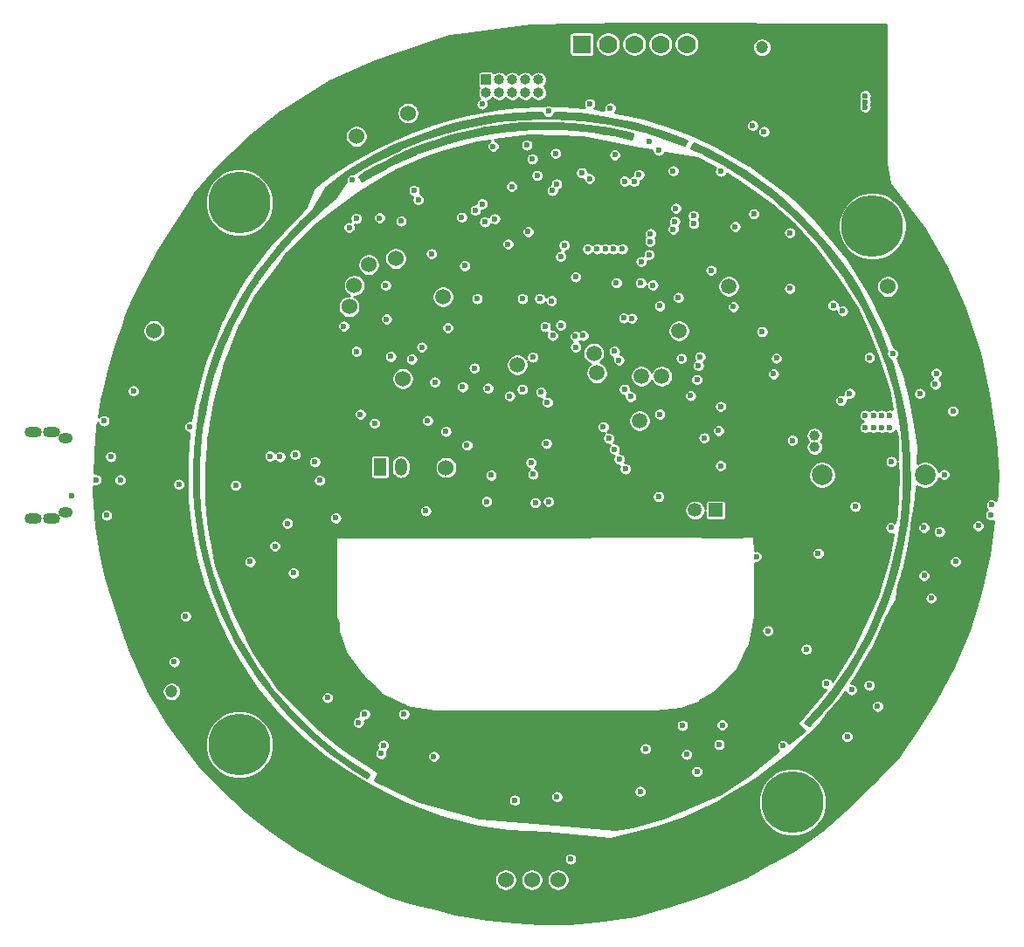
<source format=gbr>
G04 #@! TF.GenerationSoftware,KiCad,Pcbnew,(5.0.2)-1*
G04 #@! TF.CreationDate,2019-01-08T10:51:14-07:00*
G04 #@! TF.ProjectId,MagSensor,4d616753-656e-4736-9f72-2e6b69636164,rev?*
G04 #@! TF.SameCoordinates,Original*
G04 #@! TF.FileFunction,Copper,L3,Inr*
G04 #@! TF.FilePolarity,Positive*
%FSLAX46Y46*%
G04 Gerber Fmt 4.6, Leading zero omitted, Abs format (unit mm)*
G04 Created by KiCad (PCBNEW (5.0.2)-1) date 1/8/2019 10:51:14 AM*
%MOMM*%
%LPD*%
G01*
G04 APERTURE LIST*
G04 #@! TA.AperFunction,ViaPad*
%ADD10C,2.000000*%
G04 #@! TD*
G04 #@! TA.AperFunction,ViaPad*
%ADD11R,1.350000X1.350000*%
G04 #@! TD*
G04 #@! TA.AperFunction,ViaPad*
%ADD12C,1.350000*%
G04 #@! TD*
G04 #@! TA.AperFunction,ViaPad*
%ADD13R,1.000000X1.000000*%
G04 #@! TD*
G04 #@! TA.AperFunction,ViaPad*
%ADD14O,1.000000X1.000000*%
G04 #@! TD*
G04 #@! TA.AperFunction,ViaPad*
%ADD15C,1.524000*%
G04 #@! TD*
G04 #@! TA.AperFunction,WasherPad*
%ADD16C,6.000000*%
G04 #@! TD*
G04 #@! TA.AperFunction,ViaPad*
%ADD17O,1.700000X1.000000*%
G04 #@! TD*
G04 #@! TA.AperFunction,ViaPad*
%ADD18O,1.400000X1.000000*%
G04 #@! TD*
G04 #@! TA.AperFunction,ViaPad*
%ADD19R,1.200000X1.700000*%
G04 #@! TD*
G04 #@! TA.AperFunction,ViaPad*
%ADD20O,1.200000X1.700000*%
G04 #@! TD*
G04 #@! TA.AperFunction,ViaPad*
%ADD21C,1.200000*%
G04 #@! TD*
G04 #@! TA.AperFunction,ViaPad*
%ADD22C,0.600000*%
G04 #@! TD*
G04 #@! TA.AperFunction,ViaPad*
%ADD23R,1.778000X1.778000*%
G04 #@! TD*
G04 #@! TA.AperFunction,ViaPad*
%ADD24C,1.778000*%
G04 #@! TD*
G04 #@! TA.AperFunction,ViaPad*
%ADD25C,1.500000*%
G04 #@! TD*
G04 #@! TA.AperFunction,ViaPad*
%ADD26C,1.000000*%
G04 #@! TD*
G04 #@! TA.AperFunction,Conductor*
%ADD27C,0.254000*%
G04 #@! TD*
G04 APERTURE END LIST*
D10*
G04 #@! TO.N,/Piezo/V_Piezo*
G04 #@! TO.C,U16*
X153750000Y-127000000D03*
G04 #@! TO.N,Net-(C55-Pad2)*
X163750000Y-127000000D03*
G04 #@! TD*
D11*
G04 #@! TO.N,+BATT*
G04 #@! TO.C,JP1*
X143423088Y-130405684D03*
D12*
G04 #@! TO.N,Net-(JP1-Pad2)*
X141423088Y-130405684D03*
G04 #@! TD*
D13*
G04 #@! TO.N,+3V3*
G04 #@! TO.C,P3*
X121198088Y-88652284D03*
D14*
G04 #@! TO.N,Net-(P3-Pad2)*
X121198088Y-89922284D03*
G04 #@! TO.N,GND*
X122468088Y-88652284D03*
G04 #@! TO.N,Net-(P3-Pad4)*
X122468088Y-89922284D03*
G04 #@! TO.N,GND*
X123738088Y-88652284D03*
G04 #@! TO.N,N/C*
X123738088Y-89922284D03*
X125008088Y-88652284D03*
X125008088Y-89922284D03*
X126278088Y-88652284D03*
G04 #@! TO.N,Net-(D5-Pad1)*
X126278088Y-89922284D03*
G04 #@! TD*
D15*
G04 #@! TO.N,/Power/VBatDiv*
G04 #@! TO.C,VBAT_DIV1*
X113123088Y-117655684D03*
G04 #@! TD*
G04 #@! TO.N,Net-(D7-Pad1)*
G04 #@! TO.C,P5*
X128166535Y-166266711D03*
G04 #@! TO.N,GND*
X125626535Y-166266711D03*
G04 #@! TO.N,Net-(D8-Pad1)*
X123086535Y-166266711D03*
G04 #@! TD*
D16*
G04 #@! TO.N,*
G04 #@! TO.C,MNT1*
X97282000Y-153162000D03*
G04 #@! TD*
G04 #@! TO.N,*
G04 #@! TO.C,MNT2*
X150876000Y-158750000D03*
G04 #@! TD*
G04 #@! TO.N,*
G04 #@! TO.C,MNT3*
X158623000Y-102870000D03*
G04 #@! TD*
G04 #@! TO.N,*
G04 #@! TO.C,MNT4*
X97282000Y-100584000D03*
G04 #@! TD*
D17*
G04 #@! TO.N,Net-(C22-Pad1)*
G04 #@! TO.C,P2*
X77306248Y-122797764D03*
X77306248Y-131247764D03*
X79056248Y-122797764D03*
X79056248Y-131247764D03*
D18*
X80456248Y-130622764D03*
X80456248Y-123422764D03*
G04 #@! TD*
D19*
G04 #@! TO.N,Net-(P4-Pad1)*
G04 #@! TO.C,P4*
X110923088Y-126205684D03*
D20*
G04 #@! TO.N,Net-(P4-Pad2)*
X112923088Y-126205684D03*
G04 #@! TD*
D15*
G04 #@! TO.N,/LCD/~LCD_CS*
G04 #@! TO.C,TP1*
X117313088Y-126275684D03*
G04 #@! TD*
G04 #@! TO.N,/IMU_Wake/~IMU_CS*
G04 #@! TO.C,TP2*
X107923088Y-110685684D03*
G04 #@! TD*
G04 #@! TO.N,/IMU_Wake/SPI_MISO*
G04 #@! TO.C,TP3*
X112423088Y-106005684D03*
G04 #@! TD*
G04 #@! TO.N,/IMU_Wake/SPI_CLK*
G04 #@! TO.C,TP5*
X108423088Y-108605684D03*
G04 #@! TD*
G04 #@! TO.N,/IMU_Wake/SPI_MOSI*
G04 #@! TO.C,TP6*
X109823088Y-106605684D03*
G04 #@! TD*
G04 #@! TO.N,/Sensors and Interfaces/I2C_0_CLK*
G04 #@! TO.C,TP7*
X113623088Y-91905684D03*
G04 #@! TD*
G04 #@! TO.N,/Sensors and Interfaces/I2C_0_DTA*
G04 #@! TO.C,TP8*
X108623088Y-94155684D03*
G04 #@! TD*
G04 #@! TO.N,GND*
G04 #@! TO.C,TP11*
X160103088Y-108715684D03*
G04 #@! TD*
G04 #@! TO.N,GND*
G04 #@! TO.C,TP12*
X89018088Y-112997284D03*
G04 #@! TD*
G04 #@! TO.N,+3V3*
G04 #@! TO.C,TP15*
X100893088Y-137172284D03*
G04 #@! TD*
D21*
G04 #@! TO.N,*
G04 #@! TO.C,ADJ_1*
X90723088Y-148005684D03*
G04 #@! TD*
G04 #@! TO.N,*
G04 #@! TO.C,ADJ_2*
X147923088Y-85505684D03*
G04 #@! TD*
D22*
G04 #@! TO.N,GND*
G04 #@! TO.C,U11*
X157923088Y-121205684D03*
X158723088Y-121205684D03*
X158723088Y-122405684D03*
X157923088Y-122405684D03*
X160323088Y-121205684D03*
X159523088Y-121205684D03*
X159523088Y-122405684D03*
X160323088Y-122405684D03*
G04 #@! TD*
D23*
G04 #@! TO.N,Net-(P3-Pad2)*
G04 #@! TO.C,P6*
X130463088Y-85215684D03*
D24*
G04 #@! TO.N,Net-(P3-Pad4)*
X133003088Y-85215684D03*
G04 #@! TO.N,+3V3*
X135543088Y-85215684D03*
G04 #@! TO.N,GND*
X138083088Y-85215684D03*
G04 #@! TO.N,Net-(D5-Pad1)*
X140623088Y-85215684D03*
G04 #@! TD*
D25*
G04 #@! TO.N,Net-(MP1-Pad1)*
G04 #@! TO.C,MP1*
X124223088Y-116305684D03*
G04 #@! TD*
G04 #@! TO.N,Net-(MP2-Pad1)*
G04 #@! TO.C,MP2*
X117023088Y-109705684D03*
G04 #@! TD*
G04 #@! TO.N,Net-(MP3-Pad1)*
G04 #@! TO.C,MP3*
X131923088Y-117105684D03*
G04 #@! TD*
G04 #@! TO.N,Net-(MP4-Pad1)*
G04 #@! TO.C,MP4*
X131633088Y-115185684D03*
G04 #@! TD*
G04 #@! TO.N,Net-(MP5-Pad1)*
G04 #@! TO.C,MP5*
X144723088Y-108705684D03*
G04 #@! TD*
G04 #@! TO.N,Net-(MP6-Pad1)*
G04 #@! TO.C,MP6*
X139873088Y-113005684D03*
G04 #@! TD*
G04 #@! TO.N,Net-(MP7-Pad1)*
G04 #@! TO.C,MP7*
X138223088Y-117405684D03*
G04 #@! TD*
G04 #@! TO.N,Net-(MP8-Pad1)*
G04 #@! TO.C,MP8*
X136223088Y-117405684D03*
G04 #@! TD*
G04 #@! TO.N,Net-(MP9-Pad1)*
G04 #@! TO.C,MP9*
X136073088Y-121755684D03*
G04 #@! TD*
D22*
G04 #@! TO.N,*
X120323088Y-109905684D03*
X112959576Y-102381097D03*
X115910590Y-105543693D03*
G04 #@! TO.N,+3V3*
X109263088Y-113345684D03*
X128723088Y-94805684D03*
X141123088Y-98605684D03*
X139323088Y-107305684D03*
X119623089Y-96205685D03*
X125673088Y-107005684D03*
X141563078Y-122405684D03*
X108723088Y-101105684D03*
X108823088Y-100105684D03*
X145023088Y-153905684D03*
X132503088Y-100485684D03*
X115683088Y-111855684D03*
X111043088Y-113715684D03*
X124373088Y-123035684D03*
X140313088Y-102485684D03*
X114323088Y-155405684D03*
X159553088Y-134505684D03*
X134993088Y-115285684D03*
G04 #@! TO.N,GND*
X107403088Y-112565684D03*
X127253088Y-129585684D03*
X138023088Y-121105684D03*
X139323088Y-97505684D03*
X116218244Y-117993673D03*
X116123088Y-154305684D03*
X102523088Y-136505684D03*
X100723082Y-133905684D03*
X166423088Y-120805684D03*
X153383098Y-134605684D03*
X136643088Y-153555684D03*
X98323088Y-135405684D03*
X152223088Y-143905684D03*
X133673088Y-95955684D03*
X143923088Y-126105684D03*
X124723088Y-109905684D03*
X123323088Y-104605684D03*
X163623088Y-132105684D03*
X84423088Y-130905684D03*
X91423088Y-127905684D03*
X140623088Y-154105684D03*
X108623088Y-102105684D03*
X108223088Y-98405684D03*
X114623088Y-100305684D03*
X114223088Y-99405684D03*
X145323088Y-102905684D03*
X109423088Y-150205684D03*
X108823088Y-151005684D03*
X113223088Y-150205684D03*
X140223088Y-151305684D03*
X144073088Y-151255684D03*
X156973088Y-130055684D03*
X96923088Y-128005684D03*
X157923088Y-91305684D03*
X157923088Y-90205684D03*
X157923088Y-90805684D03*
X128423088Y-105805684D03*
X119123088Y-106705684D03*
X92073088Y-140705684D03*
X132553088Y-122335684D03*
X105073088Y-127525684D03*
X100253088Y-125175684D03*
X102693088Y-125025684D03*
X104593088Y-125735684D03*
X83403088Y-127465684D03*
X166683088Y-135395684D03*
X156186141Y-152393737D03*
X159140634Y-149439245D03*
X164319075Y-138951671D03*
X129379338Y-164261934D03*
X134705568Y-126413164D03*
X134105408Y-125473364D03*
X133620608Y-124508164D03*
X133089688Y-123447284D03*
X134393088Y-105072284D03*
X131043088Y-105072284D03*
X131943088Y-105072284D03*
X133523046Y-105076285D03*
X132741258Y-105076286D03*
X84168088Y-121747284D03*
X111543088Y-111885684D03*
X111953088Y-115515684D03*
X160593088Y-115225684D03*
X90973088Y-145125684D03*
X127033088Y-123955684D03*
X123473088Y-119345684D03*
X119343088Y-124115684D03*
X121683078Y-127025684D03*
X125543088Y-125805663D03*
X160453088Y-125705684D03*
X111243088Y-153215682D03*
X143933088Y-97555684D03*
X141313088Y-102605684D03*
X142993088Y-107145684D03*
X133623088Y-115005684D03*
X134543151Y-111775093D03*
X168883088Y-131935684D03*
X170183086Y-129905684D03*
G04 #@! TO.N,+BATT*
X129823088Y-162705684D03*
X125723088Y-162305684D03*
X91623088Y-132405684D03*
X110393088Y-121985684D03*
X115519767Y-121728228D03*
X153493088Y-152715684D03*
X106618088Y-131172284D03*
X101933088Y-131695684D03*
X90983088Y-132405708D03*
X90263064Y-132405708D03*
X166283088Y-133865684D03*
X165433088Y-134725684D03*
X164483088Y-135705684D03*
G04 #@! TO.N,Net-(D5-Pad1)*
X127223088Y-91705690D03*
G04 #@! TO.N,Net-(G1-Pad3)*
X165578688Y-126966884D03*
X165123088Y-132505684D03*
X170103088Y-130875684D03*
G04 #@! TO.N,/Power/VBatDiv*
X134613899Y-118692673D03*
X136168088Y-108365653D03*
G04 #@! TO.N,/Power/ChargeStat*
X126518088Y-118972284D03*
X101218088Y-125222284D03*
X117293088Y-122775684D03*
X135203088Y-119405684D03*
X137353523Y-108578306D03*
G04 #@! TO.N,/LCD/LCD_A0*
X121248088Y-129580684D03*
X129873088Y-114595684D03*
G04 #@! TO.N,/LCD/~LCD_BACKLIGHT*
X127923088Y-95805684D03*
X107923088Y-103005684D03*
X128023088Y-98775694D03*
G04 #@! TO.N,/LCD/~LCD_CS*
X130605806Y-113468875D03*
G04 #@! TO.N,/IMU_Wake/HIB_IO*
X92490775Y-122319971D03*
X117493088Y-112722284D03*
X109018088Y-121122284D03*
X114963088Y-114595684D03*
X129873098Y-107797284D03*
X126923088Y-112605682D03*
G04 #@! TO.N,/IMU_Wake/SPI_CLK*
X137923088Y-129105684D03*
X128440271Y-112473567D03*
X111453088Y-108605684D03*
X125963088Y-129695684D03*
X125743088Y-126925684D03*
G04 #@! TO.N,/IMU_Wake/SPI_MISO*
X127523088Y-110105684D03*
X143723088Y-122705684D03*
X143923088Y-120355694D03*
X127133268Y-119955694D03*
G04 #@! TO.N,/IMU_Wake/SPI_MOSI*
X115343088Y-130485684D03*
X113984949Y-115765694D03*
X120053088Y-116635684D03*
G04 #@! TO.N,/LEDs/LED_RED*
X139470027Y-102412444D03*
X141923121Y-115534943D03*
X149333088Y-115665684D03*
G04 #@! TO.N,/LEDs/LED_GRN*
X163634999Y-136757412D03*
X147383088Y-134925684D03*
X141310017Y-101855679D03*
G04 #@! TO.N,/LEDs/LED_BLU*
X154183088Y-147235684D03*
X139582358Y-101141040D03*
X148503100Y-142115684D03*
G04 #@! TO.N,/Piezo/PZ_EN*
X163223088Y-119105684D03*
X160423088Y-132105684D03*
X126403078Y-109897284D03*
X125731983Y-115574621D03*
X156422620Y-119094353D03*
G04 #@! TO.N,/Piezo/PZ*
X141763078Y-116391813D03*
X139323088Y-103158116D03*
X158343088Y-115605684D03*
G04 #@! TO.N,Net-(C10-Pad1)*
X136994569Y-105631001D03*
X128773078Y-104705684D03*
G04 #@! TO.N,/Sensors and Interfaces/PowerMagSense3*
X143773088Y-153155684D03*
G04 #@! TO.N,/Sensors and Interfaces/RESET*
X125144688Y-94997284D03*
X125273091Y-103405677D03*
G04 #@! TO.N,/Sensors and Interfaces/~Relay1*
X147933098Y-113105684D03*
X128053088Y-158215684D03*
G04 #@! TO.N,/Sensors and Interfaces/~Relay2*
X123963078Y-158549024D03*
X138018088Y-110597284D03*
X149053110Y-117202412D03*
X140123088Y-115705684D03*
G04 #@! TO.N,/Sensors and Interfaces/USB-*
X137023088Y-94605684D03*
X84833078Y-125226920D03*
X137123088Y-103605684D03*
G04 #@! TO.N,/Sensors and Interfaces/USB+*
X137923088Y-95505680D03*
X85743088Y-127485684D03*
X137082558Y-104354600D03*
G04 #@! TO.N,/Sensors and Interfaces/VBUS_DETECT*
X125673088Y-96355684D03*
X126143088Y-97947284D03*
X87018091Y-118847281D03*
G04 #@! TO.N,/Sensors and Interfaces/I2C_0_DTA*
X147138288Y-101668484D03*
X158323094Y-147405684D03*
X150623088Y-103505684D03*
X120148985Y-101317812D03*
X155737514Y-111094606D03*
X141623088Y-155775684D03*
X111014241Y-154034060D03*
G04 #@! TO.N,/Sensors and Interfaces/I2C_0_CLK*
X156603088Y-147835684D03*
X149953087Y-153275685D03*
X136123088Y-157705684D03*
X120823088Y-100705686D03*
X105823094Y-148605684D03*
X154823088Y-110545684D03*
G04 #@! TO.N,/Sensors and Interfaces/TMS*
X120803088Y-91035684D03*
X121073088Y-102455684D03*
G04 #@! TO.N,/Sensors and Interfaces/TCK*
X121883088Y-95125684D03*
X122023088Y-102155674D03*
D26*
G04 #@! TO.N,Net-(JP1-Pad2)*
X153023088Y-124305684D03*
X153023088Y-123181446D03*
D22*
G04 #@! TO.N,/LCD/LCD_EN*
X121373088Y-118585684D03*
X123673088Y-99015684D03*
G04 #@! TO.N,/LCD/~LCD_RESET*
X118823088Y-102005684D03*
X118923088Y-118445684D03*
G04 #@! TO.N,/Piezo/V_Piezo*
X164823088Y-117145684D03*
G04 #@! TO.N,Net-(L1-Pad1)*
X81063088Y-129015684D03*
G04 #@! TO.N,/xmc4200/~eeCs*
X127615711Y-99417303D03*
X124703088Y-118695684D03*
G04 #@! TO.N,/xmc4200/~eeWp*
X150878389Y-123645673D03*
X133223088Y-91405684D03*
X148123088Y-93705684D03*
X131213088Y-98255684D03*
G04 #@! TO.N,/Piezo/~PZ*
X139816249Y-109787275D03*
X141623084Y-117752422D03*
G04 #@! TO.N,/xmc4200/~eeHold*
X131242374Y-91005841D03*
X150623088Y-108905684D03*
X142323088Y-123405684D03*
X147023088Y-93105684D03*
X130471473Y-97691352D03*
X145153088Y-110685684D03*
G04 #@! TO.N,/Sensors and Interfaces/S_PWR1_EN*
X134623088Y-98505688D03*
X110623088Y-97405684D03*
X110873088Y-102055684D03*
X134788027Y-94003643D03*
G04 #@! TO.N,/Sensors and Interfaces/S_PWR2_EN*
X135551268Y-98525086D03*
X109123088Y-155805684D03*
X135963088Y-93285684D03*
G04 #@! TO.N,/Sensors and Interfaces/S_PWR3_EN*
X152713088Y-150715684D03*
X141567302Y-95257428D03*
X135998088Y-97880684D03*
G04 #@! TO.N,/IMU_Wake/~IMU_CS*
X129832960Y-113548466D03*
X108633088Y-115015684D03*
X127648514Y-113472092D03*
G04 #@! TO.N,Net-(MP9-Pad1)*
X135323088Y-111805684D03*
G04 #@! TO.N,/Piezo/vPU~D*
X136223088Y-106305684D03*
X141008566Y-119305706D03*
X155573088Y-119795684D03*
X164723088Y-118195684D03*
G04 #@! TO.N,/Piezo/~vPCS*
X134060395Y-115870545D03*
X133823088Y-108365653D03*
G04 #@! TD*
D27*
G04 #@! TO.N,+3V3*
G36*
X130608097Y-94232201D02*
X136098181Y-95330218D01*
X136102936Y-95331075D01*
X137296088Y-95522831D01*
X137296088Y-95567434D01*
X137320183Y-95688569D01*
X137367448Y-95802676D01*
X137436065Y-95905369D01*
X137523399Y-95992703D01*
X137626092Y-96061320D01*
X137740199Y-96108585D01*
X137861334Y-96132680D01*
X137984842Y-96132680D01*
X138105977Y-96108585D01*
X138220084Y-96061320D01*
X138322777Y-95992703D01*
X138410111Y-95905369D01*
X138478728Y-95802676D01*
X138513594Y-95718502D01*
X141680644Y-96227492D01*
X143416003Y-97200986D01*
X143377448Y-97258688D01*
X143330183Y-97372795D01*
X143306088Y-97493930D01*
X143306088Y-97617438D01*
X143330183Y-97738573D01*
X143377448Y-97852680D01*
X143446065Y-97955373D01*
X143533399Y-98042707D01*
X143636092Y-98111324D01*
X143750199Y-98158589D01*
X143871334Y-98182684D01*
X143994842Y-98182684D01*
X144115977Y-98158589D01*
X144230084Y-98111324D01*
X144332777Y-98042707D01*
X144420111Y-97955373D01*
X144488728Y-97852680D01*
X144505507Y-97812172D01*
X145754744Y-98512963D01*
X148943242Y-100804696D01*
X150983236Y-102645666D01*
X153124942Y-105011504D01*
X155044319Y-107578982D01*
X155891054Y-108849086D01*
X157111640Y-110841879D01*
X158206768Y-113081914D01*
X159128410Y-115423381D01*
X160174601Y-118686501D01*
X160522391Y-120609578D01*
X160505977Y-120602779D01*
X160384842Y-120578684D01*
X160261334Y-120578684D01*
X160140199Y-120602779D01*
X160026092Y-120650044D01*
X159923399Y-120718661D01*
X159923088Y-120718972D01*
X159922777Y-120718661D01*
X159820084Y-120650044D01*
X159705977Y-120602779D01*
X159584842Y-120578684D01*
X159461334Y-120578684D01*
X159340199Y-120602779D01*
X159226092Y-120650044D01*
X159123399Y-120718661D01*
X159123088Y-120718972D01*
X159122777Y-120718661D01*
X159020084Y-120650044D01*
X158905977Y-120602779D01*
X158784842Y-120578684D01*
X158661334Y-120578684D01*
X158540199Y-120602779D01*
X158426092Y-120650044D01*
X158323399Y-120718661D01*
X158323088Y-120718972D01*
X158322777Y-120718661D01*
X158220084Y-120650044D01*
X158105977Y-120602779D01*
X157984842Y-120578684D01*
X157861334Y-120578684D01*
X157740199Y-120602779D01*
X157626092Y-120650044D01*
X157523399Y-120718661D01*
X157436065Y-120805995D01*
X157367448Y-120908688D01*
X157320183Y-121022795D01*
X157296088Y-121143930D01*
X157296088Y-121267438D01*
X157320183Y-121388573D01*
X157367448Y-121502680D01*
X157436065Y-121605373D01*
X157523399Y-121692707D01*
X157626092Y-121761324D01*
X157733186Y-121805684D01*
X157626092Y-121850044D01*
X157523399Y-121918661D01*
X157436065Y-122005995D01*
X157367448Y-122108688D01*
X157320183Y-122222795D01*
X157296088Y-122343930D01*
X157296088Y-122467438D01*
X157320183Y-122588573D01*
X157367448Y-122702680D01*
X157436065Y-122805373D01*
X157523399Y-122892707D01*
X157626092Y-122961324D01*
X157740199Y-123008589D01*
X157861334Y-123032684D01*
X157984842Y-123032684D01*
X158105977Y-123008589D01*
X158220084Y-122961324D01*
X158322777Y-122892707D01*
X158323088Y-122892396D01*
X158323399Y-122892707D01*
X158426092Y-122961324D01*
X158540199Y-123008589D01*
X158661334Y-123032684D01*
X158784842Y-123032684D01*
X158905977Y-123008589D01*
X159020084Y-122961324D01*
X159122777Y-122892707D01*
X159123088Y-122892396D01*
X159123399Y-122892707D01*
X159226092Y-122961324D01*
X159340199Y-123008589D01*
X159461334Y-123032684D01*
X159584842Y-123032684D01*
X159705977Y-123008589D01*
X159820084Y-122961324D01*
X159922777Y-122892707D01*
X159923088Y-122892396D01*
X159923399Y-122892707D01*
X160026092Y-122961324D01*
X160140199Y-123008589D01*
X160261334Y-123032684D01*
X160384842Y-123032684D01*
X160505977Y-123008589D01*
X160620084Y-122961324D01*
X160722777Y-122892707D01*
X160810111Y-122805373D01*
X160878728Y-122702680D01*
X160894183Y-122665368D01*
X161021315Y-123368333D01*
X161065344Y-125569809D01*
X161055993Y-125522795D01*
X161008728Y-125408688D01*
X160940111Y-125305995D01*
X160852777Y-125218661D01*
X160750084Y-125150044D01*
X160635977Y-125102779D01*
X160514842Y-125078684D01*
X160391334Y-125078684D01*
X160270199Y-125102779D01*
X160156092Y-125150044D01*
X160053399Y-125218661D01*
X159966065Y-125305995D01*
X159897448Y-125408688D01*
X159850183Y-125522795D01*
X159826088Y-125643930D01*
X159826088Y-125767438D01*
X159850183Y-125888573D01*
X159897448Y-126002680D01*
X159966065Y-126105373D01*
X160053399Y-126192707D01*
X160156092Y-126261324D01*
X160270199Y-126308589D01*
X160391334Y-126332684D01*
X160514842Y-126332684D01*
X160635977Y-126308589D01*
X160750084Y-126261324D01*
X160852777Y-126192707D01*
X160940111Y-126105373D01*
X161008728Y-126002680D01*
X161055993Y-125888573D01*
X161070283Y-125816732D01*
X161096045Y-127104836D01*
X160971489Y-130841533D01*
X160822601Y-131618543D01*
X160720084Y-131550044D01*
X160605977Y-131502779D01*
X160484842Y-131478684D01*
X160361334Y-131478684D01*
X160240199Y-131502779D01*
X160126092Y-131550044D01*
X160023399Y-131618661D01*
X159936065Y-131705995D01*
X159867448Y-131808688D01*
X159820183Y-131922795D01*
X159796088Y-132043930D01*
X159796088Y-132167438D01*
X159820183Y-132288573D01*
X159867448Y-132402680D01*
X159936065Y-132505373D01*
X160023399Y-132592707D01*
X160126092Y-132661324D01*
X160240199Y-132708589D01*
X160361334Y-132732684D01*
X160484842Y-132732684D01*
X160605977Y-132708589D01*
X160614398Y-132705101D01*
X160174483Y-135000907D01*
X159078798Y-138761099D01*
X156735908Y-143845668D01*
X154794764Y-147006250D01*
X154775988Y-147028642D01*
X154738728Y-146938688D01*
X154670111Y-146835995D01*
X154582777Y-146748661D01*
X154480084Y-146680044D01*
X154365977Y-146632779D01*
X154244842Y-146608684D01*
X154121334Y-146608684D01*
X154000199Y-146632779D01*
X153886092Y-146680044D01*
X153783399Y-146748661D01*
X153696065Y-146835995D01*
X153627448Y-146938688D01*
X153580183Y-147052795D01*
X153556088Y-147173930D01*
X153556088Y-147297438D01*
X153580183Y-147418573D01*
X153627448Y-147532680D01*
X153696065Y-147635373D01*
X153783399Y-147722707D01*
X153886092Y-147791324D01*
X154000199Y-147838589D01*
X154083025Y-147855064D01*
X151425772Y-151024084D01*
X151411723Y-151044637D01*
X151401953Y-151067536D01*
X151396838Y-151091902D01*
X151396575Y-151116797D01*
X151401174Y-151141265D01*
X151410458Y-151164365D01*
X151424070Y-151185211D01*
X151433285Y-151195487D01*
X152032723Y-151794925D01*
X150518005Y-153001089D01*
X150508727Y-152978689D01*
X150440110Y-152875996D01*
X150352776Y-152788662D01*
X150250083Y-152720045D01*
X150135976Y-152672780D01*
X150014841Y-152648685D01*
X149891333Y-152648685D01*
X149770198Y-152672780D01*
X149656091Y-152720045D01*
X149553398Y-152788662D01*
X149466064Y-152875996D01*
X149397447Y-152978689D01*
X149350182Y-153092796D01*
X149326087Y-153213931D01*
X149326087Y-153337439D01*
X149350182Y-153458574D01*
X149397447Y-153572681D01*
X149466064Y-153675374D01*
X149553398Y-153762708D01*
X149557832Y-153765671D01*
X146850001Y-155921907D01*
X145353524Y-153769341D01*
X145510963Y-154065325D01*
X145519046Y-154078514D01*
X146823945Y-155942655D01*
X146743976Y-156006334D01*
X146761032Y-156027753D01*
X143962343Y-157893546D01*
X138381499Y-160285336D01*
X135395645Y-161081564D01*
X133717315Y-161377740D01*
X127833812Y-160879138D01*
X127833491Y-160879111D01*
X120545371Y-160280087D01*
X114767134Y-158686091D01*
X114341089Y-158487270D01*
X123336078Y-158487270D01*
X123336078Y-158610778D01*
X123360173Y-158731913D01*
X123407438Y-158846020D01*
X123476055Y-158948713D01*
X123563389Y-159036047D01*
X123666082Y-159104664D01*
X123780189Y-159151929D01*
X123901324Y-159176024D01*
X124024832Y-159176024D01*
X124145967Y-159151929D01*
X124260074Y-159104664D01*
X124362767Y-159036047D01*
X124450101Y-158948713D01*
X124518718Y-158846020D01*
X124565983Y-158731913D01*
X124590078Y-158610778D01*
X124590078Y-158487270D01*
X124565983Y-158366135D01*
X124518718Y-158252028D01*
X124453172Y-158153930D01*
X127426088Y-158153930D01*
X127426088Y-158277438D01*
X127450183Y-158398573D01*
X127497448Y-158512680D01*
X127566065Y-158615373D01*
X127653399Y-158702707D01*
X127756092Y-158771324D01*
X127870199Y-158818589D01*
X127991334Y-158842684D01*
X128114842Y-158842684D01*
X128235977Y-158818589D01*
X128350084Y-158771324D01*
X128452777Y-158702707D01*
X128540111Y-158615373D01*
X128608728Y-158512680D01*
X128655993Y-158398573D01*
X128680088Y-158277438D01*
X128680088Y-158153930D01*
X128655993Y-158032795D01*
X128608728Y-157918688D01*
X128540111Y-157815995D01*
X128452777Y-157728661D01*
X128350084Y-157660044D01*
X128311182Y-157643930D01*
X135496088Y-157643930D01*
X135496088Y-157767438D01*
X135520183Y-157888573D01*
X135567448Y-158002680D01*
X135636065Y-158105373D01*
X135723399Y-158192707D01*
X135826092Y-158261324D01*
X135940199Y-158308589D01*
X136061334Y-158332684D01*
X136184842Y-158332684D01*
X136305977Y-158308589D01*
X136420084Y-158261324D01*
X136522777Y-158192707D01*
X136610111Y-158105373D01*
X136678728Y-158002680D01*
X136725993Y-157888573D01*
X136750088Y-157767438D01*
X136750088Y-157643930D01*
X136725993Y-157522795D01*
X136678728Y-157408688D01*
X136610111Y-157305995D01*
X136522777Y-157218661D01*
X136420084Y-157150044D01*
X136305977Y-157102779D01*
X136184842Y-157078684D01*
X136061334Y-157078684D01*
X135940199Y-157102779D01*
X135826092Y-157150044D01*
X135723399Y-157218661D01*
X135636065Y-157305995D01*
X135567448Y-157408688D01*
X135520183Y-157522795D01*
X135496088Y-157643930D01*
X128311182Y-157643930D01*
X128235977Y-157612779D01*
X128114842Y-157588684D01*
X127991334Y-157588684D01*
X127870199Y-157612779D01*
X127756092Y-157660044D01*
X127653399Y-157728661D01*
X127566065Y-157815995D01*
X127497448Y-157918688D01*
X127450183Y-158032795D01*
X127426088Y-158153930D01*
X124453172Y-158153930D01*
X124450101Y-158149335D01*
X124362767Y-158062001D01*
X124260074Y-157993384D01*
X124145967Y-157946119D01*
X124024832Y-157922024D01*
X123901324Y-157922024D01*
X123780189Y-157946119D01*
X123666082Y-157993384D01*
X123563389Y-158062001D01*
X123476055Y-158149335D01*
X123407438Y-158252028D01*
X123360173Y-158366135D01*
X123336078Y-158487270D01*
X114341089Y-158487270D01*
X110395032Y-156645777D01*
X110736680Y-155962480D01*
X110745578Y-155939228D01*
X110749768Y-155914687D01*
X110749091Y-155889800D01*
X110743571Y-155865523D01*
X110733421Y-155842790D01*
X110719031Y-155822473D01*
X110693535Y-155800014D01*
X110564409Y-155713930D01*
X140996088Y-155713930D01*
X140996088Y-155837438D01*
X141020183Y-155958573D01*
X141067448Y-156072680D01*
X141136065Y-156175373D01*
X141223399Y-156262707D01*
X141326092Y-156331324D01*
X141440199Y-156378589D01*
X141561334Y-156402684D01*
X141684842Y-156402684D01*
X141805977Y-156378589D01*
X141920084Y-156331324D01*
X142022777Y-156262707D01*
X142110111Y-156175373D01*
X142178728Y-156072680D01*
X142225993Y-155958573D01*
X142250088Y-155837438D01*
X142250088Y-155713930D01*
X142225993Y-155592795D01*
X142178728Y-155478688D01*
X142110111Y-155375995D01*
X142022777Y-155288661D01*
X141920084Y-155220044D01*
X141805977Y-155172779D01*
X141684842Y-155148684D01*
X141561334Y-155148684D01*
X141440199Y-155172779D01*
X141326092Y-155220044D01*
X141223399Y-155288661D01*
X141136065Y-155375995D01*
X141067448Y-155478688D01*
X141020183Y-155592795D01*
X140996088Y-155713930D01*
X110564409Y-155713930D01*
X108894126Y-154600408D01*
X107972911Y-153972306D01*
X110387241Y-153972306D01*
X110387241Y-154095814D01*
X110411336Y-154216949D01*
X110458601Y-154331056D01*
X110527218Y-154433749D01*
X110614552Y-154521083D01*
X110717245Y-154589700D01*
X110831352Y-154636965D01*
X110952487Y-154661060D01*
X111075995Y-154661060D01*
X111197130Y-154636965D01*
X111311237Y-154589700D01*
X111413930Y-154521083D01*
X111501264Y-154433749D01*
X111569881Y-154331056D01*
X111605970Y-154243930D01*
X115496088Y-154243930D01*
X115496088Y-154367438D01*
X115520183Y-154488573D01*
X115567448Y-154602680D01*
X115636065Y-154705373D01*
X115723399Y-154792707D01*
X115826092Y-154861324D01*
X115940199Y-154908589D01*
X116061334Y-154932684D01*
X116184842Y-154932684D01*
X116305977Y-154908589D01*
X116420084Y-154861324D01*
X116522777Y-154792707D01*
X116610111Y-154705373D01*
X116678728Y-154602680D01*
X116725993Y-154488573D01*
X116750088Y-154367438D01*
X116750088Y-154243930D01*
X116725993Y-154122795D01*
X116678728Y-154008688D01*
X116610111Y-153905995D01*
X116522777Y-153818661D01*
X116420084Y-153750044D01*
X116305977Y-153702779D01*
X116184842Y-153678684D01*
X116061334Y-153678684D01*
X115940199Y-153702779D01*
X115826092Y-153750044D01*
X115723399Y-153818661D01*
X115636065Y-153905995D01*
X115567448Y-154008688D01*
X115520183Y-154122795D01*
X115496088Y-154243930D01*
X111605970Y-154243930D01*
X111617146Y-154216949D01*
X111641241Y-154095814D01*
X111641241Y-153972306D01*
X111617146Y-153851171D01*
X111574536Y-153748302D01*
X111642777Y-153702705D01*
X111730111Y-153615371D01*
X111798728Y-153512678D01*
X111806493Y-153493930D01*
X136016088Y-153493930D01*
X136016088Y-153617438D01*
X136040183Y-153738573D01*
X136087448Y-153852680D01*
X136156065Y-153955373D01*
X136243399Y-154042707D01*
X136346092Y-154111324D01*
X136460199Y-154158589D01*
X136581334Y-154182684D01*
X136704842Y-154182684D01*
X136825977Y-154158589D01*
X136940084Y-154111324D01*
X137040946Y-154043930D01*
X139996088Y-154043930D01*
X139996088Y-154167438D01*
X140020183Y-154288573D01*
X140067448Y-154402680D01*
X140136065Y-154505373D01*
X140223399Y-154592707D01*
X140326092Y-154661324D01*
X140440199Y-154708589D01*
X140561334Y-154732684D01*
X140684842Y-154732684D01*
X140805977Y-154708589D01*
X140920084Y-154661324D01*
X141022777Y-154592707D01*
X141110111Y-154505373D01*
X141178728Y-154402680D01*
X141225993Y-154288573D01*
X141250088Y-154167438D01*
X141250088Y-154043930D01*
X141225993Y-153922795D01*
X141178728Y-153808688D01*
X141110111Y-153705995D01*
X141022777Y-153618661D01*
X140920084Y-153550044D01*
X140805977Y-153502779D01*
X140684842Y-153478684D01*
X140561334Y-153478684D01*
X140440199Y-153502779D01*
X140326092Y-153550044D01*
X140223399Y-153618661D01*
X140136065Y-153705995D01*
X140067448Y-153808688D01*
X140020183Y-153922795D01*
X139996088Y-154043930D01*
X137040946Y-154043930D01*
X137042777Y-154042707D01*
X137130111Y-153955373D01*
X137198728Y-153852680D01*
X137245993Y-153738573D01*
X137270088Y-153617438D01*
X137270088Y-153493930D01*
X137245993Y-153372795D01*
X137198728Y-153258688D01*
X137130111Y-153155995D01*
X137068046Y-153093930D01*
X143146088Y-153093930D01*
X143146088Y-153217438D01*
X143170183Y-153338573D01*
X143217448Y-153452680D01*
X143286065Y-153555373D01*
X143373399Y-153642707D01*
X143476092Y-153711324D01*
X143590199Y-153758589D01*
X143711334Y-153782684D01*
X143834842Y-153782684D01*
X143955977Y-153758589D01*
X144070084Y-153711324D01*
X144172777Y-153642707D01*
X144260111Y-153555373D01*
X144328728Y-153452680D01*
X144375993Y-153338573D01*
X144400088Y-153217438D01*
X144400088Y-153093930D01*
X144375993Y-152972795D01*
X144328728Y-152858688D01*
X144260111Y-152755995D01*
X144172777Y-152668661D01*
X144070084Y-152600044D01*
X143955977Y-152552779D01*
X143834842Y-152528684D01*
X143711334Y-152528684D01*
X143590199Y-152552779D01*
X143476092Y-152600044D01*
X143373399Y-152668661D01*
X143286065Y-152755995D01*
X143217448Y-152858688D01*
X143170183Y-152972795D01*
X143146088Y-153093930D01*
X137068046Y-153093930D01*
X137042777Y-153068661D01*
X136940084Y-153000044D01*
X136825977Y-152952779D01*
X136704842Y-152928684D01*
X136581334Y-152928684D01*
X136460199Y-152952779D01*
X136346092Y-153000044D01*
X136243399Y-153068661D01*
X136156065Y-153155995D01*
X136087448Y-153258688D01*
X136040183Y-153372795D01*
X136016088Y-153493930D01*
X111806493Y-153493930D01*
X111845993Y-153398571D01*
X111870088Y-153277436D01*
X111870088Y-153153928D01*
X111845993Y-153032793D01*
X111798728Y-152918686D01*
X111730111Y-152815993D01*
X111642777Y-152728659D01*
X111540084Y-152660042D01*
X111425977Y-152612777D01*
X111304842Y-152588682D01*
X111181334Y-152588682D01*
X111060199Y-152612777D01*
X110946092Y-152660042D01*
X110843399Y-152728659D01*
X110756065Y-152815993D01*
X110687448Y-152918686D01*
X110640183Y-153032793D01*
X110616088Y-153153928D01*
X110616088Y-153277436D01*
X110640183Y-153398571D01*
X110682793Y-153501440D01*
X110614552Y-153547037D01*
X110527218Y-153634371D01*
X110458601Y-153737064D01*
X110411336Y-153851171D01*
X110387241Y-153972306D01*
X107972911Y-153972306D01*
X106700954Y-153105063D01*
X105109910Y-151712900D01*
X104340940Y-150943930D01*
X108196088Y-150943930D01*
X108196088Y-151067438D01*
X108220183Y-151188573D01*
X108267448Y-151302680D01*
X108336065Y-151405373D01*
X108423399Y-151492707D01*
X108526092Y-151561324D01*
X108640199Y-151608589D01*
X108761334Y-151632684D01*
X108884842Y-151632684D01*
X109005977Y-151608589D01*
X109120084Y-151561324D01*
X109222777Y-151492707D01*
X109310111Y-151405373D01*
X109378728Y-151302680D01*
X109403063Y-151243930D01*
X139596088Y-151243930D01*
X139596088Y-151367438D01*
X139620183Y-151488573D01*
X139667448Y-151602680D01*
X139736065Y-151705373D01*
X139823399Y-151792707D01*
X139926092Y-151861324D01*
X140040199Y-151908589D01*
X140161334Y-151932684D01*
X140284842Y-151932684D01*
X140405977Y-151908589D01*
X140520084Y-151861324D01*
X140622777Y-151792707D01*
X140710111Y-151705373D01*
X140778728Y-151602680D01*
X140825993Y-151488573D01*
X140850088Y-151367438D01*
X140850088Y-151243930D01*
X140840143Y-151193930D01*
X143446088Y-151193930D01*
X143446088Y-151317438D01*
X143470183Y-151438573D01*
X143517448Y-151552680D01*
X143586065Y-151655373D01*
X143673399Y-151742707D01*
X143776092Y-151811324D01*
X143890199Y-151858589D01*
X144011334Y-151882684D01*
X144134842Y-151882684D01*
X144255977Y-151858589D01*
X144370084Y-151811324D01*
X144472777Y-151742707D01*
X144560111Y-151655373D01*
X144628728Y-151552680D01*
X144675993Y-151438573D01*
X144700088Y-151317438D01*
X144700088Y-151193930D01*
X144675993Y-151072795D01*
X144628728Y-150958688D01*
X144560111Y-150855995D01*
X144472777Y-150768661D01*
X144370084Y-150700044D01*
X144255977Y-150652779D01*
X144134842Y-150628684D01*
X144011334Y-150628684D01*
X143890199Y-150652779D01*
X143776092Y-150700044D01*
X143673399Y-150768661D01*
X143586065Y-150855995D01*
X143517448Y-150958688D01*
X143470183Y-151072795D01*
X143446088Y-151193930D01*
X140840143Y-151193930D01*
X140825993Y-151122795D01*
X140778728Y-151008688D01*
X140710111Y-150905995D01*
X140622777Y-150818661D01*
X140520084Y-150750044D01*
X140405977Y-150702779D01*
X140284842Y-150678684D01*
X140161334Y-150678684D01*
X140040199Y-150702779D01*
X139926092Y-150750044D01*
X139823399Y-150818661D01*
X139736065Y-150905995D01*
X139667448Y-151008688D01*
X139620183Y-151122795D01*
X139596088Y-151243930D01*
X109403063Y-151243930D01*
X109425993Y-151188573D01*
X109450088Y-151067438D01*
X109450088Y-150943930D01*
X109427960Y-150832684D01*
X109484842Y-150832684D01*
X109605977Y-150808589D01*
X109720084Y-150761324D01*
X109822777Y-150692707D01*
X109910111Y-150605373D01*
X109978728Y-150502680D01*
X110025993Y-150388573D01*
X110050088Y-150267438D01*
X110050088Y-150143930D01*
X112596088Y-150143930D01*
X112596088Y-150267438D01*
X112620183Y-150388573D01*
X112667448Y-150502680D01*
X112736065Y-150605373D01*
X112823399Y-150692707D01*
X112926092Y-150761324D01*
X113040199Y-150808589D01*
X113161334Y-150832684D01*
X113284842Y-150832684D01*
X113405977Y-150808589D01*
X113520084Y-150761324D01*
X113622777Y-150692707D01*
X113710111Y-150605373D01*
X113778728Y-150502680D01*
X113825993Y-150388573D01*
X113850088Y-150267438D01*
X113850088Y-150143930D01*
X113825993Y-150022795D01*
X113778728Y-149908688D01*
X113710111Y-149805995D01*
X113622777Y-149718661D01*
X113520084Y-149650044D01*
X113405977Y-149602779D01*
X113284842Y-149578684D01*
X113161334Y-149578684D01*
X113040199Y-149602779D01*
X112926092Y-149650044D01*
X112823399Y-149718661D01*
X112736065Y-149805995D01*
X112667448Y-149908688D01*
X112620183Y-150022795D01*
X112596088Y-150143930D01*
X110050088Y-150143930D01*
X110025993Y-150022795D01*
X109978728Y-149908688D01*
X109910111Y-149805995D01*
X109822777Y-149718661D01*
X109720084Y-149650044D01*
X109605977Y-149602779D01*
X109484842Y-149578684D01*
X109361334Y-149578684D01*
X109240199Y-149602779D01*
X109126092Y-149650044D01*
X109023399Y-149718661D01*
X108936065Y-149805995D01*
X108867448Y-149908688D01*
X108820183Y-150022795D01*
X108796088Y-150143930D01*
X108796088Y-150267438D01*
X108818216Y-150378684D01*
X108761334Y-150378684D01*
X108640199Y-150402779D01*
X108526092Y-150450044D01*
X108423399Y-150518661D01*
X108336065Y-150605995D01*
X108267448Y-150708688D01*
X108220183Y-150822795D01*
X108196088Y-150943930D01*
X104340940Y-150943930D01*
X101940940Y-148543930D01*
X105196094Y-148543930D01*
X105196094Y-148667438D01*
X105220189Y-148788573D01*
X105267454Y-148902680D01*
X105336071Y-149005373D01*
X105423405Y-149092707D01*
X105526098Y-149161324D01*
X105640205Y-149208589D01*
X105761340Y-149232684D01*
X105884848Y-149232684D01*
X106005983Y-149208589D01*
X106120090Y-149161324D01*
X106222783Y-149092707D01*
X106310117Y-149005373D01*
X106378734Y-148902680D01*
X106425999Y-148788573D01*
X106450094Y-148667438D01*
X106450094Y-148543930D01*
X106425999Y-148422795D01*
X106378734Y-148308688D01*
X106310117Y-148205995D01*
X106222783Y-148118661D01*
X106120090Y-148050044D01*
X106005983Y-148002779D01*
X105884848Y-147978684D01*
X105761340Y-147978684D01*
X105640205Y-148002779D01*
X105526098Y-148050044D01*
X105423405Y-148118661D01*
X105336071Y-148205995D01*
X105267454Y-148308688D01*
X105220189Y-148422795D01*
X105196094Y-148543930D01*
X101940940Y-148543930D01*
X100921474Y-147524464D01*
X98632951Y-144141430D01*
X96838865Y-140553258D01*
X95742262Y-137861597D01*
X95269707Y-136443930D01*
X101896088Y-136443930D01*
X101896088Y-136567438D01*
X101920183Y-136688573D01*
X101967448Y-136802680D01*
X102036065Y-136905373D01*
X102123399Y-136992707D01*
X102226092Y-137061324D01*
X102340199Y-137108589D01*
X102461334Y-137132684D01*
X102584842Y-137132684D01*
X102705977Y-137108589D01*
X102820084Y-137061324D01*
X102922777Y-136992707D01*
X103010111Y-136905373D01*
X103078728Y-136802680D01*
X103125993Y-136688573D01*
X103150088Y-136567438D01*
X103150088Y-136443930D01*
X103125993Y-136322795D01*
X103078728Y-136208688D01*
X103010111Y-136105995D01*
X102922777Y-136018661D01*
X102820084Y-135950044D01*
X102705977Y-135902779D01*
X102584842Y-135878684D01*
X102461334Y-135878684D01*
X102340199Y-135902779D01*
X102226092Y-135950044D01*
X102123399Y-136018661D01*
X102036065Y-136105995D01*
X101967448Y-136208688D01*
X101920183Y-136322795D01*
X101896088Y-136443930D01*
X95269707Y-136443930D01*
X95046071Y-135773024D01*
X94960253Y-135343930D01*
X97696088Y-135343930D01*
X97696088Y-135467438D01*
X97720183Y-135588573D01*
X97767448Y-135702680D01*
X97836065Y-135805373D01*
X97923399Y-135892707D01*
X98026092Y-135961324D01*
X98140199Y-136008589D01*
X98261334Y-136032684D01*
X98384842Y-136032684D01*
X98505977Y-136008589D01*
X98620084Y-135961324D01*
X98722777Y-135892707D01*
X98810111Y-135805373D01*
X98878728Y-135702680D01*
X98925993Y-135588573D01*
X98950088Y-135467438D01*
X98950088Y-135343930D01*
X98925993Y-135222795D01*
X98878728Y-135108688D01*
X98810111Y-135005995D01*
X98722777Y-134918661D01*
X98620084Y-134850044D01*
X98505977Y-134802779D01*
X98384842Y-134778684D01*
X98261334Y-134778684D01*
X98140199Y-134802779D01*
X98026092Y-134850044D01*
X97923399Y-134918661D01*
X97836065Y-135005995D01*
X97767448Y-135108688D01*
X97720183Y-135222795D01*
X97696088Y-135343930D01*
X94960253Y-135343930D01*
X94660253Y-133843930D01*
X100096082Y-133843930D01*
X100096082Y-133967438D01*
X100120177Y-134088573D01*
X100167442Y-134202680D01*
X100236059Y-134305373D01*
X100323393Y-134392707D01*
X100426086Y-134461324D01*
X100540193Y-134508589D01*
X100661328Y-134532684D01*
X100784836Y-134532684D01*
X100905971Y-134508589D01*
X101020078Y-134461324D01*
X101122771Y-134392707D01*
X101210105Y-134305373D01*
X101278722Y-134202680D01*
X101325987Y-134088573D01*
X101350082Y-133967438D01*
X101350082Y-133843930D01*
X101325987Y-133722795D01*
X101278722Y-133608688D01*
X101210105Y-133505995D01*
X101122771Y-133418661D01*
X101020078Y-133350044D01*
X100905971Y-133302779D01*
X100784836Y-133278684D01*
X100661328Y-133278684D01*
X100540193Y-133302779D01*
X100426086Y-133350044D01*
X100323393Y-133418661D01*
X100236059Y-133505995D01*
X100167442Y-133608688D01*
X100120177Y-133722795D01*
X100096082Y-133843930D01*
X94660253Y-133843930D01*
X94647831Y-133781822D01*
X94523370Y-133097284D01*
X106641088Y-133097284D01*
X106641088Y-140847284D01*
X106643528Y-140872060D01*
X106654496Y-140904080D01*
X106891088Y-141377264D01*
X106891088Y-142097284D01*
X106893528Y-142122060D01*
X106897605Y-142137445D01*
X107647605Y-144387445D01*
X107657755Y-144410178D01*
X107668918Y-144426620D01*
X108486658Y-145448795D01*
X108843696Y-145983140D01*
X108843702Y-145983151D01*
X108870753Y-146018404D01*
X109681292Y-146942646D01*
X109681298Y-146942654D01*
X109712718Y-146974074D01*
X110299368Y-147488552D01*
X110923690Y-148182243D01*
X110942078Y-148199026D01*
X110961292Y-148210876D01*
X113461292Y-149460876D01*
X113495370Y-149472235D01*
X116245370Y-149972235D01*
X116268336Y-149974284D01*
X137598336Y-149932684D01*
X137611112Y-149932014D01*
X140036112Y-149682014D01*
X140065634Y-149675345D01*
X142023422Y-148979243D01*
X141932529Y-148848500D01*
X141965521Y-148830171D01*
X142170225Y-148830171D01*
X142226012Y-148907211D01*
X142315634Y-148875345D01*
X142273088Y-148755684D01*
X142170225Y-148830171D01*
X141965521Y-148830171D01*
X143384765Y-148041702D01*
X143412338Y-148021036D01*
X145462338Y-145996036D01*
X145478250Y-145976888D01*
X145487338Y-145961145D01*
X146515112Y-143843930D01*
X151596088Y-143843930D01*
X151596088Y-143967438D01*
X151620183Y-144088573D01*
X151667448Y-144202680D01*
X151736065Y-144305373D01*
X151823399Y-144392707D01*
X151926092Y-144461324D01*
X152040199Y-144508589D01*
X152161334Y-144532684D01*
X152284842Y-144532684D01*
X152405977Y-144508589D01*
X152520084Y-144461324D01*
X152622777Y-144392707D01*
X152710111Y-144305373D01*
X152778728Y-144202680D01*
X152825993Y-144088573D01*
X152850088Y-143967438D01*
X152850088Y-143843930D01*
X152825993Y-143722795D01*
X152778728Y-143608688D01*
X152710111Y-143505995D01*
X152622777Y-143418661D01*
X152520084Y-143350044D01*
X152405977Y-143302779D01*
X152284842Y-143278684D01*
X152161334Y-143278684D01*
X152040199Y-143302779D01*
X151926092Y-143350044D01*
X151823399Y-143418661D01*
X151736065Y-143505995D01*
X151667448Y-143608688D01*
X151620183Y-143722795D01*
X151596088Y-143843930D01*
X146515112Y-143843930D01*
X146737338Y-143386145D01*
X146748132Y-143352888D01*
X146978788Y-142053930D01*
X147876100Y-142053930D01*
X147876100Y-142177438D01*
X147900195Y-142298573D01*
X147947460Y-142412680D01*
X148016077Y-142515373D01*
X148103411Y-142602707D01*
X148206104Y-142671324D01*
X148320211Y-142718589D01*
X148441346Y-142742684D01*
X148564854Y-142742684D01*
X148685989Y-142718589D01*
X148800096Y-142671324D01*
X148902789Y-142602707D01*
X148990123Y-142515373D01*
X149058740Y-142412680D01*
X149106005Y-142298573D01*
X149130100Y-142177438D01*
X149130100Y-142053930D01*
X149106005Y-141932795D01*
X149058740Y-141818688D01*
X148990123Y-141715995D01*
X148902789Y-141628661D01*
X148800096Y-141560044D01*
X148685989Y-141512779D01*
X148564854Y-141488684D01*
X148441346Y-141488684D01*
X148320211Y-141512779D01*
X148206104Y-141560044D01*
X148103411Y-141628661D01*
X148016077Y-141715995D01*
X147947460Y-141818688D01*
X147900195Y-141932795D01*
X147876100Y-142053930D01*
X146978788Y-142053930D01*
X147223132Y-140677888D01*
X147225087Y-140655265D01*
X147208173Y-135530175D01*
X147321334Y-135552684D01*
X147444842Y-135552684D01*
X147565977Y-135528589D01*
X147680084Y-135481324D01*
X147782777Y-135412707D01*
X147870111Y-135325373D01*
X147938728Y-135222680D01*
X147985993Y-135108573D01*
X148010088Y-134987438D01*
X148010088Y-134863930D01*
X147985993Y-134742795D01*
X147938728Y-134628688D01*
X147882095Y-134543930D01*
X152756098Y-134543930D01*
X152756098Y-134667438D01*
X152780193Y-134788573D01*
X152827458Y-134902680D01*
X152896075Y-135005373D01*
X152983409Y-135092707D01*
X153086102Y-135161324D01*
X153200209Y-135208589D01*
X153321344Y-135232684D01*
X153444852Y-135232684D01*
X153565987Y-135208589D01*
X153680094Y-135161324D01*
X153782787Y-135092707D01*
X153870121Y-135005373D01*
X153938738Y-134902680D01*
X153986003Y-134788573D01*
X154010098Y-134667438D01*
X154010098Y-134543930D01*
X153986003Y-134422795D01*
X153938738Y-134308688D01*
X153870121Y-134205995D01*
X153782787Y-134118661D01*
X153680094Y-134050044D01*
X153565987Y-134002779D01*
X153444852Y-133978684D01*
X153321344Y-133978684D01*
X153200209Y-134002779D01*
X153086102Y-134050044D01*
X152983409Y-134118661D01*
X152896075Y-134205995D01*
X152827458Y-134308688D01*
X152780193Y-134422795D01*
X152756098Y-134543930D01*
X147882095Y-134543930D01*
X147870111Y-134525995D01*
X147782777Y-134438661D01*
X147680084Y-134370044D01*
X147565977Y-134322779D01*
X147444842Y-134298684D01*
X147321334Y-134298684D01*
X147204185Y-134321986D01*
X147200087Y-133080265D01*
X147197565Y-133055497D01*
X147190260Y-133031696D01*
X147178451Y-133009778D01*
X147162594Y-132990586D01*
X147143297Y-132974855D01*
X147121301Y-132963192D01*
X147097453Y-132956043D01*
X147068388Y-132953771D01*
X145046519Y-133028655D01*
X138999662Y-132953694D01*
X138997472Y-132953685D01*
X123547678Y-133028684D01*
X113598589Y-133028684D01*
X106769174Y-132970289D01*
X106744377Y-132972517D01*
X106720492Y-132979540D01*
X106698436Y-132991088D01*
X106679057Y-133006717D01*
X106663098Y-133025826D01*
X106651175Y-133047682D01*
X106643745Y-133071443D01*
X106641088Y-133097284D01*
X94523370Y-133097284D01*
X94257305Y-131633930D01*
X101306088Y-131633930D01*
X101306088Y-131757438D01*
X101330183Y-131878573D01*
X101377448Y-131992680D01*
X101446065Y-132095373D01*
X101533399Y-132182707D01*
X101636092Y-132251324D01*
X101750199Y-132298589D01*
X101871334Y-132322684D01*
X101994842Y-132322684D01*
X102115977Y-132298589D01*
X102230084Y-132251324D01*
X102332777Y-132182707D01*
X102420111Y-132095373D01*
X102488728Y-131992680D01*
X102535993Y-131878573D01*
X102560088Y-131757438D01*
X102560088Y-131633930D01*
X102535993Y-131512795D01*
X102488728Y-131398688D01*
X102420111Y-131295995D01*
X102332777Y-131208661D01*
X102230084Y-131140044D01*
X102158832Y-131110530D01*
X105991088Y-131110530D01*
X105991088Y-131234038D01*
X106015183Y-131355173D01*
X106062448Y-131469280D01*
X106131065Y-131571973D01*
X106218399Y-131659307D01*
X106321092Y-131727924D01*
X106435199Y-131775189D01*
X106556334Y-131799284D01*
X106679842Y-131799284D01*
X106800977Y-131775189D01*
X106915084Y-131727924D01*
X107017777Y-131659307D01*
X107105111Y-131571973D01*
X107173728Y-131469280D01*
X107220993Y-131355173D01*
X107245088Y-131234038D01*
X107245088Y-131110530D01*
X107220993Y-130989395D01*
X107173728Y-130875288D01*
X107105111Y-130772595D01*
X107017777Y-130685261D01*
X106915084Y-130616644D01*
X106800977Y-130569379D01*
X106679842Y-130545284D01*
X106556334Y-130545284D01*
X106435199Y-130569379D01*
X106321092Y-130616644D01*
X106218399Y-130685261D01*
X106131065Y-130772595D01*
X106062448Y-130875288D01*
X106015183Y-130989395D01*
X105991088Y-131110530D01*
X102158832Y-131110530D01*
X102115977Y-131092779D01*
X101994842Y-131068684D01*
X101871334Y-131068684D01*
X101750199Y-131092779D01*
X101636092Y-131140044D01*
X101533399Y-131208661D01*
X101446065Y-131295995D01*
X101377448Y-131398688D01*
X101330183Y-131512795D01*
X101306088Y-131633930D01*
X94257305Y-131633930D01*
X94249099Y-131588798D01*
X94147807Y-130423930D01*
X114716088Y-130423930D01*
X114716088Y-130547438D01*
X114740183Y-130668573D01*
X114787448Y-130782680D01*
X114856065Y-130885373D01*
X114943399Y-130972707D01*
X115046092Y-131041324D01*
X115160199Y-131088589D01*
X115281334Y-131112684D01*
X115404842Y-131112684D01*
X115525977Y-131088589D01*
X115640084Y-131041324D01*
X115742777Y-130972707D01*
X115830111Y-130885373D01*
X115898728Y-130782680D01*
X115945993Y-130668573D01*
X115970088Y-130547438D01*
X115970088Y-130423930D01*
X115945993Y-130302795D01*
X115898728Y-130188688D01*
X115830111Y-130085995D01*
X115742777Y-129998661D01*
X115640084Y-129930044D01*
X115525977Y-129882779D01*
X115404842Y-129858684D01*
X115281334Y-129858684D01*
X115160199Y-129882779D01*
X115046092Y-129930044D01*
X114943399Y-129998661D01*
X114856065Y-130085995D01*
X114787448Y-130188688D01*
X114740183Y-130302795D01*
X114716088Y-130423930D01*
X94147807Y-130423930D01*
X94069111Y-129518930D01*
X120621088Y-129518930D01*
X120621088Y-129642438D01*
X120645183Y-129763573D01*
X120692448Y-129877680D01*
X120761065Y-129980373D01*
X120848399Y-130067707D01*
X120951092Y-130136324D01*
X121065199Y-130183589D01*
X121186334Y-130207684D01*
X121309842Y-130207684D01*
X121430977Y-130183589D01*
X121545084Y-130136324D01*
X121647777Y-130067707D01*
X121735111Y-129980373D01*
X121803728Y-129877680D01*
X121850993Y-129763573D01*
X121875088Y-129642438D01*
X121875088Y-129633930D01*
X125336088Y-129633930D01*
X125336088Y-129757438D01*
X125360183Y-129878573D01*
X125407448Y-129992680D01*
X125476065Y-130095373D01*
X125563399Y-130182707D01*
X125666092Y-130251324D01*
X125780199Y-130298589D01*
X125901334Y-130322684D01*
X126024842Y-130322684D01*
X126103711Y-130306996D01*
X140421088Y-130306996D01*
X140421088Y-130504372D01*
X140459595Y-130697957D01*
X140535127Y-130880309D01*
X140644784Y-131044422D01*
X140784350Y-131183988D01*
X140948463Y-131293645D01*
X141130815Y-131369177D01*
X141324400Y-131407684D01*
X141521776Y-131407684D01*
X141715361Y-131369177D01*
X141897713Y-131293645D01*
X142061826Y-131183988D01*
X142201392Y-131044422D01*
X142311049Y-130880309D01*
X142386581Y-130697957D01*
X142419506Y-130532434D01*
X142419506Y-131080684D01*
X142425820Y-131144787D01*
X142444518Y-131206427D01*
X142474882Y-131263234D01*
X142515745Y-131313027D01*
X142565538Y-131353890D01*
X142622345Y-131384254D01*
X142683985Y-131402952D01*
X142748088Y-131409266D01*
X144098088Y-131409266D01*
X144162191Y-131402952D01*
X144223831Y-131384254D01*
X144280638Y-131353890D01*
X144330431Y-131313027D01*
X144371294Y-131263234D01*
X144401658Y-131206427D01*
X144420356Y-131144787D01*
X144426670Y-131080684D01*
X144426670Y-129993930D01*
X156346088Y-129993930D01*
X156346088Y-130117438D01*
X156370183Y-130238573D01*
X156417448Y-130352680D01*
X156486065Y-130455373D01*
X156573399Y-130542707D01*
X156676092Y-130611324D01*
X156790199Y-130658589D01*
X156911334Y-130682684D01*
X157034842Y-130682684D01*
X157155977Y-130658589D01*
X157270084Y-130611324D01*
X157372777Y-130542707D01*
X157460111Y-130455373D01*
X157528728Y-130352680D01*
X157575993Y-130238573D01*
X157600088Y-130117438D01*
X157600088Y-129993930D01*
X157575993Y-129872795D01*
X157528728Y-129758688D01*
X157460111Y-129655995D01*
X157372777Y-129568661D01*
X157270084Y-129500044D01*
X157155977Y-129452779D01*
X157034842Y-129428684D01*
X156911334Y-129428684D01*
X156790199Y-129452779D01*
X156676092Y-129500044D01*
X156573399Y-129568661D01*
X156486065Y-129655995D01*
X156417448Y-129758688D01*
X156370183Y-129872795D01*
X156346088Y-129993930D01*
X144426670Y-129993930D01*
X144426670Y-129730684D01*
X144420356Y-129666581D01*
X144401658Y-129604941D01*
X144371294Y-129548134D01*
X144330431Y-129498341D01*
X144280638Y-129457478D01*
X144223831Y-129427114D01*
X144162191Y-129408416D01*
X144098088Y-129402102D01*
X142748088Y-129402102D01*
X142683985Y-129408416D01*
X142622345Y-129427114D01*
X142565538Y-129457478D01*
X142515745Y-129498341D01*
X142474882Y-129548134D01*
X142444518Y-129604941D01*
X142425820Y-129666581D01*
X142419506Y-129730684D01*
X142419506Y-130278934D01*
X142386581Y-130113411D01*
X142311049Y-129931059D01*
X142201392Y-129766946D01*
X142061826Y-129627380D01*
X141897713Y-129517723D01*
X141715361Y-129442191D01*
X141521776Y-129403684D01*
X141324400Y-129403684D01*
X141130815Y-129442191D01*
X140948463Y-129517723D01*
X140784350Y-129627380D01*
X140644784Y-129766946D01*
X140535127Y-129931059D01*
X140459595Y-130113411D01*
X140421088Y-130306996D01*
X126103711Y-130306996D01*
X126145977Y-130298589D01*
X126260084Y-130251324D01*
X126362777Y-130182707D01*
X126450111Y-130095373D01*
X126518728Y-129992680D01*
X126565993Y-129878573D01*
X126590088Y-129757438D01*
X126590088Y-129633930D01*
X126568208Y-129523930D01*
X126626088Y-129523930D01*
X126626088Y-129647438D01*
X126650183Y-129768573D01*
X126697448Y-129882680D01*
X126766065Y-129985373D01*
X126853399Y-130072707D01*
X126956092Y-130141324D01*
X127070199Y-130188589D01*
X127191334Y-130212684D01*
X127314842Y-130212684D01*
X127435977Y-130188589D01*
X127550084Y-130141324D01*
X127652777Y-130072707D01*
X127740111Y-129985373D01*
X127808728Y-129882680D01*
X127855993Y-129768573D01*
X127880088Y-129647438D01*
X127880088Y-129523930D01*
X127855993Y-129402795D01*
X127808728Y-129288688D01*
X127740111Y-129185995D01*
X127652777Y-129098661D01*
X127570866Y-129043930D01*
X137296088Y-129043930D01*
X137296088Y-129167438D01*
X137320183Y-129288573D01*
X137367448Y-129402680D01*
X137436065Y-129505373D01*
X137523399Y-129592707D01*
X137626092Y-129661324D01*
X137740199Y-129708589D01*
X137861334Y-129732684D01*
X137984842Y-129732684D01*
X138105977Y-129708589D01*
X138220084Y-129661324D01*
X138322777Y-129592707D01*
X138410111Y-129505373D01*
X138478728Y-129402680D01*
X138525993Y-129288573D01*
X138550088Y-129167438D01*
X138550088Y-129043930D01*
X138525993Y-128922795D01*
X138478728Y-128808688D01*
X138410111Y-128705995D01*
X138322777Y-128618661D01*
X138220084Y-128550044D01*
X138105977Y-128502779D01*
X137984842Y-128478684D01*
X137861334Y-128478684D01*
X137740199Y-128502779D01*
X137626092Y-128550044D01*
X137523399Y-128618661D01*
X137436065Y-128705995D01*
X137367448Y-128808688D01*
X137320183Y-128922795D01*
X137296088Y-129043930D01*
X127570866Y-129043930D01*
X127550084Y-129030044D01*
X127435977Y-128982779D01*
X127314842Y-128958684D01*
X127191334Y-128958684D01*
X127070199Y-128982779D01*
X126956092Y-129030044D01*
X126853399Y-129098661D01*
X126766065Y-129185995D01*
X126697448Y-129288688D01*
X126650183Y-129402795D01*
X126626088Y-129523930D01*
X126568208Y-129523930D01*
X126565993Y-129512795D01*
X126518728Y-129398688D01*
X126450111Y-129295995D01*
X126362777Y-129208661D01*
X126260084Y-129140044D01*
X126145977Y-129092779D01*
X126024842Y-129068684D01*
X125901334Y-129068684D01*
X125780199Y-129092779D01*
X125666092Y-129140044D01*
X125563399Y-129208661D01*
X125476065Y-129295995D01*
X125407448Y-129398688D01*
X125360183Y-129512795D01*
X125336088Y-129633930D01*
X121875088Y-129633930D01*
X121875088Y-129518930D01*
X121850993Y-129397795D01*
X121803728Y-129283688D01*
X121735111Y-129180995D01*
X121647777Y-129093661D01*
X121545084Y-129025044D01*
X121430977Y-128977779D01*
X121309842Y-128953684D01*
X121186334Y-128953684D01*
X121065199Y-128977779D01*
X120951092Y-129025044D01*
X120848399Y-129093661D01*
X120761065Y-129180995D01*
X120692448Y-129283688D01*
X120645183Y-129397795D01*
X120621088Y-129518930D01*
X94069111Y-129518930D01*
X94050088Y-129300168D01*
X94050088Y-127943930D01*
X96296088Y-127943930D01*
X96296088Y-128067438D01*
X96320183Y-128188573D01*
X96367448Y-128302680D01*
X96436065Y-128405373D01*
X96523399Y-128492707D01*
X96626092Y-128561324D01*
X96740199Y-128608589D01*
X96861334Y-128632684D01*
X96984842Y-128632684D01*
X97105977Y-128608589D01*
X97220084Y-128561324D01*
X97322777Y-128492707D01*
X97410111Y-128405373D01*
X97478728Y-128302680D01*
X97525993Y-128188573D01*
X97550088Y-128067438D01*
X97550088Y-127943930D01*
X97525993Y-127822795D01*
X97478728Y-127708688D01*
X97410111Y-127605995D01*
X97322777Y-127518661D01*
X97240866Y-127463930D01*
X104446088Y-127463930D01*
X104446088Y-127587438D01*
X104470183Y-127708573D01*
X104517448Y-127822680D01*
X104586065Y-127925373D01*
X104673399Y-128012707D01*
X104776092Y-128081324D01*
X104890199Y-128128589D01*
X105011334Y-128152684D01*
X105134842Y-128152684D01*
X105255977Y-128128589D01*
X105370084Y-128081324D01*
X105472777Y-128012707D01*
X105560111Y-127925373D01*
X105628728Y-127822680D01*
X105675993Y-127708573D01*
X105700088Y-127587438D01*
X105700088Y-127463930D01*
X105675993Y-127342795D01*
X105628728Y-127228688D01*
X105560111Y-127125995D01*
X105472777Y-127038661D01*
X105370084Y-126970044D01*
X105255977Y-126922779D01*
X105134842Y-126898684D01*
X105011334Y-126898684D01*
X104890199Y-126922779D01*
X104776092Y-126970044D01*
X104673399Y-127038661D01*
X104586065Y-127125995D01*
X104517448Y-127228688D01*
X104470183Y-127342795D01*
X104446088Y-127463930D01*
X97240866Y-127463930D01*
X97220084Y-127450044D01*
X97105977Y-127402779D01*
X96984842Y-127378684D01*
X96861334Y-127378684D01*
X96740199Y-127402779D01*
X96626092Y-127450044D01*
X96523399Y-127518661D01*
X96436065Y-127605995D01*
X96367448Y-127708688D01*
X96320183Y-127822795D01*
X96296088Y-127943930D01*
X94050088Y-127943930D01*
X94050088Y-126310058D01*
X94132579Y-125113930D01*
X99626088Y-125113930D01*
X99626088Y-125237438D01*
X99650183Y-125358573D01*
X99697448Y-125472680D01*
X99766065Y-125575373D01*
X99853399Y-125662707D01*
X99956092Y-125731324D01*
X100070199Y-125778589D01*
X100191334Y-125802684D01*
X100314842Y-125802684D01*
X100435977Y-125778589D01*
X100550084Y-125731324D01*
X100652777Y-125662707D01*
X100716023Y-125599461D01*
X100731065Y-125621973D01*
X100818399Y-125709307D01*
X100921092Y-125777924D01*
X101035199Y-125825189D01*
X101156334Y-125849284D01*
X101279842Y-125849284D01*
X101400977Y-125825189D01*
X101515084Y-125777924D01*
X101617777Y-125709307D01*
X101653154Y-125673930D01*
X103966088Y-125673930D01*
X103966088Y-125797438D01*
X103990183Y-125918573D01*
X104037448Y-126032680D01*
X104106065Y-126135373D01*
X104193399Y-126222707D01*
X104296092Y-126291324D01*
X104410199Y-126338589D01*
X104531334Y-126362684D01*
X104654842Y-126362684D01*
X104775977Y-126338589D01*
X104890084Y-126291324D01*
X104992777Y-126222707D01*
X105080111Y-126135373D01*
X105148728Y-126032680D01*
X105195993Y-125918573D01*
X105220088Y-125797438D01*
X105220088Y-125673930D01*
X105195993Y-125552795D01*
X105148728Y-125438688D01*
X105093267Y-125355684D01*
X109994506Y-125355684D01*
X109994506Y-127055684D01*
X110000820Y-127119787D01*
X110019518Y-127181427D01*
X110049882Y-127238234D01*
X110090745Y-127288027D01*
X110140538Y-127328890D01*
X110197345Y-127359254D01*
X110258985Y-127377952D01*
X110323088Y-127384266D01*
X111523088Y-127384266D01*
X111587191Y-127377952D01*
X111648831Y-127359254D01*
X111705638Y-127328890D01*
X111755431Y-127288027D01*
X111796294Y-127238234D01*
X111826658Y-127181427D01*
X111845356Y-127119787D01*
X111851670Y-127055684D01*
X111851670Y-125910147D01*
X111996088Y-125910147D01*
X111996088Y-126501222D01*
X112009501Y-126637408D01*
X112062508Y-126812148D01*
X112148588Y-126973189D01*
X112264430Y-127114343D01*
X112405584Y-127230185D01*
X112566625Y-127316264D01*
X112741365Y-127369271D01*
X112923088Y-127387169D01*
X113104812Y-127369271D01*
X113279552Y-127316264D01*
X113440593Y-127230185D01*
X113581747Y-127114343D01*
X113697589Y-126973189D01*
X113783668Y-126812148D01*
X113836675Y-126637408D01*
X113850088Y-126501222D01*
X113850088Y-126168427D01*
X116224088Y-126168427D01*
X116224088Y-126382941D01*
X116265938Y-126593334D01*
X116348029Y-126791519D01*
X116467207Y-126969881D01*
X116618891Y-127121565D01*
X116797253Y-127240743D01*
X116995438Y-127322834D01*
X117205831Y-127364684D01*
X117420345Y-127364684D01*
X117630738Y-127322834D01*
X117828923Y-127240743D01*
X118007285Y-127121565D01*
X118158969Y-126969881D01*
X118162945Y-126963930D01*
X121056078Y-126963930D01*
X121056078Y-127087438D01*
X121080173Y-127208573D01*
X121127438Y-127322680D01*
X121196055Y-127425373D01*
X121283389Y-127512707D01*
X121386082Y-127581324D01*
X121500189Y-127628589D01*
X121621324Y-127652684D01*
X121744832Y-127652684D01*
X121865967Y-127628589D01*
X121980074Y-127581324D01*
X122082767Y-127512707D01*
X122170101Y-127425373D01*
X122238718Y-127322680D01*
X122285983Y-127208573D01*
X122310078Y-127087438D01*
X122310078Y-126963930D01*
X122285983Y-126842795D01*
X122238718Y-126728688D01*
X122170101Y-126625995D01*
X122082767Y-126538661D01*
X121980074Y-126470044D01*
X121865967Y-126422779D01*
X121744832Y-126398684D01*
X121621324Y-126398684D01*
X121500189Y-126422779D01*
X121386082Y-126470044D01*
X121283389Y-126538661D01*
X121196055Y-126625995D01*
X121127438Y-126728688D01*
X121080173Y-126842795D01*
X121056078Y-126963930D01*
X118162945Y-126963930D01*
X118278147Y-126791519D01*
X118360238Y-126593334D01*
X118402088Y-126382941D01*
X118402088Y-126168427D01*
X118360238Y-125958034D01*
X118278147Y-125759849D01*
X118267497Y-125743909D01*
X124916088Y-125743909D01*
X124916088Y-125867417D01*
X124940183Y-125988552D01*
X124987448Y-126102659D01*
X125056065Y-126205352D01*
X125143399Y-126292686D01*
X125246092Y-126361303D01*
X125360199Y-126408568D01*
X125381959Y-126412896D01*
X125343399Y-126438661D01*
X125256065Y-126525995D01*
X125187448Y-126628688D01*
X125140183Y-126742795D01*
X125116088Y-126863930D01*
X125116088Y-126987438D01*
X125140183Y-127108573D01*
X125187448Y-127222680D01*
X125256065Y-127325373D01*
X125343399Y-127412707D01*
X125446092Y-127481324D01*
X125560199Y-127528589D01*
X125681334Y-127552684D01*
X125804842Y-127552684D01*
X125925977Y-127528589D01*
X126040084Y-127481324D01*
X126142777Y-127412707D01*
X126230111Y-127325373D01*
X126298728Y-127222680D01*
X126345993Y-127108573D01*
X126370088Y-126987438D01*
X126370088Y-126863930D01*
X126345993Y-126742795D01*
X126298728Y-126628688D01*
X126230111Y-126525995D01*
X126142777Y-126438661D01*
X126040084Y-126370044D01*
X125925977Y-126322779D01*
X125904217Y-126318451D01*
X125942777Y-126292686D01*
X126030111Y-126205352D01*
X126098728Y-126102659D01*
X126145993Y-125988552D01*
X126170088Y-125867417D01*
X126170088Y-125743909D01*
X126145993Y-125622774D01*
X126098728Y-125508667D01*
X126030111Y-125405974D01*
X125942777Y-125318640D01*
X125840084Y-125250023D01*
X125725977Y-125202758D01*
X125604842Y-125178663D01*
X125481334Y-125178663D01*
X125360199Y-125202758D01*
X125246092Y-125250023D01*
X125143399Y-125318640D01*
X125056065Y-125405974D01*
X124987448Y-125508667D01*
X124940183Y-125622774D01*
X124916088Y-125743909D01*
X118267497Y-125743909D01*
X118158969Y-125581487D01*
X118007285Y-125429803D01*
X117828923Y-125310625D01*
X117630738Y-125228534D01*
X117420345Y-125186684D01*
X117205831Y-125186684D01*
X116995438Y-125228534D01*
X116797253Y-125310625D01*
X116618891Y-125429803D01*
X116467207Y-125581487D01*
X116348029Y-125759849D01*
X116265938Y-125958034D01*
X116224088Y-126168427D01*
X113850088Y-126168427D01*
X113850088Y-125910146D01*
X113836675Y-125773960D01*
X113783668Y-125599220D01*
X113697589Y-125438179D01*
X113581747Y-125297025D01*
X113440592Y-125181183D01*
X113279551Y-125095104D01*
X113104811Y-125042097D01*
X112923088Y-125024199D01*
X112741364Y-125042097D01*
X112566624Y-125095104D01*
X112405583Y-125181183D01*
X112264429Y-125297025D01*
X112148587Y-125438180D01*
X112062508Y-125599221D01*
X112009501Y-125773961D01*
X111996088Y-125910147D01*
X111851670Y-125910147D01*
X111851670Y-125355684D01*
X111845356Y-125291581D01*
X111826658Y-125229941D01*
X111796294Y-125173134D01*
X111755431Y-125123341D01*
X111705638Y-125082478D01*
X111648831Y-125052114D01*
X111587191Y-125033416D01*
X111523088Y-125027102D01*
X110323088Y-125027102D01*
X110258985Y-125033416D01*
X110197345Y-125052114D01*
X110140538Y-125082478D01*
X110090745Y-125123341D01*
X110049882Y-125173134D01*
X110019518Y-125229941D01*
X110000820Y-125291581D01*
X109994506Y-125355684D01*
X105093267Y-125355684D01*
X105080111Y-125335995D01*
X104992777Y-125248661D01*
X104890084Y-125180044D01*
X104775977Y-125132779D01*
X104654842Y-125108684D01*
X104531334Y-125108684D01*
X104410199Y-125132779D01*
X104296092Y-125180044D01*
X104193399Y-125248661D01*
X104106065Y-125335995D01*
X104037448Y-125438688D01*
X103990183Y-125552795D01*
X103966088Y-125673930D01*
X101653154Y-125673930D01*
X101705111Y-125621973D01*
X101773728Y-125519280D01*
X101820993Y-125405173D01*
X101845088Y-125284038D01*
X101845088Y-125160530D01*
X101820993Y-125039395D01*
X101789735Y-124963930D01*
X102066088Y-124963930D01*
X102066088Y-125087438D01*
X102090183Y-125208573D01*
X102137448Y-125322680D01*
X102206065Y-125425373D01*
X102293399Y-125512707D01*
X102396092Y-125581324D01*
X102510199Y-125628589D01*
X102631334Y-125652684D01*
X102754842Y-125652684D01*
X102875977Y-125628589D01*
X102990084Y-125581324D01*
X103092777Y-125512707D01*
X103180111Y-125425373D01*
X103248728Y-125322680D01*
X103295993Y-125208573D01*
X103320088Y-125087438D01*
X103320088Y-124963930D01*
X103295993Y-124842795D01*
X103248728Y-124728688D01*
X103180111Y-124625995D01*
X103092777Y-124538661D01*
X102990084Y-124470044D01*
X102875977Y-124422779D01*
X102754842Y-124398684D01*
X102631334Y-124398684D01*
X102510199Y-124422779D01*
X102396092Y-124470044D01*
X102293399Y-124538661D01*
X102206065Y-124625995D01*
X102137448Y-124728688D01*
X102090183Y-124842795D01*
X102066088Y-124963930D01*
X101789735Y-124963930D01*
X101773728Y-124925288D01*
X101705111Y-124822595D01*
X101617777Y-124735261D01*
X101515084Y-124666644D01*
X101400977Y-124619379D01*
X101279842Y-124595284D01*
X101156334Y-124595284D01*
X101035199Y-124619379D01*
X100921092Y-124666644D01*
X100818399Y-124735261D01*
X100755153Y-124798507D01*
X100740111Y-124775995D01*
X100652777Y-124688661D01*
X100550084Y-124620044D01*
X100435977Y-124572779D01*
X100314842Y-124548684D01*
X100191334Y-124548684D01*
X100070199Y-124572779D01*
X99956092Y-124620044D01*
X99853399Y-124688661D01*
X99766065Y-124775995D01*
X99697448Y-124878688D01*
X99650183Y-124992795D01*
X99626088Y-125113930D01*
X94132579Y-125113930D01*
X94205682Y-124053930D01*
X118716088Y-124053930D01*
X118716088Y-124177438D01*
X118740183Y-124298573D01*
X118787448Y-124412680D01*
X118856065Y-124515373D01*
X118943399Y-124602707D01*
X119046092Y-124671324D01*
X119160199Y-124718589D01*
X119281334Y-124742684D01*
X119404842Y-124742684D01*
X119525977Y-124718589D01*
X119640084Y-124671324D01*
X119742777Y-124602707D01*
X119830111Y-124515373D01*
X119898728Y-124412680D01*
X119945993Y-124298573D01*
X119970088Y-124177438D01*
X119970088Y-124053930D01*
X119945993Y-123932795D01*
X119929895Y-123893930D01*
X126406088Y-123893930D01*
X126406088Y-124017438D01*
X126430183Y-124138573D01*
X126477448Y-124252680D01*
X126546065Y-124355373D01*
X126633399Y-124442707D01*
X126736092Y-124511324D01*
X126850199Y-124558589D01*
X126971334Y-124582684D01*
X127094842Y-124582684D01*
X127215977Y-124558589D01*
X127330084Y-124511324D01*
X127432777Y-124442707D01*
X127520111Y-124355373D01*
X127588728Y-124252680D01*
X127635993Y-124138573D01*
X127660088Y-124017438D01*
X127660088Y-123893930D01*
X127635993Y-123772795D01*
X127588728Y-123658688D01*
X127520111Y-123555995D01*
X127432777Y-123468661D01*
X127330084Y-123400044D01*
X127215977Y-123352779D01*
X127094842Y-123328684D01*
X126971334Y-123328684D01*
X126850199Y-123352779D01*
X126736092Y-123400044D01*
X126633399Y-123468661D01*
X126546065Y-123555995D01*
X126477448Y-123658688D01*
X126430183Y-123772795D01*
X126406088Y-123893930D01*
X119929895Y-123893930D01*
X119898728Y-123818688D01*
X119830111Y-123715995D01*
X119742777Y-123628661D01*
X119640084Y-123560044D01*
X119525977Y-123512779D01*
X119404842Y-123488684D01*
X119281334Y-123488684D01*
X119160199Y-123512779D01*
X119046092Y-123560044D01*
X118943399Y-123628661D01*
X118856065Y-123715995D01*
X118787448Y-123818688D01*
X118740183Y-123932795D01*
X118716088Y-124053930D01*
X94205682Y-124053930D01*
X94249324Y-123421137D01*
X94374124Y-122713930D01*
X116666088Y-122713930D01*
X116666088Y-122837438D01*
X116690183Y-122958573D01*
X116737448Y-123072680D01*
X116806065Y-123175373D01*
X116893399Y-123262707D01*
X116996092Y-123331324D01*
X117110199Y-123378589D01*
X117231334Y-123402684D01*
X117354842Y-123402684D01*
X117475977Y-123378589D01*
X117590084Y-123331324D01*
X117692777Y-123262707D01*
X117780111Y-123175373D01*
X117848728Y-123072680D01*
X117895993Y-122958573D01*
X117920088Y-122837438D01*
X117920088Y-122713930D01*
X117895993Y-122592795D01*
X117848728Y-122478688D01*
X117780111Y-122375995D01*
X117692777Y-122288661D01*
X117670731Y-122273930D01*
X131926088Y-122273930D01*
X131926088Y-122397438D01*
X131950183Y-122518573D01*
X131997448Y-122632680D01*
X132066065Y-122735373D01*
X132153399Y-122822707D01*
X132256092Y-122891324D01*
X132370199Y-122938589D01*
X132491334Y-122962684D01*
X132614842Y-122962684D01*
X132716693Y-122942425D01*
X132689999Y-122960261D01*
X132602665Y-123047595D01*
X132534048Y-123150288D01*
X132486783Y-123264395D01*
X132462688Y-123385530D01*
X132462688Y-123509038D01*
X132486783Y-123630173D01*
X132534048Y-123744280D01*
X132602665Y-123846973D01*
X132689999Y-123934307D01*
X132792692Y-124002924D01*
X132906799Y-124050189D01*
X133027934Y-124074284D01*
X133151442Y-124074284D01*
X133171832Y-124070228D01*
X133133585Y-124108475D01*
X133064968Y-124211168D01*
X133017703Y-124325275D01*
X132993608Y-124446410D01*
X132993608Y-124569918D01*
X133017703Y-124691053D01*
X133064968Y-124805160D01*
X133133585Y-124907853D01*
X133220919Y-124995187D01*
X133323612Y-125063804D01*
X133437719Y-125111069D01*
X133558854Y-125135164D01*
X133577300Y-125135164D01*
X133549768Y-125176368D01*
X133502503Y-125290475D01*
X133478408Y-125411610D01*
X133478408Y-125535118D01*
X133502503Y-125656253D01*
X133549768Y-125770360D01*
X133618385Y-125873053D01*
X133705719Y-125960387D01*
X133808412Y-126029004D01*
X133922519Y-126076269D01*
X134043654Y-126100364D01*
X134160488Y-126100364D01*
X134149928Y-126116168D01*
X134102663Y-126230275D01*
X134078568Y-126351410D01*
X134078568Y-126474918D01*
X134102663Y-126596053D01*
X134149928Y-126710160D01*
X134218545Y-126812853D01*
X134305879Y-126900187D01*
X134408572Y-126968804D01*
X134522679Y-127016069D01*
X134643814Y-127040164D01*
X134767322Y-127040164D01*
X134888457Y-127016069D01*
X135002564Y-126968804D01*
X135105257Y-126900187D01*
X135136142Y-126869302D01*
X152423000Y-126869302D01*
X152423000Y-127130698D01*
X152473996Y-127387072D01*
X152574028Y-127628570D01*
X152719252Y-127845913D01*
X152904087Y-128030748D01*
X153121430Y-128175972D01*
X153362928Y-128276004D01*
X153619302Y-128327000D01*
X153880698Y-128327000D01*
X154137072Y-128276004D01*
X154378570Y-128175972D01*
X154595913Y-128030748D01*
X154780748Y-127845913D01*
X154925972Y-127628570D01*
X155026004Y-127387072D01*
X155077000Y-127130698D01*
X155077000Y-126869302D01*
X155026004Y-126612928D01*
X154925972Y-126371430D01*
X154780748Y-126154087D01*
X154595913Y-125969252D01*
X154378570Y-125824028D01*
X154137072Y-125723996D01*
X153880698Y-125673000D01*
X153619302Y-125673000D01*
X153362928Y-125723996D01*
X153121430Y-125824028D01*
X152904087Y-125969252D01*
X152719252Y-126154087D01*
X152574028Y-126371430D01*
X152473996Y-126612928D01*
X152423000Y-126869302D01*
X135136142Y-126869302D01*
X135192591Y-126812853D01*
X135261208Y-126710160D01*
X135308473Y-126596053D01*
X135332568Y-126474918D01*
X135332568Y-126351410D01*
X135308473Y-126230275D01*
X135261208Y-126116168D01*
X135212941Y-126043930D01*
X143296088Y-126043930D01*
X143296088Y-126167438D01*
X143320183Y-126288573D01*
X143367448Y-126402680D01*
X143436065Y-126505373D01*
X143523399Y-126592707D01*
X143626092Y-126661324D01*
X143740199Y-126708589D01*
X143861334Y-126732684D01*
X143984842Y-126732684D01*
X144105977Y-126708589D01*
X144220084Y-126661324D01*
X144322777Y-126592707D01*
X144410111Y-126505373D01*
X144478728Y-126402680D01*
X144525993Y-126288573D01*
X144550088Y-126167438D01*
X144550088Y-126043930D01*
X144525993Y-125922795D01*
X144478728Y-125808688D01*
X144410111Y-125705995D01*
X144322777Y-125618661D01*
X144220084Y-125550044D01*
X144105977Y-125502779D01*
X143984842Y-125478684D01*
X143861334Y-125478684D01*
X143740199Y-125502779D01*
X143626092Y-125550044D01*
X143523399Y-125618661D01*
X143436065Y-125705995D01*
X143367448Y-125808688D01*
X143320183Y-125922795D01*
X143296088Y-126043930D01*
X135212941Y-126043930D01*
X135192591Y-126013475D01*
X135105257Y-125926141D01*
X135002564Y-125857524D01*
X134888457Y-125810259D01*
X134767322Y-125786164D01*
X134650488Y-125786164D01*
X134661048Y-125770360D01*
X134708313Y-125656253D01*
X134732408Y-125535118D01*
X134732408Y-125411610D01*
X134708313Y-125290475D01*
X134661048Y-125176368D01*
X134592431Y-125073675D01*
X134505097Y-124986341D01*
X134402404Y-124917724D01*
X134288297Y-124870459D01*
X134167162Y-124846364D01*
X134148716Y-124846364D01*
X134176248Y-124805160D01*
X134223513Y-124691053D01*
X134247608Y-124569918D01*
X134247608Y-124446410D01*
X134223513Y-124325275D01*
X134176248Y-124211168D01*
X134107631Y-124108475D01*
X134020297Y-124021141D01*
X133917604Y-123952524D01*
X133803497Y-123905259D01*
X133682362Y-123881164D01*
X133558854Y-123881164D01*
X133538464Y-123885220D01*
X133576711Y-123846973D01*
X133645328Y-123744280D01*
X133692593Y-123630173D01*
X133716688Y-123509038D01*
X133716688Y-123385530D01*
X133708414Y-123343930D01*
X141696088Y-123343930D01*
X141696088Y-123467438D01*
X141720183Y-123588573D01*
X141767448Y-123702680D01*
X141836065Y-123805373D01*
X141923399Y-123892707D01*
X142026092Y-123961324D01*
X142140199Y-124008589D01*
X142261334Y-124032684D01*
X142384842Y-124032684D01*
X142505977Y-124008589D01*
X142620084Y-123961324D01*
X142722777Y-123892707D01*
X142810111Y-123805373D01*
X142878728Y-123702680D01*
X142925993Y-123588573D01*
X142926918Y-123583919D01*
X150251389Y-123583919D01*
X150251389Y-123707427D01*
X150275484Y-123828562D01*
X150322749Y-123942669D01*
X150391366Y-124045362D01*
X150478700Y-124132696D01*
X150581393Y-124201313D01*
X150695500Y-124248578D01*
X150816635Y-124272673D01*
X150940143Y-124272673D01*
X151061278Y-124248578D01*
X151175385Y-124201313D01*
X151278078Y-124132696D01*
X151365412Y-124045362D01*
X151434029Y-123942669D01*
X151481294Y-123828562D01*
X151505389Y-123707427D01*
X151505389Y-123583919D01*
X151481294Y-123462784D01*
X151434029Y-123348677D01*
X151365412Y-123245984D01*
X151278078Y-123158650D01*
X151190293Y-123099994D01*
X152196088Y-123099994D01*
X152196088Y-123262898D01*
X152227870Y-123422673D01*
X152290211Y-123573177D01*
X152380716Y-123708627D01*
X152415654Y-123743565D01*
X152380716Y-123778503D01*
X152290211Y-123913953D01*
X152227870Y-124064457D01*
X152196088Y-124224232D01*
X152196088Y-124387136D01*
X152227870Y-124546911D01*
X152290211Y-124697415D01*
X152380716Y-124832865D01*
X152495907Y-124948056D01*
X152631357Y-125038561D01*
X152781861Y-125100902D01*
X152941636Y-125132684D01*
X153104540Y-125132684D01*
X153264315Y-125100902D01*
X153414819Y-125038561D01*
X153550269Y-124948056D01*
X153665460Y-124832865D01*
X153755965Y-124697415D01*
X153818306Y-124546911D01*
X153850088Y-124387136D01*
X153850088Y-124224232D01*
X153818306Y-124064457D01*
X153755965Y-123913953D01*
X153665460Y-123778503D01*
X153630522Y-123743565D01*
X153665460Y-123708627D01*
X153755965Y-123573177D01*
X153818306Y-123422673D01*
X153850088Y-123262898D01*
X153850088Y-123099994D01*
X153818306Y-122940219D01*
X153755965Y-122789715D01*
X153665460Y-122654265D01*
X153550269Y-122539074D01*
X153414819Y-122448569D01*
X153264315Y-122386228D01*
X153104540Y-122354446D01*
X152941636Y-122354446D01*
X152781861Y-122386228D01*
X152631357Y-122448569D01*
X152495907Y-122539074D01*
X152380716Y-122654265D01*
X152290211Y-122789715D01*
X152227870Y-122940219D01*
X152196088Y-123099994D01*
X151190293Y-123099994D01*
X151175385Y-123090033D01*
X151061278Y-123042768D01*
X150940143Y-123018673D01*
X150816635Y-123018673D01*
X150695500Y-123042768D01*
X150581393Y-123090033D01*
X150478700Y-123158650D01*
X150391366Y-123245984D01*
X150322749Y-123348677D01*
X150275484Y-123462784D01*
X150251389Y-123583919D01*
X142926918Y-123583919D01*
X142950088Y-123467438D01*
X142950088Y-123343930D01*
X142925993Y-123222795D01*
X142878728Y-123108688D01*
X142810111Y-123005995D01*
X142722777Y-122918661D01*
X142620084Y-122850044D01*
X142505977Y-122802779D01*
X142384842Y-122778684D01*
X142261334Y-122778684D01*
X142140199Y-122802779D01*
X142026092Y-122850044D01*
X141923399Y-122918661D01*
X141836065Y-123005995D01*
X141767448Y-123108688D01*
X141720183Y-123222795D01*
X141696088Y-123343930D01*
X133708414Y-123343930D01*
X133692593Y-123264395D01*
X133645328Y-123150288D01*
X133576711Y-123047595D01*
X133489377Y-122960261D01*
X133386684Y-122891644D01*
X133272577Y-122844379D01*
X133151442Y-122820284D01*
X133027934Y-122820284D01*
X132926083Y-122840543D01*
X132952777Y-122822707D01*
X133040111Y-122735373D01*
X133108728Y-122632680D01*
X133155993Y-122518573D01*
X133180088Y-122397438D01*
X133180088Y-122273930D01*
X133155993Y-122152795D01*
X133108728Y-122038688D01*
X133040111Y-121935995D01*
X132952777Y-121848661D01*
X132850084Y-121780044D01*
X132735977Y-121732779D01*
X132614842Y-121708684D01*
X132491334Y-121708684D01*
X132370199Y-121732779D01*
X132256092Y-121780044D01*
X132153399Y-121848661D01*
X132066065Y-121935995D01*
X131997448Y-122038688D01*
X131950183Y-122152795D01*
X131926088Y-122273930D01*
X117670731Y-122273930D01*
X117590084Y-122220044D01*
X117475977Y-122172779D01*
X117354842Y-122148684D01*
X117231334Y-122148684D01*
X117110199Y-122172779D01*
X116996092Y-122220044D01*
X116893399Y-122288661D01*
X116806065Y-122375995D01*
X116737448Y-122478688D01*
X116690183Y-122592795D01*
X116666088Y-122713930D01*
X94374124Y-122713930D01*
X94513536Y-121923930D01*
X109766088Y-121923930D01*
X109766088Y-122047438D01*
X109790183Y-122168573D01*
X109837448Y-122282680D01*
X109906065Y-122385373D01*
X109993399Y-122472707D01*
X110096092Y-122541324D01*
X110210199Y-122588589D01*
X110331334Y-122612684D01*
X110454842Y-122612684D01*
X110575977Y-122588589D01*
X110690084Y-122541324D01*
X110792777Y-122472707D01*
X110880111Y-122385373D01*
X110948728Y-122282680D01*
X110995993Y-122168573D01*
X111020088Y-122047438D01*
X111020088Y-121923930D01*
X110995993Y-121802795D01*
X110948728Y-121688688D01*
X110933886Y-121666474D01*
X114892767Y-121666474D01*
X114892767Y-121789982D01*
X114916862Y-121911117D01*
X114964127Y-122025224D01*
X115032744Y-122127917D01*
X115120078Y-122215251D01*
X115222771Y-122283868D01*
X115336878Y-122331133D01*
X115458013Y-122355228D01*
X115581521Y-122355228D01*
X115702656Y-122331133D01*
X115816763Y-122283868D01*
X115919456Y-122215251D01*
X116006790Y-122127917D01*
X116075407Y-122025224D01*
X116122672Y-121911117D01*
X116146767Y-121789982D01*
X116146767Y-121666474D01*
X116143413Y-121649609D01*
X134996088Y-121649609D01*
X134996088Y-121861759D01*
X135037477Y-122069833D01*
X135118663Y-122265835D01*
X135236528Y-122442231D01*
X135386541Y-122592244D01*
X135562937Y-122710109D01*
X135758939Y-122791295D01*
X135967013Y-122832684D01*
X136179163Y-122832684D01*
X136387237Y-122791295D01*
X136583239Y-122710109D01*
X136682282Y-122643930D01*
X143096088Y-122643930D01*
X143096088Y-122767438D01*
X143120183Y-122888573D01*
X143167448Y-123002680D01*
X143236065Y-123105373D01*
X143323399Y-123192707D01*
X143426092Y-123261324D01*
X143540199Y-123308589D01*
X143661334Y-123332684D01*
X143784842Y-123332684D01*
X143905977Y-123308589D01*
X144020084Y-123261324D01*
X144122777Y-123192707D01*
X144210111Y-123105373D01*
X144278728Y-123002680D01*
X144325993Y-122888573D01*
X144350088Y-122767438D01*
X144350088Y-122643930D01*
X144325993Y-122522795D01*
X144278728Y-122408688D01*
X144210111Y-122305995D01*
X144122777Y-122218661D01*
X144020084Y-122150044D01*
X143905977Y-122102779D01*
X143784842Y-122078684D01*
X143661334Y-122078684D01*
X143540199Y-122102779D01*
X143426092Y-122150044D01*
X143323399Y-122218661D01*
X143236065Y-122305995D01*
X143167448Y-122408688D01*
X143120183Y-122522795D01*
X143096088Y-122643930D01*
X136682282Y-122643930D01*
X136759635Y-122592244D01*
X136909648Y-122442231D01*
X137027513Y-122265835D01*
X137108699Y-122069833D01*
X137150088Y-121861759D01*
X137150088Y-121649609D01*
X137108699Y-121441535D01*
X137027513Y-121245533D01*
X136909648Y-121069137D01*
X136884441Y-121043930D01*
X137396088Y-121043930D01*
X137396088Y-121167438D01*
X137420183Y-121288573D01*
X137467448Y-121402680D01*
X137536065Y-121505373D01*
X137623399Y-121592707D01*
X137726092Y-121661324D01*
X137840199Y-121708589D01*
X137961334Y-121732684D01*
X138084842Y-121732684D01*
X138205977Y-121708589D01*
X138320084Y-121661324D01*
X138422777Y-121592707D01*
X138510111Y-121505373D01*
X138578728Y-121402680D01*
X138625993Y-121288573D01*
X138650088Y-121167438D01*
X138650088Y-121043930D01*
X138625993Y-120922795D01*
X138578728Y-120808688D01*
X138510111Y-120705995D01*
X138422777Y-120618661D01*
X138320084Y-120550044D01*
X138205977Y-120502779D01*
X138084842Y-120478684D01*
X137961334Y-120478684D01*
X137840199Y-120502779D01*
X137726092Y-120550044D01*
X137623399Y-120618661D01*
X137536065Y-120705995D01*
X137467448Y-120808688D01*
X137420183Y-120922795D01*
X137396088Y-121043930D01*
X136884441Y-121043930D01*
X136759635Y-120919124D01*
X136583239Y-120801259D01*
X136387237Y-120720073D01*
X136179163Y-120678684D01*
X135967013Y-120678684D01*
X135758939Y-120720073D01*
X135562937Y-120801259D01*
X135386541Y-120919124D01*
X135236528Y-121069137D01*
X135118663Y-121245533D01*
X135037477Y-121441535D01*
X134996088Y-121649609D01*
X116143413Y-121649609D01*
X116122672Y-121545339D01*
X116075407Y-121431232D01*
X116006790Y-121328539D01*
X115919456Y-121241205D01*
X115816763Y-121172588D01*
X115702656Y-121125323D01*
X115581521Y-121101228D01*
X115458013Y-121101228D01*
X115336878Y-121125323D01*
X115222771Y-121172588D01*
X115120078Y-121241205D01*
X115032744Y-121328539D01*
X114964127Y-121431232D01*
X114916862Y-121545339D01*
X114892767Y-121666474D01*
X110933886Y-121666474D01*
X110880111Y-121585995D01*
X110792777Y-121498661D01*
X110690084Y-121430044D01*
X110575977Y-121382779D01*
X110454842Y-121358684D01*
X110331334Y-121358684D01*
X110210199Y-121382779D01*
X110096092Y-121430044D01*
X109993399Y-121498661D01*
X109906065Y-121585995D01*
X109837448Y-121688688D01*
X109790183Y-121802795D01*
X109766088Y-121923930D01*
X94513536Y-121923930D01*
X94665901Y-121060530D01*
X108391088Y-121060530D01*
X108391088Y-121184038D01*
X108415183Y-121305173D01*
X108462448Y-121419280D01*
X108531065Y-121521973D01*
X108618399Y-121609307D01*
X108721092Y-121677924D01*
X108835199Y-121725189D01*
X108956334Y-121749284D01*
X109079842Y-121749284D01*
X109200977Y-121725189D01*
X109315084Y-121677924D01*
X109417777Y-121609307D01*
X109505111Y-121521973D01*
X109573728Y-121419280D01*
X109620993Y-121305173D01*
X109645088Y-121184038D01*
X109645088Y-121060530D01*
X109620993Y-120939395D01*
X109573728Y-120825288D01*
X109505111Y-120722595D01*
X109417777Y-120635261D01*
X109315084Y-120566644D01*
X109200977Y-120519379D01*
X109079842Y-120495284D01*
X108956334Y-120495284D01*
X108835199Y-120519379D01*
X108721092Y-120566644D01*
X108618399Y-120635261D01*
X108531065Y-120722595D01*
X108462448Y-120825288D01*
X108415183Y-120939395D01*
X108391088Y-121060530D01*
X94665901Y-121060530D01*
X94847315Y-120032521D01*
X95039261Y-119283930D01*
X122846088Y-119283930D01*
X122846088Y-119407438D01*
X122870183Y-119528573D01*
X122917448Y-119642680D01*
X122986065Y-119745373D01*
X123073399Y-119832707D01*
X123176092Y-119901324D01*
X123290199Y-119948589D01*
X123411334Y-119972684D01*
X123534842Y-119972684D01*
X123655977Y-119948589D01*
X123770084Y-119901324D01*
X123872777Y-119832707D01*
X123960111Y-119745373D01*
X124028728Y-119642680D01*
X124075993Y-119528573D01*
X124100088Y-119407438D01*
X124100088Y-119283930D01*
X124075993Y-119162795D01*
X124028728Y-119048688D01*
X123960111Y-118945995D01*
X123872777Y-118858661D01*
X123770084Y-118790044D01*
X123655977Y-118742779D01*
X123534842Y-118718684D01*
X123411334Y-118718684D01*
X123290199Y-118742779D01*
X123176092Y-118790044D01*
X123073399Y-118858661D01*
X122986065Y-118945995D01*
X122917448Y-119048688D01*
X122870183Y-119162795D01*
X122846088Y-119283930D01*
X95039261Y-119283930D01*
X95484261Y-117548427D01*
X112034088Y-117548427D01*
X112034088Y-117762941D01*
X112075938Y-117973334D01*
X112158029Y-118171519D01*
X112277207Y-118349881D01*
X112428891Y-118501565D01*
X112607253Y-118620743D01*
X112805438Y-118702834D01*
X113015831Y-118744684D01*
X113230345Y-118744684D01*
X113440738Y-118702834D01*
X113638923Y-118620743D01*
X113817285Y-118501565D01*
X113968969Y-118349881D01*
X114088147Y-118171519D01*
X114170238Y-117973334D01*
X114178476Y-117931919D01*
X115591244Y-117931919D01*
X115591244Y-118055427D01*
X115615339Y-118176562D01*
X115662604Y-118290669D01*
X115731221Y-118393362D01*
X115818555Y-118480696D01*
X115921248Y-118549313D01*
X116035355Y-118596578D01*
X116156490Y-118620673D01*
X116279998Y-118620673D01*
X116401133Y-118596578D01*
X116515240Y-118549313D01*
X116617933Y-118480696D01*
X116705267Y-118393362D01*
X116711569Y-118383930D01*
X118296088Y-118383930D01*
X118296088Y-118507438D01*
X118320183Y-118628573D01*
X118367448Y-118742680D01*
X118436065Y-118845373D01*
X118523399Y-118932707D01*
X118626092Y-119001324D01*
X118740199Y-119048589D01*
X118861334Y-119072684D01*
X118984842Y-119072684D01*
X119105977Y-119048589D01*
X119220084Y-119001324D01*
X119322777Y-118932707D01*
X119410111Y-118845373D01*
X119478728Y-118742680D01*
X119525993Y-118628573D01*
X119546807Y-118523930D01*
X120746088Y-118523930D01*
X120746088Y-118647438D01*
X120770183Y-118768573D01*
X120817448Y-118882680D01*
X120886065Y-118985373D01*
X120973399Y-119072707D01*
X121076092Y-119141324D01*
X121190199Y-119188589D01*
X121311334Y-119212684D01*
X121434842Y-119212684D01*
X121555977Y-119188589D01*
X121670084Y-119141324D01*
X121772777Y-119072707D01*
X121860111Y-118985373D01*
X121928728Y-118882680D01*
X121975993Y-118768573D01*
X122000088Y-118647438D01*
X122000088Y-118633930D01*
X124076088Y-118633930D01*
X124076088Y-118757438D01*
X124100183Y-118878573D01*
X124147448Y-118992680D01*
X124216065Y-119095373D01*
X124303399Y-119182707D01*
X124406092Y-119251324D01*
X124520199Y-119298589D01*
X124641334Y-119322684D01*
X124764842Y-119322684D01*
X124885977Y-119298589D01*
X125000084Y-119251324D01*
X125102777Y-119182707D01*
X125190111Y-119095373D01*
X125258728Y-118992680D01*
X125292755Y-118910530D01*
X125891088Y-118910530D01*
X125891088Y-119034038D01*
X125915183Y-119155173D01*
X125962448Y-119269280D01*
X126031065Y-119371973D01*
X126118399Y-119459307D01*
X126221092Y-119527924D01*
X126335199Y-119575189D01*
X126456334Y-119599284D01*
X126579842Y-119599284D01*
X126623073Y-119590685D01*
X126577628Y-119658698D01*
X126530363Y-119772805D01*
X126506268Y-119893940D01*
X126506268Y-120017448D01*
X126530363Y-120138583D01*
X126577628Y-120252690D01*
X126646245Y-120355383D01*
X126733579Y-120442717D01*
X126836272Y-120511334D01*
X126950379Y-120558599D01*
X127071514Y-120582694D01*
X127195022Y-120582694D01*
X127316157Y-120558599D01*
X127430264Y-120511334D01*
X127532957Y-120442717D01*
X127620291Y-120355383D01*
X127661345Y-120293940D01*
X143296088Y-120293940D01*
X143296088Y-120417448D01*
X143320183Y-120538583D01*
X143367448Y-120652690D01*
X143436065Y-120755383D01*
X143523399Y-120842717D01*
X143626092Y-120911334D01*
X143740199Y-120958599D01*
X143861334Y-120982694D01*
X143984842Y-120982694D01*
X144105977Y-120958599D01*
X144220084Y-120911334D01*
X144322777Y-120842717D01*
X144410111Y-120755383D01*
X144478728Y-120652690D01*
X144525993Y-120538583D01*
X144550088Y-120417448D01*
X144550088Y-120293940D01*
X144525993Y-120172805D01*
X144478728Y-120058698D01*
X144410111Y-119956005D01*
X144322777Y-119868671D01*
X144220084Y-119800054D01*
X144105977Y-119752789D01*
X144011166Y-119733930D01*
X154946088Y-119733930D01*
X154946088Y-119857438D01*
X154970183Y-119978573D01*
X155017448Y-120092680D01*
X155086065Y-120195373D01*
X155173399Y-120282707D01*
X155276092Y-120351324D01*
X155390199Y-120398589D01*
X155511334Y-120422684D01*
X155634842Y-120422684D01*
X155755977Y-120398589D01*
X155870084Y-120351324D01*
X155972777Y-120282707D01*
X156060111Y-120195373D01*
X156128728Y-120092680D01*
X156175993Y-119978573D01*
X156200088Y-119857438D01*
X156200088Y-119733930D01*
X156188579Y-119676070D01*
X156239731Y-119697258D01*
X156360866Y-119721353D01*
X156484374Y-119721353D01*
X156605509Y-119697258D01*
X156719616Y-119649993D01*
X156822309Y-119581376D01*
X156909643Y-119494042D01*
X156978260Y-119391349D01*
X157025525Y-119277242D01*
X157049620Y-119156107D01*
X157049620Y-119032599D01*
X157025525Y-118911464D01*
X156978260Y-118797357D01*
X156909643Y-118694664D01*
X156822309Y-118607330D01*
X156719616Y-118538713D01*
X156605509Y-118491448D01*
X156484374Y-118467353D01*
X156360866Y-118467353D01*
X156239731Y-118491448D01*
X156125624Y-118538713D01*
X156022931Y-118607330D01*
X155935597Y-118694664D01*
X155866980Y-118797357D01*
X155819715Y-118911464D01*
X155795620Y-119032599D01*
X155795620Y-119156107D01*
X155807129Y-119213967D01*
X155755977Y-119192779D01*
X155634842Y-119168684D01*
X155511334Y-119168684D01*
X155390199Y-119192779D01*
X155276092Y-119240044D01*
X155173399Y-119308661D01*
X155086065Y-119395995D01*
X155017448Y-119498688D01*
X154970183Y-119612795D01*
X154946088Y-119733930D01*
X144011166Y-119733930D01*
X143984842Y-119728694D01*
X143861334Y-119728694D01*
X143740199Y-119752789D01*
X143626092Y-119800054D01*
X143523399Y-119868671D01*
X143436065Y-119956005D01*
X143367448Y-120058698D01*
X143320183Y-120172805D01*
X143296088Y-120293940D01*
X127661345Y-120293940D01*
X127688908Y-120252690D01*
X127736173Y-120138583D01*
X127760268Y-120017448D01*
X127760268Y-119893940D01*
X127736173Y-119772805D01*
X127688908Y-119658698D01*
X127620291Y-119556005D01*
X127532957Y-119468671D01*
X127430264Y-119400054D01*
X127316157Y-119352789D01*
X127195022Y-119328694D01*
X127071514Y-119328694D01*
X127028283Y-119337293D01*
X127073728Y-119269280D01*
X127120993Y-119155173D01*
X127145088Y-119034038D01*
X127145088Y-118910530D01*
X127120993Y-118789395D01*
X127073728Y-118675288D01*
X127044082Y-118630919D01*
X133986899Y-118630919D01*
X133986899Y-118754427D01*
X134010994Y-118875562D01*
X134058259Y-118989669D01*
X134126876Y-119092362D01*
X134214210Y-119179696D01*
X134316903Y-119248313D01*
X134431010Y-119295578D01*
X134552145Y-119319673D01*
X134580913Y-119319673D01*
X134576088Y-119343930D01*
X134576088Y-119467438D01*
X134600183Y-119588573D01*
X134647448Y-119702680D01*
X134716065Y-119805373D01*
X134803399Y-119892707D01*
X134906092Y-119961324D01*
X135020199Y-120008589D01*
X135141334Y-120032684D01*
X135264842Y-120032684D01*
X135385977Y-120008589D01*
X135500084Y-119961324D01*
X135602777Y-119892707D01*
X135690111Y-119805373D01*
X135758728Y-119702680D01*
X135805993Y-119588573D01*
X135830088Y-119467438D01*
X135830088Y-119343930D01*
X135810202Y-119243952D01*
X140381566Y-119243952D01*
X140381566Y-119367460D01*
X140405661Y-119488595D01*
X140452926Y-119602702D01*
X140521543Y-119705395D01*
X140608877Y-119792729D01*
X140711570Y-119861346D01*
X140825677Y-119908611D01*
X140946812Y-119932706D01*
X141070320Y-119932706D01*
X141191455Y-119908611D01*
X141305562Y-119861346D01*
X141408255Y-119792729D01*
X141495589Y-119705395D01*
X141564206Y-119602702D01*
X141611471Y-119488595D01*
X141635566Y-119367460D01*
X141635566Y-119243952D01*
X141611471Y-119122817D01*
X141564206Y-119008710D01*
X141495589Y-118906017D01*
X141408255Y-118818683D01*
X141305562Y-118750066D01*
X141191455Y-118702801D01*
X141070320Y-118678706D01*
X140946812Y-118678706D01*
X140825677Y-118702801D01*
X140711570Y-118750066D01*
X140608877Y-118818683D01*
X140521543Y-118906017D01*
X140452926Y-119008710D01*
X140405661Y-119122817D01*
X140381566Y-119243952D01*
X135810202Y-119243952D01*
X135805993Y-119222795D01*
X135758728Y-119108688D01*
X135690111Y-119005995D01*
X135602777Y-118918661D01*
X135500084Y-118850044D01*
X135385977Y-118802779D01*
X135264842Y-118778684D01*
X135236074Y-118778684D01*
X135240899Y-118754427D01*
X135240899Y-118630919D01*
X135216804Y-118509784D01*
X135169539Y-118395677D01*
X135100922Y-118292984D01*
X135013588Y-118205650D01*
X134910895Y-118137033D01*
X134796788Y-118089768D01*
X134675653Y-118065673D01*
X134552145Y-118065673D01*
X134431010Y-118089768D01*
X134316903Y-118137033D01*
X134214210Y-118205650D01*
X134126876Y-118292984D01*
X134058259Y-118395677D01*
X134010994Y-118509784D01*
X133986899Y-118630919D01*
X127044082Y-118630919D01*
X127005111Y-118572595D01*
X126917777Y-118485261D01*
X126815084Y-118416644D01*
X126700977Y-118369379D01*
X126579842Y-118345284D01*
X126456334Y-118345284D01*
X126335199Y-118369379D01*
X126221092Y-118416644D01*
X126118399Y-118485261D01*
X126031065Y-118572595D01*
X125962448Y-118675288D01*
X125915183Y-118789395D01*
X125891088Y-118910530D01*
X125292755Y-118910530D01*
X125305993Y-118878573D01*
X125330088Y-118757438D01*
X125330088Y-118633930D01*
X125305993Y-118512795D01*
X125258728Y-118398688D01*
X125190111Y-118295995D01*
X125102777Y-118208661D01*
X125000084Y-118140044D01*
X124885977Y-118092779D01*
X124764842Y-118068684D01*
X124641334Y-118068684D01*
X124520199Y-118092779D01*
X124406092Y-118140044D01*
X124303399Y-118208661D01*
X124216065Y-118295995D01*
X124147448Y-118398688D01*
X124100183Y-118512795D01*
X124076088Y-118633930D01*
X122000088Y-118633930D01*
X122000088Y-118523930D01*
X121975993Y-118402795D01*
X121928728Y-118288688D01*
X121860111Y-118185995D01*
X121772777Y-118098661D01*
X121670084Y-118030044D01*
X121555977Y-117982779D01*
X121434842Y-117958684D01*
X121311334Y-117958684D01*
X121190199Y-117982779D01*
X121076092Y-118030044D01*
X120973399Y-118098661D01*
X120886065Y-118185995D01*
X120817448Y-118288688D01*
X120770183Y-118402795D01*
X120746088Y-118523930D01*
X119546807Y-118523930D01*
X119550088Y-118507438D01*
X119550088Y-118383930D01*
X119525993Y-118262795D01*
X119478728Y-118148688D01*
X119410111Y-118045995D01*
X119322777Y-117958661D01*
X119220084Y-117890044D01*
X119105977Y-117842779D01*
X118984842Y-117818684D01*
X118861334Y-117818684D01*
X118740199Y-117842779D01*
X118626092Y-117890044D01*
X118523399Y-117958661D01*
X118436065Y-118045995D01*
X118367448Y-118148688D01*
X118320183Y-118262795D01*
X118296088Y-118383930D01*
X116711569Y-118383930D01*
X116773884Y-118290669D01*
X116821149Y-118176562D01*
X116845244Y-118055427D01*
X116845244Y-117931919D01*
X116821149Y-117810784D01*
X116773884Y-117696677D01*
X116705267Y-117593984D01*
X116617933Y-117506650D01*
X116515240Y-117438033D01*
X116401133Y-117390768D01*
X116279998Y-117366673D01*
X116156490Y-117366673D01*
X116035355Y-117390768D01*
X115921248Y-117438033D01*
X115818555Y-117506650D01*
X115731221Y-117593984D01*
X115662604Y-117696677D01*
X115615339Y-117810784D01*
X115591244Y-117931919D01*
X114178476Y-117931919D01*
X114212088Y-117762941D01*
X114212088Y-117548427D01*
X114170238Y-117338034D01*
X114088147Y-117139849D01*
X113968969Y-116961487D01*
X113817285Y-116809803D01*
X113638923Y-116690625D01*
X113440738Y-116608534D01*
X113266773Y-116573930D01*
X119426088Y-116573930D01*
X119426088Y-116697438D01*
X119450183Y-116818573D01*
X119497448Y-116932680D01*
X119566065Y-117035373D01*
X119653399Y-117122707D01*
X119756092Y-117191324D01*
X119870199Y-117238589D01*
X119991334Y-117262684D01*
X120114842Y-117262684D01*
X120235977Y-117238589D01*
X120350084Y-117191324D01*
X120452777Y-117122707D01*
X120540111Y-117035373D01*
X120608728Y-116932680D01*
X120655993Y-116818573D01*
X120680088Y-116697438D01*
X120680088Y-116573930D01*
X120655993Y-116452795D01*
X120608728Y-116338688D01*
X120540111Y-116235995D01*
X120503725Y-116199609D01*
X123146088Y-116199609D01*
X123146088Y-116411759D01*
X123187477Y-116619833D01*
X123268663Y-116815835D01*
X123386528Y-116992231D01*
X123536541Y-117142244D01*
X123712937Y-117260109D01*
X123908939Y-117341295D01*
X124117013Y-117382684D01*
X124329163Y-117382684D01*
X124537237Y-117341295D01*
X124733239Y-117260109D01*
X124909635Y-117142244D01*
X125059648Y-116992231D01*
X125177513Y-116815835D01*
X125258699Y-116619833D01*
X125300088Y-116411759D01*
X125300088Y-116199609D01*
X125258699Y-115991535D01*
X125256234Y-115985584D01*
X125332294Y-116061644D01*
X125434987Y-116130261D01*
X125549094Y-116177526D01*
X125670229Y-116201621D01*
X125793737Y-116201621D01*
X125914872Y-116177526D01*
X126028979Y-116130261D01*
X126131672Y-116061644D01*
X126219006Y-115974310D01*
X126287623Y-115871617D01*
X126334888Y-115757510D01*
X126358983Y-115636375D01*
X126358983Y-115512867D01*
X126334888Y-115391732D01*
X126287623Y-115277625D01*
X126219006Y-115174932D01*
X126131672Y-115087598D01*
X126028979Y-115018981D01*
X125914872Y-114971716D01*
X125793737Y-114947621D01*
X125670229Y-114947621D01*
X125549094Y-114971716D01*
X125434987Y-115018981D01*
X125332294Y-115087598D01*
X125244960Y-115174932D01*
X125176343Y-115277625D01*
X125129078Y-115391732D01*
X125104983Y-115512867D01*
X125104983Y-115636375D01*
X125119317Y-115708437D01*
X125059648Y-115619137D01*
X124909635Y-115469124D01*
X124733239Y-115351259D01*
X124537237Y-115270073D01*
X124329163Y-115228684D01*
X124117013Y-115228684D01*
X123908939Y-115270073D01*
X123712937Y-115351259D01*
X123536541Y-115469124D01*
X123386528Y-115619137D01*
X123268663Y-115795533D01*
X123187477Y-115991535D01*
X123146088Y-116199609D01*
X120503725Y-116199609D01*
X120452777Y-116148661D01*
X120350084Y-116080044D01*
X120235977Y-116032779D01*
X120114842Y-116008684D01*
X119991334Y-116008684D01*
X119870199Y-116032779D01*
X119756092Y-116080044D01*
X119653399Y-116148661D01*
X119566065Y-116235995D01*
X119497448Y-116338688D01*
X119450183Y-116452795D01*
X119426088Y-116573930D01*
X113266773Y-116573930D01*
X113230345Y-116566684D01*
X113015831Y-116566684D01*
X112805438Y-116608534D01*
X112607253Y-116690625D01*
X112428891Y-116809803D01*
X112277207Y-116961487D01*
X112158029Y-117139849D01*
X112075938Y-117338034D01*
X112034088Y-117548427D01*
X95484261Y-117548427D01*
X95844061Y-116145210D01*
X96320573Y-114953930D01*
X108006088Y-114953930D01*
X108006088Y-115077438D01*
X108030183Y-115198573D01*
X108077448Y-115312680D01*
X108146065Y-115415373D01*
X108233399Y-115502707D01*
X108336092Y-115571324D01*
X108450199Y-115618589D01*
X108571334Y-115642684D01*
X108694842Y-115642684D01*
X108815977Y-115618589D01*
X108930084Y-115571324D01*
X109032777Y-115502707D01*
X109081554Y-115453930D01*
X111326088Y-115453930D01*
X111326088Y-115577438D01*
X111350183Y-115698573D01*
X111397448Y-115812680D01*
X111466065Y-115915373D01*
X111553399Y-116002707D01*
X111656092Y-116071324D01*
X111770199Y-116118589D01*
X111891334Y-116142684D01*
X112014842Y-116142684D01*
X112135977Y-116118589D01*
X112250084Y-116071324D01*
X112352777Y-116002707D01*
X112440111Y-115915373D01*
X112508728Y-115812680D01*
X112553769Y-115703940D01*
X113357949Y-115703940D01*
X113357949Y-115827448D01*
X113382044Y-115948583D01*
X113429309Y-116062690D01*
X113497926Y-116165383D01*
X113585260Y-116252717D01*
X113687953Y-116321334D01*
X113802060Y-116368599D01*
X113923195Y-116392694D01*
X114046703Y-116392694D01*
X114167838Y-116368599D01*
X114281945Y-116321334D01*
X114384638Y-116252717D01*
X114471972Y-116165383D01*
X114540589Y-116062690D01*
X114587854Y-115948583D01*
X114611949Y-115827448D01*
X114611949Y-115703940D01*
X114587854Y-115582805D01*
X114540589Y-115468698D01*
X114471972Y-115366005D01*
X114384638Y-115278671D01*
X114281945Y-115210054D01*
X114167838Y-115162789D01*
X114046703Y-115138694D01*
X113923195Y-115138694D01*
X113802060Y-115162789D01*
X113687953Y-115210054D01*
X113585260Y-115278671D01*
X113497926Y-115366005D01*
X113429309Y-115468698D01*
X113382044Y-115582805D01*
X113357949Y-115703940D01*
X112553769Y-115703940D01*
X112555993Y-115698573D01*
X112580088Y-115577438D01*
X112580088Y-115453930D01*
X112555993Y-115332795D01*
X112508728Y-115218688D01*
X112440111Y-115115995D01*
X112352777Y-115028661D01*
X112250084Y-114960044D01*
X112135977Y-114912779D01*
X112014842Y-114888684D01*
X111891334Y-114888684D01*
X111770199Y-114912779D01*
X111656092Y-114960044D01*
X111553399Y-115028661D01*
X111466065Y-115115995D01*
X111397448Y-115218688D01*
X111350183Y-115332795D01*
X111326088Y-115453930D01*
X109081554Y-115453930D01*
X109120111Y-115415373D01*
X109188728Y-115312680D01*
X109235993Y-115198573D01*
X109260088Y-115077438D01*
X109260088Y-114953930D01*
X109235993Y-114832795D01*
X109188728Y-114718688D01*
X109120111Y-114615995D01*
X109038046Y-114533930D01*
X114336088Y-114533930D01*
X114336088Y-114657438D01*
X114360183Y-114778573D01*
X114407448Y-114892680D01*
X114476065Y-114995373D01*
X114563399Y-115082707D01*
X114666092Y-115151324D01*
X114780199Y-115198589D01*
X114901334Y-115222684D01*
X115024842Y-115222684D01*
X115145977Y-115198589D01*
X115260084Y-115151324D01*
X115362777Y-115082707D01*
X115450111Y-114995373D01*
X115518728Y-114892680D01*
X115565993Y-114778573D01*
X115590088Y-114657438D01*
X115590088Y-114533930D01*
X115565993Y-114412795D01*
X115518728Y-114298688D01*
X115450111Y-114195995D01*
X115362777Y-114108661D01*
X115260084Y-114040044D01*
X115145977Y-113992779D01*
X115024842Y-113968684D01*
X114901334Y-113968684D01*
X114780199Y-113992779D01*
X114666092Y-114040044D01*
X114563399Y-114108661D01*
X114476065Y-114195995D01*
X114407448Y-114298688D01*
X114360183Y-114412795D01*
X114336088Y-114533930D01*
X109038046Y-114533930D01*
X109032777Y-114528661D01*
X108930084Y-114460044D01*
X108815977Y-114412779D01*
X108694842Y-114388684D01*
X108571334Y-114388684D01*
X108450199Y-114412779D01*
X108336092Y-114460044D01*
X108233399Y-114528661D01*
X108146065Y-114615995D01*
X108077448Y-114718688D01*
X108030183Y-114832795D01*
X108006088Y-114953930D01*
X96320573Y-114953930D01*
X97238422Y-112659308D01*
X97321290Y-112503930D01*
X106776088Y-112503930D01*
X106776088Y-112627438D01*
X106800183Y-112748573D01*
X106847448Y-112862680D01*
X106916065Y-112965373D01*
X107003399Y-113052707D01*
X107106092Y-113121324D01*
X107220199Y-113168589D01*
X107341334Y-113192684D01*
X107464842Y-113192684D01*
X107585977Y-113168589D01*
X107700084Y-113121324D01*
X107802777Y-113052707D01*
X107890111Y-112965373D01*
X107958728Y-112862680D01*
X108005993Y-112748573D01*
X108023505Y-112660530D01*
X116866088Y-112660530D01*
X116866088Y-112784038D01*
X116890183Y-112905173D01*
X116937448Y-113019280D01*
X117006065Y-113121973D01*
X117093399Y-113209307D01*
X117196092Y-113277924D01*
X117310199Y-113325189D01*
X117431334Y-113349284D01*
X117554842Y-113349284D01*
X117675977Y-113325189D01*
X117790084Y-113277924D01*
X117892777Y-113209307D01*
X117980111Y-113121973D01*
X118048728Y-113019280D01*
X118095993Y-112905173D01*
X118120088Y-112784038D01*
X118120088Y-112660530D01*
X118096895Y-112543928D01*
X126296088Y-112543928D01*
X126296088Y-112667436D01*
X126320183Y-112788571D01*
X126367448Y-112902678D01*
X126436065Y-113005371D01*
X126523399Y-113092705D01*
X126626092Y-113161322D01*
X126740199Y-113208587D01*
X126861334Y-113232682D01*
X126984842Y-113232682D01*
X127076579Y-113214434D01*
X127045609Y-113289203D01*
X127021514Y-113410338D01*
X127021514Y-113533846D01*
X127045609Y-113654981D01*
X127092874Y-113769088D01*
X127161491Y-113871781D01*
X127248825Y-113959115D01*
X127351518Y-114027732D01*
X127465625Y-114074997D01*
X127586760Y-114099092D01*
X127710268Y-114099092D01*
X127831403Y-114074997D01*
X127945510Y-114027732D01*
X128048203Y-113959115D01*
X128135537Y-113871781D01*
X128204154Y-113769088D01*
X128251419Y-113654981D01*
X128275514Y-113533846D01*
X128275514Y-113486712D01*
X129205960Y-113486712D01*
X129205960Y-113610220D01*
X129230055Y-113731355D01*
X129277320Y-113845462D01*
X129345937Y-113948155D01*
X129433271Y-114035489D01*
X129508090Y-114085481D01*
X129473399Y-114108661D01*
X129386065Y-114195995D01*
X129317448Y-114298688D01*
X129270183Y-114412795D01*
X129246088Y-114533930D01*
X129246088Y-114657438D01*
X129270183Y-114778573D01*
X129317448Y-114892680D01*
X129386065Y-114995373D01*
X129473399Y-115082707D01*
X129576092Y-115151324D01*
X129690199Y-115198589D01*
X129811334Y-115222684D01*
X129934842Y-115222684D01*
X130055977Y-115198589D01*
X130170084Y-115151324D01*
X130272777Y-115082707D01*
X130275875Y-115079609D01*
X130556088Y-115079609D01*
X130556088Y-115291759D01*
X130597477Y-115499833D01*
X130678663Y-115695835D01*
X130796528Y-115872231D01*
X130946541Y-116022244D01*
X131122937Y-116140109D01*
X131312261Y-116218529D01*
X131236541Y-116269124D01*
X131086528Y-116419137D01*
X130968663Y-116595533D01*
X130887477Y-116791535D01*
X130846088Y-116999609D01*
X130846088Y-117211759D01*
X130887477Y-117419833D01*
X130968663Y-117615835D01*
X131086528Y-117792231D01*
X131236541Y-117942244D01*
X131412937Y-118060109D01*
X131608939Y-118141295D01*
X131817013Y-118182684D01*
X132029163Y-118182684D01*
X132237237Y-118141295D01*
X132433239Y-118060109D01*
X132609635Y-117942244D01*
X132759648Y-117792231D01*
X132877513Y-117615835D01*
X132958699Y-117419833D01*
X132982613Y-117299609D01*
X135146088Y-117299609D01*
X135146088Y-117511759D01*
X135187477Y-117719833D01*
X135268663Y-117915835D01*
X135386528Y-118092231D01*
X135536541Y-118242244D01*
X135712937Y-118360109D01*
X135908939Y-118441295D01*
X136117013Y-118482684D01*
X136329163Y-118482684D01*
X136537237Y-118441295D01*
X136733239Y-118360109D01*
X136909635Y-118242244D01*
X137059648Y-118092231D01*
X137177513Y-117915835D01*
X137223088Y-117805806D01*
X137268663Y-117915835D01*
X137386528Y-118092231D01*
X137536541Y-118242244D01*
X137712937Y-118360109D01*
X137908939Y-118441295D01*
X138117013Y-118482684D01*
X138329163Y-118482684D01*
X138537237Y-118441295D01*
X138733239Y-118360109D01*
X138909635Y-118242244D01*
X139059648Y-118092231D01*
X139177513Y-117915835D01*
X139258699Y-117719833D01*
X139264500Y-117690668D01*
X140996084Y-117690668D01*
X140996084Y-117814176D01*
X141020179Y-117935311D01*
X141067444Y-118049418D01*
X141136061Y-118152111D01*
X141223395Y-118239445D01*
X141326088Y-118308062D01*
X141440195Y-118355327D01*
X141561330Y-118379422D01*
X141684838Y-118379422D01*
X141805973Y-118355327D01*
X141920080Y-118308062D01*
X142022773Y-118239445D01*
X142110107Y-118152111D01*
X142178724Y-118049418D01*
X142225989Y-117935311D01*
X142250084Y-117814176D01*
X142250084Y-117690668D01*
X142225989Y-117569533D01*
X142178724Y-117455426D01*
X142110107Y-117352733D01*
X142022773Y-117265399D01*
X141920080Y-117196782D01*
X141805973Y-117149517D01*
X141761436Y-117140658D01*
X148426110Y-117140658D01*
X148426110Y-117264166D01*
X148450205Y-117385301D01*
X148497470Y-117499408D01*
X148566087Y-117602101D01*
X148653421Y-117689435D01*
X148756114Y-117758052D01*
X148870221Y-117805317D01*
X148991356Y-117829412D01*
X149114864Y-117829412D01*
X149235999Y-117805317D01*
X149350106Y-117758052D01*
X149452799Y-117689435D01*
X149540133Y-117602101D01*
X149608750Y-117499408D01*
X149656015Y-117385301D01*
X149680110Y-117264166D01*
X149680110Y-117140658D01*
X149656015Y-117019523D01*
X149608750Y-116905416D01*
X149540133Y-116802723D01*
X149452799Y-116715389D01*
X149350106Y-116646772D01*
X149235999Y-116599507D01*
X149114864Y-116575412D01*
X148991356Y-116575412D01*
X148870221Y-116599507D01*
X148756114Y-116646772D01*
X148653421Y-116715389D01*
X148566087Y-116802723D01*
X148497470Y-116905416D01*
X148450205Y-117019523D01*
X148426110Y-117140658D01*
X141761436Y-117140658D01*
X141684838Y-117125422D01*
X141561330Y-117125422D01*
X141440195Y-117149517D01*
X141326088Y-117196782D01*
X141223395Y-117265399D01*
X141136061Y-117352733D01*
X141067444Y-117455426D01*
X141020179Y-117569533D01*
X140996084Y-117690668D01*
X139264500Y-117690668D01*
X139300088Y-117511759D01*
X139300088Y-117299609D01*
X139258699Y-117091535D01*
X139177513Y-116895533D01*
X139059648Y-116719137D01*
X138909635Y-116569124D01*
X138733239Y-116451259D01*
X138537237Y-116370073D01*
X138329163Y-116328684D01*
X138117013Y-116328684D01*
X137908939Y-116370073D01*
X137712937Y-116451259D01*
X137536541Y-116569124D01*
X137386528Y-116719137D01*
X137268663Y-116895533D01*
X137223088Y-117005562D01*
X137177513Y-116895533D01*
X137059648Y-116719137D01*
X136909635Y-116569124D01*
X136733239Y-116451259D01*
X136537237Y-116370073D01*
X136329163Y-116328684D01*
X136117013Y-116328684D01*
X135908939Y-116370073D01*
X135712937Y-116451259D01*
X135536541Y-116569124D01*
X135386528Y-116719137D01*
X135268663Y-116895533D01*
X135187477Y-117091535D01*
X135146088Y-117299609D01*
X132982613Y-117299609D01*
X133000088Y-117211759D01*
X133000088Y-116999609D01*
X132958699Y-116791535D01*
X132877513Y-116595533D01*
X132759648Y-116419137D01*
X132609635Y-116269124D01*
X132433239Y-116151259D01*
X132243915Y-116072839D01*
X132319635Y-116022244D01*
X132469648Y-115872231D01*
X132587513Y-115695835D01*
X132668699Y-115499833D01*
X132710088Y-115291759D01*
X132710088Y-115079609D01*
X132683100Y-114943930D01*
X132996088Y-114943930D01*
X132996088Y-115067438D01*
X133020183Y-115188573D01*
X133067448Y-115302680D01*
X133136065Y-115405373D01*
X133223399Y-115492707D01*
X133326092Y-115561324D01*
X133440199Y-115608589D01*
X133486432Y-115617785D01*
X133457490Y-115687656D01*
X133433395Y-115808791D01*
X133433395Y-115932299D01*
X133457490Y-116053434D01*
X133504755Y-116167541D01*
X133573372Y-116270234D01*
X133660706Y-116357568D01*
X133763399Y-116426185D01*
X133877506Y-116473450D01*
X133998641Y-116497545D01*
X134122149Y-116497545D01*
X134243284Y-116473450D01*
X134357391Y-116426185D01*
X134460084Y-116357568D01*
X134547418Y-116270234D01*
X134616035Y-116167541D01*
X134663300Y-116053434D01*
X134687395Y-115932299D01*
X134687395Y-115808791D01*
X134663300Y-115687656D01*
X134645188Y-115643930D01*
X139496088Y-115643930D01*
X139496088Y-115767438D01*
X139520183Y-115888573D01*
X139567448Y-116002680D01*
X139636065Y-116105373D01*
X139723399Y-116192707D01*
X139826092Y-116261324D01*
X139940199Y-116308589D01*
X140061334Y-116332684D01*
X140184842Y-116332684D01*
X140198038Y-116330059D01*
X141136078Y-116330059D01*
X141136078Y-116453567D01*
X141160173Y-116574702D01*
X141207438Y-116688809D01*
X141276055Y-116791502D01*
X141363389Y-116878836D01*
X141466082Y-116947453D01*
X141580189Y-116994718D01*
X141701324Y-117018813D01*
X141824832Y-117018813D01*
X141945967Y-116994718D01*
X142060074Y-116947453D01*
X142162767Y-116878836D01*
X142250101Y-116791502D01*
X142318718Y-116688809D01*
X142365983Y-116574702D01*
X142390078Y-116453567D01*
X142390078Y-116330059D01*
X142365983Y-116208924D01*
X142318718Y-116094817D01*
X142286328Y-116046342D01*
X142322810Y-116021966D01*
X142410144Y-115934632D01*
X142478761Y-115831939D01*
X142526026Y-115717832D01*
X142548682Y-115603930D01*
X148706088Y-115603930D01*
X148706088Y-115727438D01*
X148730183Y-115848573D01*
X148777448Y-115962680D01*
X148846065Y-116065373D01*
X148933399Y-116152707D01*
X149036092Y-116221324D01*
X149150199Y-116268589D01*
X149271334Y-116292684D01*
X149394842Y-116292684D01*
X149515977Y-116268589D01*
X149630084Y-116221324D01*
X149732777Y-116152707D01*
X149820111Y-116065373D01*
X149888728Y-115962680D01*
X149935993Y-115848573D01*
X149960088Y-115727438D01*
X149960088Y-115603930D01*
X149948154Y-115543930D01*
X157716088Y-115543930D01*
X157716088Y-115667438D01*
X157740183Y-115788573D01*
X157787448Y-115902680D01*
X157856065Y-116005373D01*
X157943399Y-116092707D01*
X158046092Y-116161324D01*
X158160199Y-116208589D01*
X158281334Y-116232684D01*
X158404842Y-116232684D01*
X158525977Y-116208589D01*
X158640084Y-116161324D01*
X158742777Y-116092707D01*
X158830111Y-116005373D01*
X158898728Y-115902680D01*
X158945993Y-115788573D01*
X158970088Y-115667438D01*
X158970088Y-115543930D01*
X158945993Y-115422795D01*
X158898728Y-115308688D01*
X158830111Y-115205995D01*
X158742777Y-115118661D01*
X158640084Y-115050044D01*
X158525977Y-115002779D01*
X158404842Y-114978684D01*
X158281334Y-114978684D01*
X158160199Y-115002779D01*
X158046092Y-115050044D01*
X157943399Y-115118661D01*
X157856065Y-115205995D01*
X157787448Y-115308688D01*
X157740183Y-115422795D01*
X157716088Y-115543930D01*
X149948154Y-115543930D01*
X149935993Y-115482795D01*
X149888728Y-115368688D01*
X149820111Y-115265995D01*
X149732777Y-115178661D01*
X149630084Y-115110044D01*
X149515977Y-115062779D01*
X149394842Y-115038684D01*
X149271334Y-115038684D01*
X149150199Y-115062779D01*
X149036092Y-115110044D01*
X148933399Y-115178661D01*
X148846065Y-115265995D01*
X148777448Y-115368688D01*
X148730183Y-115482795D01*
X148706088Y-115603930D01*
X142548682Y-115603930D01*
X142550121Y-115596697D01*
X142550121Y-115473189D01*
X142526026Y-115352054D01*
X142478761Y-115237947D01*
X142410144Y-115135254D01*
X142322810Y-115047920D01*
X142220117Y-114979303D01*
X142106010Y-114932038D01*
X141984875Y-114907943D01*
X141861367Y-114907943D01*
X141740232Y-114932038D01*
X141626125Y-114979303D01*
X141523432Y-115047920D01*
X141436098Y-115135254D01*
X141367481Y-115237947D01*
X141320216Y-115352054D01*
X141296121Y-115473189D01*
X141296121Y-115596697D01*
X141320216Y-115717832D01*
X141367481Y-115831939D01*
X141399871Y-115880414D01*
X141363389Y-115904790D01*
X141276055Y-115992124D01*
X141207438Y-116094817D01*
X141160173Y-116208924D01*
X141136078Y-116330059D01*
X140198038Y-116330059D01*
X140305977Y-116308589D01*
X140420084Y-116261324D01*
X140522777Y-116192707D01*
X140610111Y-116105373D01*
X140678728Y-116002680D01*
X140725993Y-115888573D01*
X140750088Y-115767438D01*
X140750088Y-115643930D01*
X140725993Y-115522795D01*
X140678728Y-115408688D01*
X140610111Y-115305995D01*
X140522777Y-115218661D01*
X140420084Y-115150044D01*
X140305977Y-115102779D01*
X140184842Y-115078684D01*
X140061334Y-115078684D01*
X139940199Y-115102779D01*
X139826092Y-115150044D01*
X139723399Y-115218661D01*
X139636065Y-115305995D01*
X139567448Y-115408688D01*
X139520183Y-115522795D01*
X139496088Y-115643930D01*
X134645188Y-115643930D01*
X134616035Y-115573549D01*
X134547418Y-115470856D01*
X134460084Y-115383522D01*
X134357391Y-115314905D01*
X134243284Y-115267640D01*
X134197051Y-115258444D01*
X134225993Y-115188573D01*
X134250088Y-115067438D01*
X134250088Y-114943930D01*
X134225993Y-114822795D01*
X134178728Y-114708688D01*
X134110111Y-114605995D01*
X134022777Y-114518661D01*
X133920084Y-114450044D01*
X133805977Y-114402779D01*
X133684842Y-114378684D01*
X133561334Y-114378684D01*
X133440199Y-114402779D01*
X133326092Y-114450044D01*
X133223399Y-114518661D01*
X133136065Y-114605995D01*
X133067448Y-114708688D01*
X133020183Y-114822795D01*
X132996088Y-114943930D01*
X132683100Y-114943930D01*
X132668699Y-114871535D01*
X132587513Y-114675533D01*
X132469648Y-114499137D01*
X132319635Y-114349124D01*
X132143239Y-114231259D01*
X131947237Y-114150073D01*
X131739163Y-114108684D01*
X131527013Y-114108684D01*
X131318939Y-114150073D01*
X131122937Y-114231259D01*
X130946541Y-114349124D01*
X130796528Y-114499137D01*
X130678663Y-114675533D01*
X130597477Y-114871535D01*
X130556088Y-115079609D01*
X130275875Y-115079609D01*
X130360111Y-114995373D01*
X130428728Y-114892680D01*
X130475993Y-114778573D01*
X130500088Y-114657438D01*
X130500088Y-114533930D01*
X130475993Y-114412795D01*
X130428728Y-114298688D01*
X130360111Y-114195995D01*
X130272777Y-114108661D01*
X130197958Y-114058669D01*
X130232649Y-114035489D01*
X130269733Y-113998405D01*
X130308810Y-114024515D01*
X130422917Y-114071780D01*
X130544052Y-114095875D01*
X130667560Y-114095875D01*
X130788695Y-114071780D01*
X130902802Y-114024515D01*
X131005495Y-113955898D01*
X131092829Y-113868564D01*
X131161446Y-113765871D01*
X131208711Y-113651764D01*
X131232806Y-113530629D01*
X131232806Y-113407121D01*
X131208711Y-113285986D01*
X131161446Y-113171879D01*
X131092829Y-113069186D01*
X131005495Y-112981852D01*
X130902802Y-112913235D01*
X130869907Y-112899609D01*
X138796088Y-112899609D01*
X138796088Y-113111759D01*
X138837477Y-113319833D01*
X138918663Y-113515835D01*
X139036528Y-113692231D01*
X139186541Y-113842244D01*
X139362937Y-113960109D01*
X139558939Y-114041295D01*
X139767013Y-114082684D01*
X139979163Y-114082684D01*
X140187237Y-114041295D01*
X140383239Y-113960109D01*
X140559635Y-113842244D01*
X140709648Y-113692231D01*
X140827513Y-113515835D01*
X140908699Y-113319833D01*
X140950088Y-113111759D01*
X140950088Y-113043930D01*
X147306098Y-113043930D01*
X147306098Y-113167438D01*
X147330193Y-113288573D01*
X147377458Y-113402680D01*
X147446075Y-113505373D01*
X147533409Y-113592707D01*
X147636102Y-113661324D01*
X147750209Y-113708589D01*
X147871344Y-113732684D01*
X147994852Y-113732684D01*
X148115987Y-113708589D01*
X148230094Y-113661324D01*
X148332787Y-113592707D01*
X148420121Y-113505373D01*
X148488738Y-113402680D01*
X148536003Y-113288573D01*
X148560098Y-113167438D01*
X148560098Y-113043930D01*
X148536003Y-112922795D01*
X148488738Y-112808688D01*
X148420121Y-112705995D01*
X148332787Y-112618661D01*
X148230094Y-112550044D01*
X148115987Y-112502779D01*
X147994852Y-112478684D01*
X147871344Y-112478684D01*
X147750209Y-112502779D01*
X147636102Y-112550044D01*
X147533409Y-112618661D01*
X147446075Y-112705995D01*
X147377458Y-112808688D01*
X147330193Y-112922795D01*
X147306098Y-113043930D01*
X140950088Y-113043930D01*
X140950088Y-112899609D01*
X140908699Y-112691535D01*
X140827513Y-112495533D01*
X140709648Y-112319137D01*
X140559635Y-112169124D01*
X140383239Y-112051259D01*
X140187237Y-111970073D01*
X139979163Y-111928684D01*
X139767013Y-111928684D01*
X139558939Y-111970073D01*
X139362937Y-112051259D01*
X139186541Y-112169124D01*
X139036528Y-112319137D01*
X138918663Y-112495533D01*
X138837477Y-112691535D01*
X138796088Y-112899609D01*
X130869907Y-112899609D01*
X130788695Y-112865970D01*
X130667560Y-112841875D01*
X130544052Y-112841875D01*
X130422917Y-112865970D01*
X130308810Y-112913235D01*
X130206117Y-112981852D01*
X130169033Y-113018936D01*
X130129956Y-112992826D01*
X130015849Y-112945561D01*
X129894714Y-112921466D01*
X129771206Y-112921466D01*
X129650071Y-112945561D01*
X129535964Y-112992826D01*
X129433271Y-113061443D01*
X129345937Y-113148777D01*
X129277320Y-113251470D01*
X129230055Y-113365577D01*
X129205960Y-113486712D01*
X128275514Y-113486712D01*
X128275514Y-113410338D01*
X128251419Y-113289203D01*
X128204154Y-113175096D01*
X128135537Y-113072403D01*
X128048203Y-112985069D01*
X127945510Y-112916452D01*
X127831403Y-112869187D01*
X127710268Y-112845092D01*
X127586760Y-112845092D01*
X127495023Y-112863340D01*
X127525993Y-112788571D01*
X127550088Y-112667436D01*
X127550088Y-112543928D01*
X127525993Y-112422793D01*
X127521445Y-112411813D01*
X127813271Y-112411813D01*
X127813271Y-112535321D01*
X127837366Y-112656456D01*
X127884631Y-112770563D01*
X127953248Y-112873256D01*
X128040582Y-112960590D01*
X128143275Y-113029207D01*
X128257382Y-113076472D01*
X128378517Y-113100567D01*
X128502025Y-113100567D01*
X128623160Y-113076472D01*
X128737267Y-113029207D01*
X128839960Y-112960590D01*
X128927294Y-112873256D01*
X128995911Y-112770563D01*
X129043176Y-112656456D01*
X129067271Y-112535321D01*
X129067271Y-112411813D01*
X129043176Y-112290678D01*
X128995911Y-112176571D01*
X128927294Y-112073878D01*
X128839960Y-111986544D01*
X128737267Y-111917927D01*
X128623160Y-111870662D01*
X128502025Y-111846567D01*
X128378517Y-111846567D01*
X128257382Y-111870662D01*
X128143275Y-111917927D01*
X128040582Y-111986544D01*
X127953248Y-112073878D01*
X127884631Y-112176571D01*
X127837366Y-112290678D01*
X127813271Y-112411813D01*
X127521445Y-112411813D01*
X127478728Y-112308686D01*
X127410111Y-112205993D01*
X127322777Y-112118659D01*
X127220084Y-112050042D01*
X127105977Y-112002777D01*
X126984842Y-111978682D01*
X126861334Y-111978682D01*
X126740199Y-112002777D01*
X126626092Y-112050042D01*
X126523399Y-112118659D01*
X126436065Y-112205993D01*
X126367448Y-112308686D01*
X126320183Y-112422793D01*
X126296088Y-112543928D01*
X118096895Y-112543928D01*
X118095993Y-112539395D01*
X118048728Y-112425288D01*
X117980111Y-112322595D01*
X117892777Y-112235261D01*
X117790084Y-112166644D01*
X117675977Y-112119379D01*
X117554842Y-112095284D01*
X117431334Y-112095284D01*
X117310199Y-112119379D01*
X117196092Y-112166644D01*
X117093399Y-112235261D01*
X117006065Y-112322595D01*
X116937448Y-112425288D01*
X116890183Y-112539395D01*
X116866088Y-112660530D01*
X108023505Y-112660530D01*
X108030088Y-112627438D01*
X108030088Y-112503930D01*
X108005993Y-112382795D01*
X107958728Y-112268688D01*
X107890111Y-112165995D01*
X107802777Y-112078661D01*
X107700084Y-112010044D01*
X107585977Y-111962779D01*
X107464842Y-111938684D01*
X107341334Y-111938684D01*
X107220199Y-111962779D01*
X107106092Y-112010044D01*
X107003399Y-112078661D01*
X106916065Y-112165995D01*
X106847448Y-112268688D01*
X106800183Y-112382795D01*
X106776088Y-112503930D01*
X97321290Y-112503930D01*
X97683956Y-111823930D01*
X110916088Y-111823930D01*
X110916088Y-111947438D01*
X110940183Y-112068573D01*
X110987448Y-112182680D01*
X111056065Y-112285373D01*
X111143399Y-112372707D01*
X111246092Y-112441324D01*
X111360199Y-112488589D01*
X111481334Y-112512684D01*
X111604842Y-112512684D01*
X111725977Y-112488589D01*
X111840084Y-112441324D01*
X111942777Y-112372707D01*
X112030111Y-112285373D01*
X112098728Y-112182680D01*
X112145993Y-112068573D01*
X112170088Y-111947438D01*
X112170088Y-111823930D01*
X112148091Y-111713339D01*
X133916151Y-111713339D01*
X133916151Y-111836847D01*
X133940246Y-111957982D01*
X133987511Y-112072089D01*
X134056128Y-112174782D01*
X134143462Y-112262116D01*
X134246155Y-112330733D01*
X134360262Y-112377998D01*
X134481397Y-112402093D01*
X134604905Y-112402093D01*
X134726040Y-112377998D01*
X134840147Y-112330733D01*
X134912848Y-112282156D01*
X134923399Y-112292707D01*
X135026092Y-112361324D01*
X135140199Y-112408589D01*
X135261334Y-112432684D01*
X135384842Y-112432684D01*
X135505977Y-112408589D01*
X135620084Y-112361324D01*
X135722777Y-112292707D01*
X135810111Y-112205373D01*
X135878728Y-112102680D01*
X135925993Y-111988573D01*
X135950088Y-111867438D01*
X135950088Y-111743930D01*
X135925993Y-111622795D01*
X135878728Y-111508688D01*
X135810111Y-111405995D01*
X135722777Y-111318661D01*
X135620084Y-111250044D01*
X135505977Y-111202779D01*
X135384842Y-111178684D01*
X135261334Y-111178684D01*
X135140199Y-111202779D01*
X135026092Y-111250044D01*
X134953391Y-111298621D01*
X134942840Y-111288070D01*
X134840147Y-111219453D01*
X134726040Y-111172188D01*
X134604905Y-111148093D01*
X134481397Y-111148093D01*
X134360262Y-111172188D01*
X134246155Y-111219453D01*
X134143462Y-111288070D01*
X134056128Y-111375404D01*
X133987511Y-111478097D01*
X133940246Y-111592204D01*
X133916151Y-111713339D01*
X112148091Y-111713339D01*
X112145993Y-111702795D01*
X112098728Y-111588688D01*
X112030111Y-111485995D01*
X111942777Y-111398661D01*
X111840084Y-111330044D01*
X111725977Y-111282779D01*
X111604842Y-111258684D01*
X111481334Y-111258684D01*
X111360199Y-111282779D01*
X111246092Y-111330044D01*
X111143399Y-111398661D01*
X111056065Y-111485995D01*
X110987448Y-111588688D01*
X110940183Y-111702795D01*
X110916088Y-111823930D01*
X97683956Y-111823930D01*
X98348225Y-110578427D01*
X106834088Y-110578427D01*
X106834088Y-110792941D01*
X106875938Y-111003334D01*
X106958029Y-111201519D01*
X107077207Y-111379881D01*
X107228891Y-111531565D01*
X107407253Y-111650743D01*
X107605438Y-111732834D01*
X107815831Y-111774684D01*
X108030345Y-111774684D01*
X108240738Y-111732834D01*
X108438923Y-111650743D01*
X108617285Y-111531565D01*
X108768969Y-111379881D01*
X108888147Y-111201519D01*
X108970238Y-111003334D01*
X109012088Y-110792941D01*
X109012088Y-110578427D01*
X108970238Y-110368034D01*
X108888147Y-110169849D01*
X108768969Y-109991487D01*
X108617285Y-109839803D01*
X108438923Y-109720625D01*
X108376296Y-109694684D01*
X108530345Y-109694684D01*
X108740738Y-109652834D01*
X108869234Y-109599609D01*
X115946088Y-109599609D01*
X115946088Y-109811759D01*
X115987477Y-110019833D01*
X116068663Y-110215835D01*
X116186528Y-110392231D01*
X116336541Y-110542244D01*
X116512937Y-110660109D01*
X116708939Y-110741295D01*
X116917013Y-110782684D01*
X117129163Y-110782684D01*
X117337237Y-110741295D01*
X117533239Y-110660109D01*
X117709635Y-110542244D01*
X117859648Y-110392231D01*
X117977513Y-110215835D01*
X118058699Y-110019833D01*
X118093688Y-109843930D01*
X119696088Y-109843930D01*
X119696088Y-109967438D01*
X119720183Y-110088573D01*
X119767448Y-110202680D01*
X119836065Y-110305373D01*
X119923399Y-110392707D01*
X120026092Y-110461324D01*
X120140199Y-110508589D01*
X120261334Y-110532684D01*
X120384842Y-110532684D01*
X120505977Y-110508589D01*
X120620084Y-110461324D01*
X120722777Y-110392707D01*
X120810111Y-110305373D01*
X120878728Y-110202680D01*
X120925993Y-110088573D01*
X120950088Y-109967438D01*
X120950088Y-109843930D01*
X124096088Y-109843930D01*
X124096088Y-109967438D01*
X124120183Y-110088573D01*
X124167448Y-110202680D01*
X124236065Y-110305373D01*
X124323399Y-110392707D01*
X124426092Y-110461324D01*
X124540199Y-110508589D01*
X124661334Y-110532684D01*
X124784842Y-110532684D01*
X124905977Y-110508589D01*
X125020084Y-110461324D01*
X125122777Y-110392707D01*
X125210111Y-110305373D01*
X125278728Y-110202680D01*
X125325993Y-110088573D01*
X125350088Y-109967438D01*
X125350088Y-109843930D01*
X125348418Y-109835530D01*
X125776078Y-109835530D01*
X125776078Y-109959038D01*
X125800173Y-110080173D01*
X125847438Y-110194280D01*
X125916055Y-110296973D01*
X126003389Y-110384307D01*
X126106082Y-110452924D01*
X126220189Y-110500189D01*
X126341324Y-110524284D01*
X126464832Y-110524284D01*
X126585967Y-110500189D01*
X126700074Y-110452924D01*
X126802767Y-110384307D01*
X126890101Y-110296973D01*
X126914570Y-110260353D01*
X126920183Y-110288573D01*
X126967448Y-110402680D01*
X127036065Y-110505373D01*
X127123399Y-110592707D01*
X127226092Y-110661324D01*
X127340199Y-110708589D01*
X127461334Y-110732684D01*
X127584842Y-110732684D01*
X127705977Y-110708589D01*
X127820084Y-110661324D01*
X127922777Y-110592707D01*
X127979954Y-110535530D01*
X137391088Y-110535530D01*
X137391088Y-110659038D01*
X137415183Y-110780173D01*
X137462448Y-110894280D01*
X137531065Y-110996973D01*
X137618399Y-111084307D01*
X137721092Y-111152924D01*
X137835199Y-111200189D01*
X137956334Y-111224284D01*
X138079842Y-111224284D01*
X138200977Y-111200189D01*
X138315084Y-111152924D01*
X138417777Y-111084307D01*
X138505111Y-110996973D01*
X138573728Y-110894280D01*
X138620993Y-110780173D01*
X138645088Y-110659038D01*
X138645088Y-110623930D01*
X144526088Y-110623930D01*
X144526088Y-110747438D01*
X144550183Y-110868573D01*
X144597448Y-110982680D01*
X144666065Y-111085373D01*
X144753399Y-111172707D01*
X144856092Y-111241324D01*
X144970199Y-111288589D01*
X145091334Y-111312684D01*
X145214842Y-111312684D01*
X145335977Y-111288589D01*
X145450084Y-111241324D01*
X145552777Y-111172707D01*
X145640111Y-111085373D01*
X145708728Y-110982680D01*
X145755993Y-110868573D01*
X145780088Y-110747438D01*
X145780088Y-110623930D01*
X145755993Y-110502795D01*
X145748179Y-110483930D01*
X154196088Y-110483930D01*
X154196088Y-110607438D01*
X154220183Y-110728573D01*
X154267448Y-110842680D01*
X154336065Y-110945373D01*
X154423399Y-111032707D01*
X154526092Y-111101324D01*
X154640199Y-111148589D01*
X154761334Y-111172684D01*
X154884842Y-111172684D01*
X155005977Y-111148589D01*
X155110514Y-111105288D01*
X155110514Y-111156360D01*
X155134609Y-111277495D01*
X155181874Y-111391602D01*
X155250491Y-111494295D01*
X155337825Y-111581629D01*
X155440518Y-111650246D01*
X155554625Y-111697511D01*
X155675760Y-111721606D01*
X155799268Y-111721606D01*
X155920403Y-111697511D01*
X156034510Y-111650246D01*
X156137203Y-111581629D01*
X156224537Y-111494295D01*
X156293154Y-111391602D01*
X156340419Y-111277495D01*
X156364514Y-111156360D01*
X156364514Y-111032852D01*
X156340419Y-110911717D01*
X156293154Y-110797610D01*
X156224537Y-110694917D01*
X156137203Y-110607583D01*
X156034510Y-110538966D01*
X155920403Y-110491701D01*
X155799268Y-110467606D01*
X155675760Y-110467606D01*
X155554625Y-110491701D01*
X155450088Y-110535002D01*
X155450088Y-110483930D01*
X155425993Y-110362795D01*
X155378728Y-110248688D01*
X155310111Y-110145995D01*
X155222777Y-110058661D01*
X155120084Y-109990044D01*
X155005977Y-109942779D01*
X154884842Y-109918684D01*
X154761334Y-109918684D01*
X154640199Y-109942779D01*
X154526092Y-109990044D01*
X154423399Y-110058661D01*
X154336065Y-110145995D01*
X154267448Y-110248688D01*
X154220183Y-110362795D01*
X154196088Y-110483930D01*
X145748179Y-110483930D01*
X145708728Y-110388688D01*
X145640111Y-110285995D01*
X145552777Y-110198661D01*
X145450084Y-110130044D01*
X145335977Y-110082779D01*
X145214842Y-110058684D01*
X145091334Y-110058684D01*
X144970199Y-110082779D01*
X144856092Y-110130044D01*
X144753399Y-110198661D01*
X144666065Y-110285995D01*
X144597448Y-110388688D01*
X144550183Y-110502795D01*
X144526088Y-110623930D01*
X138645088Y-110623930D01*
X138645088Y-110535530D01*
X138620993Y-110414395D01*
X138573728Y-110300288D01*
X138505111Y-110197595D01*
X138417777Y-110110261D01*
X138315084Y-110041644D01*
X138200977Y-109994379D01*
X138079842Y-109970284D01*
X137956334Y-109970284D01*
X137835199Y-109994379D01*
X137721092Y-110041644D01*
X137618399Y-110110261D01*
X137531065Y-110197595D01*
X137462448Y-110300288D01*
X137415183Y-110414395D01*
X137391088Y-110535530D01*
X127979954Y-110535530D01*
X128010111Y-110505373D01*
X128078728Y-110402680D01*
X128125993Y-110288573D01*
X128150088Y-110167438D01*
X128150088Y-110043930D01*
X128125993Y-109922795D01*
X128078728Y-109808688D01*
X128023158Y-109725521D01*
X139189249Y-109725521D01*
X139189249Y-109849029D01*
X139213344Y-109970164D01*
X139260609Y-110084271D01*
X139329226Y-110186964D01*
X139416560Y-110274298D01*
X139519253Y-110342915D01*
X139633360Y-110390180D01*
X139754495Y-110414275D01*
X139878003Y-110414275D01*
X139999138Y-110390180D01*
X140113245Y-110342915D01*
X140215938Y-110274298D01*
X140303272Y-110186964D01*
X140371889Y-110084271D01*
X140419154Y-109970164D01*
X140443249Y-109849029D01*
X140443249Y-109725521D01*
X140419154Y-109604386D01*
X140371889Y-109490279D01*
X140303272Y-109387586D01*
X140215938Y-109300252D01*
X140113245Y-109231635D01*
X139999138Y-109184370D01*
X139878003Y-109160275D01*
X139754495Y-109160275D01*
X139633360Y-109184370D01*
X139519253Y-109231635D01*
X139416560Y-109300252D01*
X139329226Y-109387586D01*
X139260609Y-109490279D01*
X139213344Y-109604386D01*
X139189249Y-109725521D01*
X128023158Y-109725521D01*
X128010111Y-109705995D01*
X127922777Y-109618661D01*
X127820084Y-109550044D01*
X127705977Y-109502779D01*
X127584842Y-109478684D01*
X127461334Y-109478684D01*
X127340199Y-109502779D01*
X127226092Y-109550044D01*
X127123399Y-109618661D01*
X127036065Y-109705995D01*
X127011596Y-109742615D01*
X127005983Y-109714395D01*
X126958718Y-109600288D01*
X126890101Y-109497595D01*
X126802767Y-109410261D01*
X126700074Y-109341644D01*
X126585967Y-109294379D01*
X126464832Y-109270284D01*
X126341324Y-109270284D01*
X126220189Y-109294379D01*
X126106082Y-109341644D01*
X126003389Y-109410261D01*
X125916055Y-109497595D01*
X125847438Y-109600288D01*
X125800173Y-109714395D01*
X125776078Y-109835530D01*
X125348418Y-109835530D01*
X125325993Y-109722795D01*
X125278728Y-109608688D01*
X125210111Y-109505995D01*
X125122777Y-109418661D01*
X125020084Y-109350044D01*
X124905977Y-109302779D01*
X124784842Y-109278684D01*
X124661334Y-109278684D01*
X124540199Y-109302779D01*
X124426092Y-109350044D01*
X124323399Y-109418661D01*
X124236065Y-109505995D01*
X124167448Y-109608688D01*
X124120183Y-109722795D01*
X124096088Y-109843930D01*
X120950088Y-109843930D01*
X120925993Y-109722795D01*
X120878728Y-109608688D01*
X120810111Y-109505995D01*
X120722777Y-109418661D01*
X120620084Y-109350044D01*
X120505977Y-109302779D01*
X120384842Y-109278684D01*
X120261334Y-109278684D01*
X120140199Y-109302779D01*
X120026092Y-109350044D01*
X119923399Y-109418661D01*
X119836065Y-109505995D01*
X119767448Y-109608688D01*
X119720183Y-109722795D01*
X119696088Y-109843930D01*
X118093688Y-109843930D01*
X118100088Y-109811759D01*
X118100088Y-109599609D01*
X118058699Y-109391535D01*
X117977513Y-109195533D01*
X117859648Y-109019137D01*
X117709635Y-108869124D01*
X117533239Y-108751259D01*
X117337237Y-108670073D01*
X117129163Y-108628684D01*
X116917013Y-108628684D01*
X116708939Y-108670073D01*
X116512937Y-108751259D01*
X116336541Y-108869124D01*
X116186528Y-109019137D01*
X116068663Y-109195533D01*
X115987477Y-109391535D01*
X115946088Y-109599609D01*
X108869234Y-109599609D01*
X108938923Y-109570743D01*
X109117285Y-109451565D01*
X109268969Y-109299881D01*
X109388147Y-109121519D01*
X109470238Y-108923334D01*
X109512088Y-108712941D01*
X109512088Y-108543930D01*
X110826088Y-108543930D01*
X110826088Y-108667438D01*
X110850183Y-108788573D01*
X110897448Y-108902680D01*
X110966065Y-109005373D01*
X111053399Y-109092707D01*
X111156092Y-109161324D01*
X111270199Y-109208589D01*
X111391334Y-109232684D01*
X111514842Y-109232684D01*
X111635977Y-109208589D01*
X111750084Y-109161324D01*
X111852777Y-109092707D01*
X111940111Y-109005373D01*
X112008728Y-108902680D01*
X112055993Y-108788573D01*
X112080088Y-108667438D01*
X112080088Y-108543930D01*
X112055993Y-108422795D01*
X112008728Y-108308688D01*
X111940111Y-108205995D01*
X111852777Y-108118661D01*
X111750084Y-108050044D01*
X111635977Y-108002779D01*
X111514842Y-107978684D01*
X111391334Y-107978684D01*
X111270199Y-108002779D01*
X111156092Y-108050044D01*
X111053399Y-108118661D01*
X110966065Y-108205995D01*
X110897448Y-108308688D01*
X110850183Y-108422795D01*
X110826088Y-108543930D01*
X109512088Y-108543930D01*
X109512088Y-108498427D01*
X109470238Y-108288034D01*
X109388147Y-108089849D01*
X109268969Y-107911487D01*
X109117285Y-107759803D01*
X109080958Y-107735530D01*
X129246098Y-107735530D01*
X129246098Y-107859038D01*
X129270193Y-107980173D01*
X129317458Y-108094280D01*
X129386075Y-108196973D01*
X129473409Y-108284307D01*
X129576102Y-108352924D01*
X129690209Y-108400189D01*
X129811344Y-108424284D01*
X129934852Y-108424284D01*
X130055987Y-108400189D01*
X130170094Y-108352924D01*
X130243465Y-108303899D01*
X133196088Y-108303899D01*
X133196088Y-108427407D01*
X133220183Y-108548542D01*
X133267448Y-108662649D01*
X133336065Y-108765342D01*
X133423399Y-108852676D01*
X133526092Y-108921293D01*
X133640199Y-108968558D01*
X133761334Y-108992653D01*
X133884842Y-108992653D01*
X134005977Y-108968558D01*
X134120084Y-108921293D01*
X134222777Y-108852676D01*
X134310111Y-108765342D01*
X134378728Y-108662649D01*
X134425993Y-108548542D01*
X134450088Y-108427407D01*
X134450088Y-108303899D01*
X135541088Y-108303899D01*
X135541088Y-108427407D01*
X135565183Y-108548542D01*
X135612448Y-108662649D01*
X135681065Y-108765342D01*
X135768399Y-108852676D01*
X135871092Y-108921293D01*
X135985199Y-108968558D01*
X136106334Y-108992653D01*
X136229842Y-108992653D01*
X136350977Y-108968558D01*
X136465084Y-108921293D01*
X136567777Y-108852676D01*
X136655111Y-108765342D01*
X136723728Y-108662649D01*
X136728652Y-108650762D01*
X136750618Y-108761195D01*
X136797883Y-108875302D01*
X136866500Y-108977995D01*
X136953834Y-109065329D01*
X137056527Y-109133946D01*
X137170634Y-109181211D01*
X137291769Y-109205306D01*
X137415277Y-109205306D01*
X137536412Y-109181211D01*
X137650519Y-109133946D01*
X137753212Y-109065329D01*
X137840546Y-108977995D01*
X137909163Y-108875302D01*
X137956428Y-108761195D01*
X137980523Y-108640060D01*
X137980523Y-108599609D01*
X143646088Y-108599609D01*
X143646088Y-108811759D01*
X143687477Y-109019833D01*
X143768663Y-109215835D01*
X143886528Y-109392231D01*
X144036541Y-109542244D01*
X144212937Y-109660109D01*
X144408939Y-109741295D01*
X144617013Y-109782684D01*
X144829163Y-109782684D01*
X145037237Y-109741295D01*
X145233239Y-109660109D01*
X145409635Y-109542244D01*
X145559648Y-109392231D01*
X145677513Y-109215835D01*
X145758699Y-109019833D01*
X145793688Y-108843930D01*
X149996088Y-108843930D01*
X149996088Y-108967438D01*
X150020183Y-109088573D01*
X150067448Y-109202680D01*
X150136065Y-109305373D01*
X150223399Y-109392707D01*
X150326092Y-109461324D01*
X150440199Y-109508589D01*
X150561334Y-109532684D01*
X150684842Y-109532684D01*
X150805977Y-109508589D01*
X150920084Y-109461324D01*
X151022777Y-109392707D01*
X151110111Y-109305373D01*
X151178728Y-109202680D01*
X151225993Y-109088573D01*
X151250088Y-108967438D01*
X151250088Y-108843930D01*
X151225993Y-108722795D01*
X151178728Y-108608688D01*
X151110111Y-108505995D01*
X151022777Y-108418661D01*
X150920084Y-108350044D01*
X150805977Y-108302779D01*
X150684842Y-108278684D01*
X150561334Y-108278684D01*
X150440199Y-108302779D01*
X150326092Y-108350044D01*
X150223399Y-108418661D01*
X150136065Y-108505995D01*
X150067448Y-108608688D01*
X150020183Y-108722795D01*
X149996088Y-108843930D01*
X145793688Y-108843930D01*
X145800088Y-108811759D01*
X145800088Y-108599609D01*
X145758699Y-108391535D01*
X145677513Y-108195533D01*
X145559648Y-108019137D01*
X145409635Y-107869124D01*
X145233239Y-107751259D01*
X145037237Y-107670073D01*
X144829163Y-107628684D01*
X144617013Y-107628684D01*
X144408939Y-107670073D01*
X144212937Y-107751259D01*
X144036541Y-107869124D01*
X143886528Y-108019137D01*
X143768663Y-108195533D01*
X143687477Y-108391535D01*
X143646088Y-108599609D01*
X137980523Y-108599609D01*
X137980523Y-108516552D01*
X137956428Y-108395417D01*
X137909163Y-108281310D01*
X137840546Y-108178617D01*
X137753212Y-108091283D01*
X137650519Y-108022666D01*
X137536412Y-107975401D01*
X137415277Y-107951306D01*
X137291769Y-107951306D01*
X137170634Y-107975401D01*
X137056527Y-108022666D01*
X136953834Y-108091283D01*
X136866500Y-108178617D01*
X136797883Y-108281310D01*
X136792959Y-108293197D01*
X136770993Y-108182764D01*
X136723728Y-108068657D01*
X136655111Y-107965964D01*
X136567777Y-107878630D01*
X136465084Y-107810013D01*
X136350977Y-107762748D01*
X136229842Y-107738653D01*
X136106334Y-107738653D01*
X135985199Y-107762748D01*
X135871092Y-107810013D01*
X135768399Y-107878630D01*
X135681065Y-107965964D01*
X135612448Y-108068657D01*
X135565183Y-108182764D01*
X135541088Y-108303899D01*
X134450088Y-108303899D01*
X134425993Y-108182764D01*
X134378728Y-108068657D01*
X134310111Y-107965964D01*
X134222777Y-107878630D01*
X134120084Y-107810013D01*
X134005977Y-107762748D01*
X133884842Y-107738653D01*
X133761334Y-107738653D01*
X133640199Y-107762748D01*
X133526092Y-107810013D01*
X133423399Y-107878630D01*
X133336065Y-107965964D01*
X133267448Y-108068657D01*
X133220183Y-108182764D01*
X133196088Y-108303899D01*
X130243465Y-108303899D01*
X130272787Y-108284307D01*
X130360121Y-108196973D01*
X130428738Y-108094280D01*
X130476003Y-107980173D01*
X130500098Y-107859038D01*
X130500098Y-107735530D01*
X130476003Y-107614395D01*
X130428738Y-107500288D01*
X130360121Y-107397595D01*
X130272787Y-107310261D01*
X130170094Y-107241644D01*
X130055987Y-107194379D01*
X129934852Y-107170284D01*
X129811344Y-107170284D01*
X129690209Y-107194379D01*
X129576102Y-107241644D01*
X129473409Y-107310261D01*
X129386075Y-107397595D01*
X129317458Y-107500288D01*
X129270193Y-107614395D01*
X129246098Y-107735530D01*
X109080958Y-107735530D01*
X108938923Y-107640625D01*
X108740738Y-107558534D01*
X108530345Y-107516684D01*
X108315831Y-107516684D01*
X108105438Y-107558534D01*
X107907253Y-107640625D01*
X107728891Y-107759803D01*
X107577207Y-107911487D01*
X107458029Y-108089849D01*
X107375938Y-108288034D01*
X107334088Y-108498427D01*
X107334088Y-108712941D01*
X107375938Y-108923334D01*
X107458029Y-109121519D01*
X107577207Y-109299881D01*
X107728891Y-109451565D01*
X107907253Y-109570743D01*
X107969880Y-109596684D01*
X107815831Y-109596684D01*
X107605438Y-109638534D01*
X107407253Y-109720625D01*
X107228891Y-109839803D01*
X107077207Y-109991487D01*
X106958029Y-110169849D01*
X106875938Y-110368034D01*
X106834088Y-110578427D01*
X98348225Y-110578427D01*
X98830905Y-109673403D01*
X101154058Y-106498427D01*
X108734088Y-106498427D01*
X108734088Y-106712941D01*
X108775938Y-106923334D01*
X108858029Y-107121519D01*
X108977207Y-107299881D01*
X109128891Y-107451565D01*
X109307253Y-107570743D01*
X109505438Y-107652834D01*
X109715831Y-107694684D01*
X109930345Y-107694684D01*
X110140738Y-107652834D01*
X110338923Y-107570743D01*
X110517285Y-107451565D01*
X110668969Y-107299881D01*
X110788147Y-107121519D01*
X110870238Y-106923334D01*
X110912088Y-106712941D01*
X110912088Y-106498427D01*
X110870238Y-106288034D01*
X110788147Y-106089849D01*
X110668969Y-105911487D01*
X110655909Y-105898427D01*
X111334088Y-105898427D01*
X111334088Y-106112941D01*
X111375938Y-106323334D01*
X111458029Y-106521519D01*
X111577207Y-106699881D01*
X111728891Y-106851565D01*
X111907253Y-106970743D01*
X112105438Y-107052834D01*
X112315831Y-107094684D01*
X112530345Y-107094684D01*
X112740738Y-107052834D01*
X112938923Y-106970743D01*
X113117285Y-106851565D01*
X113268969Y-106699881D01*
X113306354Y-106643930D01*
X118496088Y-106643930D01*
X118496088Y-106767438D01*
X118520183Y-106888573D01*
X118567448Y-107002680D01*
X118636065Y-107105373D01*
X118723399Y-107192707D01*
X118826092Y-107261324D01*
X118940199Y-107308589D01*
X119061334Y-107332684D01*
X119184842Y-107332684D01*
X119305977Y-107308589D01*
X119420084Y-107261324D01*
X119522777Y-107192707D01*
X119610111Y-107105373D01*
X119624438Y-107083930D01*
X142366088Y-107083930D01*
X142366088Y-107207438D01*
X142390183Y-107328573D01*
X142437448Y-107442680D01*
X142506065Y-107545373D01*
X142593399Y-107632707D01*
X142696092Y-107701324D01*
X142810199Y-107748589D01*
X142931334Y-107772684D01*
X143054842Y-107772684D01*
X143175977Y-107748589D01*
X143290084Y-107701324D01*
X143392777Y-107632707D01*
X143480111Y-107545373D01*
X143548728Y-107442680D01*
X143595993Y-107328573D01*
X143620088Y-107207438D01*
X143620088Y-107083930D01*
X143595993Y-106962795D01*
X143548728Y-106848688D01*
X143480111Y-106745995D01*
X143392777Y-106658661D01*
X143290084Y-106590044D01*
X143175977Y-106542779D01*
X143054842Y-106518684D01*
X142931334Y-106518684D01*
X142810199Y-106542779D01*
X142696092Y-106590044D01*
X142593399Y-106658661D01*
X142506065Y-106745995D01*
X142437448Y-106848688D01*
X142390183Y-106962795D01*
X142366088Y-107083930D01*
X119624438Y-107083930D01*
X119678728Y-107002680D01*
X119725993Y-106888573D01*
X119750088Y-106767438D01*
X119750088Y-106643930D01*
X119725993Y-106522795D01*
X119678728Y-106408688D01*
X119610111Y-106305995D01*
X119522777Y-106218661D01*
X119420084Y-106150044D01*
X119305977Y-106102779D01*
X119184842Y-106078684D01*
X119061334Y-106078684D01*
X118940199Y-106102779D01*
X118826092Y-106150044D01*
X118723399Y-106218661D01*
X118636065Y-106305995D01*
X118567448Y-106408688D01*
X118520183Y-106522795D01*
X118496088Y-106643930D01*
X113306354Y-106643930D01*
X113388147Y-106521519D01*
X113470238Y-106323334D01*
X113512088Y-106112941D01*
X113512088Y-105898427D01*
X113470238Y-105688034D01*
X113388147Y-105489849D01*
X113382862Y-105481939D01*
X115283590Y-105481939D01*
X115283590Y-105605447D01*
X115307685Y-105726582D01*
X115354950Y-105840689D01*
X115423567Y-105943382D01*
X115510901Y-106030716D01*
X115613594Y-106099333D01*
X115727701Y-106146598D01*
X115848836Y-106170693D01*
X115972344Y-106170693D01*
X116093479Y-106146598D01*
X116207586Y-106099333D01*
X116310279Y-106030716D01*
X116397613Y-105943382D01*
X116466230Y-105840689D01*
X116506309Y-105743930D01*
X127796088Y-105743930D01*
X127796088Y-105867438D01*
X127820183Y-105988573D01*
X127867448Y-106102680D01*
X127936065Y-106205373D01*
X128023399Y-106292707D01*
X128126092Y-106361324D01*
X128240199Y-106408589D01*
X128361334Y-106432684D01*
X128484842Y-106432684D01*
X128605977Y-106408589D01*
X128720084Y-106361324D01*
X128822777Y-106292707D01*
X128871554Y-106243930D01*
X135596088Y-106243930D01*
X135596088Y-106367438D01*
X135620183Y-106488573D01*
X135667448Y-106602680D01*
X135736065Y-106705373D01*
X135823399Y-106792707D01*
X135926092Y-106861324D01*
X136040199Y-106908589D01*
X136161334Y-106932684D01*
X136284842Y-106932684D01*
X136405977Y-106908589D01*
X136520084Y-106861324D01*
X136622777Y-106792707D01*
X136710111Y-106705373D01*
X136778728Y-106602680D01*
X136825993Y-106488573D01*
X136850088Y-106367438D01*
X136850088Y-106243930D01*
X136849594Y-106241448D01*
X136932815Y-106258001D01*
X137056323Y-106258001D01*
X137177458Y-106233906D01*
X137291565Y-106186641D01*
X137394258Y-106118024D01*
X137481592Y-106030690D01*
X137550209Y-105927997D01*
X137597474Y-105813890D01*
X137621569Y-105692755D01*
X137621569Y-105569247D01*
X137597474Y-105448112D01*
X137550209Y-105334005D01*
X137481592Y-105231312D01*
X137394258Y-105143978D01*
X137291565Y-105075361D01*
X137177458Y-105028096D01*
X137056323Y-105004001D01*
X136932815Y-105004001D01*
X136811680Y-105028096D01*
X136697573Y-105075361D01*
X136594880Y-105143978D01*
X136507546Y-105231312D01*
X136438929Y-105334005D01*
X136391664Y-105448112D01*
X136367569Y-105569247D01*
X136367569Y-105692755D01*
X136368063Y-105695237D01*
X136284842Y-105678684D01*
X136161334Y-105678684D01*
X136040199Y-105702779D01*
X135926092Y-105750044D01*
X135823399Y-105818661D01*
X135736065Y-105905995D01*
X135667448Y-106008688D01*
X135620183Y-106122795D01*
X135596088Y-106243930D01*
X128871554Y-106243930D01*
X128910111Y-106205373D01*
X128978728Y-106102680D01*
X129025993Y-105988573D01*
X129050088Y-105867438D01*
X129050088Y-105743930D01*
X129025993Y-105622795D01*
X128978728Y-105508688D01*
X128910111Y-105405995D01*
X128836473Y-105332357D01*
X128955967Y-105308589D01*
X129070074Y-105261324D01*
X129172767Y-105192707D01*
X129260101Y-105105373D01*
X129323472Y-105010530D01*
X130416088Y-105010530D01*
X130416088Y-105134038D01*
X130440183Y-105255173D01*
X130487448Y-105369280D01*
X130556065Y-105471973D01*
X130643399Y-105559307D01*
X130746092Y-105627924D01*
X130860199Y-105675189D01*
X130981334Y-105699284D01*
X131104842Y-105699284D01*
X131225977Y-105675189D01*
X131340084Y-105627924D01*
X131442777Y-105559307D01*
X131493088Y-105508996D01*
X131543399Y-105559307D01*
X131646092Y-105627924D01*
X131760199Y-105675189D01*
X131881334Y-105699284D01*
X132004842Y-105699284D01*
X132125977Y-105675189D01*
X132240084Y-105627924D01*
X132339654Y-105561394D01*
X132341569Y-105563309D01*
X132444262Y-105631926D01*
X132558369Y-105679191D01*
X132679504Y-105703286D01*
X132803012Y-105703286D01*
X132924147Y-105679191D01*
X133038254Y-105631926D01*
X133132153Y-105569185D01*
X133226050Y-105631925D01*
X133340157Y-105679190D01*
X133461292Y-105703285D01*
X133584800Y-105703285D01*
X133705935Y-105679190D01*
X133820042Y-105631925D01*
X133922735Y-105563308D01*
X133960068Y-105525976D01*
X133993399Y-105559307D01*
X134096092Y-105627924D01*
X134210199Y-105675189D01*
X134331334Y-105699284D01*
X134454842Y-105699284D01*
X134575977Y-105675189D01*
X134690084Y-105627924D01*
X134792777Y-105559307D01*
X134880111Y-105471973D01*
X134948728Y-105369280D01*
X134995993Y-105255173D01*
X135020088Y-105134038D01*
X135020088Y-105010530D01*
X134995993Y-104889395D01*
X134948728Y-104775288D01*
X134880111Y-104672595D01*
X134792777Y-104585261D01*
X134690084Y-104516644D01*
X134575977Y-104469379D01*
X134454842Y-104445284D01*
X134331334Y-104445284D01*
X134210199Y-104469379D01*
X134096092Y-104516644D01*
X133993399Y-104585261D01*
X133956067Y-104622594D01*
X133922735Y-104589262D01*
X133820042Y-104520645D01*
X133705935Y-104473380D01*
X133584800Y-104449285D01*
X133461292Y-104449285D01*
X133340157Y-104473380D01*
X133226050Y-104520645D01*
X133132151Y-104583386D01*
X133038254Y-104520646D01*
X132924147Y-104473381D01*
X132803012Y-104449286D01*
X132679504Y-104449286D01*
X132558369Y-104473381D01*
X132444262Y-104520646D01*
X132344692Y-104587176D01*
X132342777Y-104585261D01*
X132240084Y-104516644D01*
X132125977Y-104469379D01*
X132004842Y-104445284D01*
X131881334Y-104445284D01*
X131760199Y-104469379D01*
X131646092Y-104516644D01*
X131543399Y-104585261D01*
X131493088Y-104635572D01*
X131442777Y-104585261D01*
X131340084Y-104516644D01*
X131225977Y-104469379D01*
X131104842Y-104445284D01*
X130981334Y-104445284D01*
X130860199Y-104469379D01*
X130746092Y-104516644D01*
X130643399Y-104585261D01*
X130556065Y-104672595D01*
X130487448Y-104775288D01*
X130440183Y-104889395D01*
X130416088Y-105010530D01*
X129323472Y-105010530D01*
X129328718Y-105002680D01*
X129375983Y-104888573D01*
X129400078Y-104767438D01*
X129400078Y-104643930D01*
X129375983Y-104522795D01*
X129328718Y-104408688D01*
X129260101Y-104305995D01*
X129246952Y-104292846D01*
X136455558Y-104292846D01*
X136455558Y-104416354D01*
X136479653Y-104537489D01*
X136526918Y-104651596D01*
X136595535Y-104754289D01*
X136682869Y-104841623D01*
X136785562Y-104910240D01*
X136899669Y-104957505D01*
X137020804Y-104981600D01*
X137144312Y-104981600D01*
X137265447Y-104957505D01*
X137379554Y-104910240D01*
X137482247Y-104841623D01*
X137569581Y-104754289D01*
X137638198Y-104651596D01*
X137685463Y-104537489D01*
X137709558Y-104416354D01*
X137709558Y-104292846D01*
X137685463Y-104171711D01*
X137638198Y-104057604D01*
X137606027Y-104009457D01*
X137610111Y-104005373D01*
X137678728Y-103902680D01*
X137725993Y-103788573D01*
X137750088Y-103667438D01*
X137750088Y-103543930D01*
X137725993Y-103422795D01*
X137678728Y-103308688D01*
X137610111Y-103205995D01*
X137522777Y-103118661D01*
X137489405Y-103096362D01*
X138696088Y-103096362D01*
X138696088Y-103219870D01*
X138720183Y-103341005D01*
X138767448Y-103455112D01*
X138836065Y-103557805D01*
X138923399Y-103645139D01*
X139026092Y-103713756D01*
X139140199Y-103761021D01*
X139261334Y-103785116D01*
X139384842Y-103785116D01*
X139505977Y-103761021D01*
X139620084Y-103713756D01*
X139722777Y-103645139D01*
X139810111Y-103557805D01*
X139878728Y-103455112D01*
X139925993Y-103341005D01*
X139950088Y-103219870D01*
X139950088Y-103096362D01*
X139925993Y-102975227D01*
X139887320Y-102881863D01*
X139957050Y-102812133D01*
X140025667Y-102709440D01*
X140072932Y-102595333D01*
X140097027Y-102474198D01*
X140097027Y-102350690D01*
X140072932Y-102229555D01*
X140025667Y-102115448D01*
X139957050Y-102012755D01*
X139869716Y-101925421D01*
X139767023Y-101856804D01*
X139652916Y-101809539D01*
X139574419Y-101793925D01*
X140683017Y-101793925D01*
X140683017Y-101917433D01*
X140707112Y-102038568D01*
X140754377Y-102152675D01*
X140808035Y-102232980D01*
X140757448Y-102308688D01*
X140710183Y-102422795D01*
X140686088Y-102543930D01*
X140686088Y-102667438D01*
X140710183Y-102788573D01*
X140757448Y-102902680D01*
X140826065Y-103005373D01*
X140913399Y-103092707D01*
X141016092Y-103161324D01*
X141130199Y-103208589D01*
X141251334Y-103232684D01*
X141374842Y-103232684D01*
X141495977Y-103208589D01*
X141610084Y-103161324D01*
X141712777Y-103092707D01*
X141800111Y-103005373D01*
X141868728Y-102902680D01*
X141893063Y-102843930D01*
X144696088Y-102843930D01*
X144696088Y-102967438D01*
X144720183Y-103088573D01*
X144767448Y-103202680D01*
X144836065Y-103305373D01*
X144923399Y-103392707D01*
X145026092Y-103461324D01*
X145140199Y-103508589D01*
X145261334Y-103532684D01*
X145384842Y-103532684D01*
X145505977Y-103508589D01*
X145620084Y-103461324D01*
X145646116Y-103443930D01*
X149996088Y-103443930D01*
X149996088Y-103567438D01*
X150020183Y-103688573D01*
X150067448Y-103802680D01*
X150136065Y-103905373D01*
X150223399Y-103992707D01*
X150326092Y-104061324D01*
X150440199Y-104108589D01*
X150561334Y-104132684D01*
X150684842Y-104132684D01*
X150805977Y-104108589D01*
X150920084Y-104061324D01*
X151022777Y-103992707D01*
X151110111Y-103905373D01*
X151178728Y-103802680D01*
X151225993Y-103688573D01*
X151250088Y-103567438D01*
X151250088Y-103443930D01*
X151225993Y-103322795D01*
X151178728Y-103208688D01*
X151110111Y-103105995D01*
X151022777Y-103018661D01*
X150920084Y-102950044D01*
X150805977Y-102902779D01*
X150684842Y-102878684D01*
X150561334Y-102878684D01*
X150440199Y-102902779D01*
X150326092Y-102950044D01*
X150223399Y-103018661D01*
X150136065Y-103105995D01*
X150067448Y-103208688D01*
X150020183Y-103322795D01*
X149996088Y-103443930D01*
X145646116Y-103443930D01*
X145722777Y-103392707D01*
X145810111Y-103305373D01*
X145878728Y-103202680D01*
X145925993Y-103088573D01*
X145950088Y-102967438D01*
X145950088Y-102843930D01*
X145925993Y-102722795D01*
X145878728Y-102608688D01*
X145810111Y-102505995D01*
X145722777Y-102418661D01*
X145620084Y-102350044D01*
X145505977Y-102302779D01*
X145384842Y-102278684D01*
X145261334Y-102278684D01*
X145140199Y-102302779D01*
X145026092Y-102350044D01*
X144923399Y-102418661D01*
X144836065Y-102505995D01*
X144767448Y-102608688D01*
X144720183Y-102722795D01*
X144696088Y-102843930D01*
X141893063Y-102843930D01*
X141915993Y-102788573D01*
X141940088Y-102667438D01*
X141940088Y-102543930D01*
X141915993Y-102422795D01*
X141868728Y-102308688D01*
X141815070Y-102228383D01*
X141865657Y-102152675D01*
X141912922Y-102038568D01*
X141937017Y-101917433D01*
X141937017Y-101793925D01*
X141912922Y-101672790D01*
X141885559Y-101606730D01*
X146511288Y-101606730D01*
X146511288Y-101730238D01*
X146535383Y-101851373D01*
X146582648Y-101965480D01*
X146651265Y-102068173D01*
X146738599Y-102155507D01*
X146841292Y-102224124D01*
X146955399Y-102271389D01*
X147076534Y-102295484D01*
X147200042Y-102295484D01*
X147321177Y-102271389D01*
X147435284Y-102224124D01*
X147537977Y-102155507D01*
X147625311Y-102068173D01*
X147693928Y-101965480D01*
X147741193Y-101851373D01*
X147765288Y-101730238D01*
X147765288Y-101606730D01*
X147741193Y-101485595D01*
X147693928Y-101371488D01*
X147625311Y-101268795D01*
X147537977Y-101181461D01*
X147435284Y-101112844D01*
X147321177Y-101065579D01*
X147200042Y-101041484D01*
X147076534Y-101041484D01*
X146955399Y-101065579D01*
X146841292Y-101112844D01*
X146738599Y-101181461D01*
X146651265Y-101268795D01*
X146582648Y-101371488D01*
X146535383Y-101485595D01*
X146511288Y-101606730D01*
X141885559Y-101606730D01*
X141865657Y-101558683D01*
X141797040Y-101455990D01*
X141709706Y-101368656D01*
X141607013Y-101300039D01*
X141492906Y-101252774D01*
X141371771Y-101228679D01*
X141248263Y-101228679D01*
X141127128Y-101252774D01*
X141013021Y-101300039D01*
X140910328Y-101368656D01*
X140822994Y-101455990D01*
X140754377Y-101558683D01*
X140707112Y-101672790D01*
X140683017Y-101793925D01*
X139574419Y-101793925D01*
X139531781Y-101785444D01*
X139408273Y-101785444D01*
X139287138Y-101809539D01*
X139173031Y-101856804D01*
X139070338Y-101925421D01*
X138983004Y-102012755D01*
X138914387Y-102115448D01*
X138867122Y-102229555D01*
X138843027Y-102350690D01*
X138843027Y-102474198D01*
X138867122Y-102595333D01*
X138905795Y-102688697D01*
X138836065Y-102758427D01*
X138767448Y-102861120D01*
X138720183Y-102975227D01*
X138696088Y-103096362D01*
X137489405Y-103096362D01*
X137420084Y-103050044D01*
X137305977Y-103002779D01*
X137184842Y-102978684D01*
X137061334Y-102978684D01*
X136940199Y-103002779D01*
X136826092Y-103050044D01*
X136723399Y-103118661D01*
X136636065Y-103205995D01*
X136567448Y-103308688D01*
X136520183Y-103422795D01*
X136496088Y-103543930D01*
X136496088Y-103667438D01*
X136520183Y-103788573D01*
X136567448Y-103902680D01*
X136599619Y-103950827D01*
X136595535Y-103954911D01*
X136526918Y-104057604D01*
X136479653Y-104171711D01*
X136455558Y-104292846D01*
X129246952Y-104292846D01*
X129172767Y-104218661D01*
X129070074Y-104150044D01*
X128955967Y-104102779D01*
X128834832Y-104078684D01*
X128711324Y-104078684D01*
X128590189Y-104102779D01*
X128476082Y-104150044D01*
X128373389Y-104218661D01*
X128286055Y-104305995D01*
X128217438Y-104408688D01*
X128170173Y-104522795D01*
X128146078Y-104643930D01*
X128146078Y-104767438D01*
X128170173Y-104888573D01*
X128217438Y-105002680D01*
X128286055Y-105105373D01*
X128359693Y-105179011D01*
X128240199Y-105202779D01*
X128126092Y-105250044D01*
X128023399Y-105318661D01*
X127936065Y-105405995D01*
X127867448Y-105508688D01*
X127820183Y-105622795D01*
X127796088Y-105743930D01*
X116506309Y-105743930D01*
X116513495Y-105726582D01*
X116537590Y-105605447D01*
X116537590Y-105481939D01*
X116513495Y-105360804D01*
X116466230Y-105246697D01*
X116397613Y-105144004D01*
X116310279Y-105056670D01*
X116207586Y-104988053D01*
X116093479Y-104940788D01*
X115972344Y-104916693D01*
X115848836Y-104916693D01*
X115727701Y-104940788D01*
X115613594Y-104988053D01*
X115510901Y-105056670D01*
X115423567Y-105144004D01*
X115354950Y-105246697D01*
X115307685Y-105360804D01*
X115283590Y-105481939D01*
X113382862Y-105481939D01*
X113268969Y-105311487D01*
X113117285Y-105159803D01*
X112938923Y-105040625D01*
X112740738Y-104958534D01*
X112530345Y-104916684D01*
X112315831Y-104916684D01*
X112105438Y-104958534D01*
X111907253Y-105040625D01*
X111728891Y-105159803D01*
X111577207Y-105311487D01*
X111458029Y-105489849D01*
X111375938Y-105688034D01*
X111334088Y-105898427D01*
X110655909Y-105898427D01*
X110517285Y-105759803D01*
X110338923Y-105640625D01*
X110140738Y-105558534D01*
X109930345Y-105516684D01*
X109715831Y-105516684D01*
X109505438Y-105558534D01*
X109307253Y-105640625D01*
X109128891Y-105759803D01*
X108977207Y-105911487D01*
X108858029Y-106089849D01*
X108775938Y-106288034D01*
X108734088Y-106498427D01*
X101154058Y-106498427D01*
X101819805Y-105588573D01*
X102864448Y-104543930D01*
X122696088Y-104543930D01*
X122696088Y-104667438D01*
X122720183Y-104788573D01*
X122767448Y-104902680D01*
X122836065Y-105005373D01*
X122923399Y-105092707D01*
X123026092Y-105161324D01*
X123140199Y-105208589D01*
X123261334Y-105232684D01*
X123384842Y-105232684D01*
X123505977Y-105208589D01*
X123620084Y-105161324D01*
X123722777Y-105092707D01*
X123810111Y-105005373D01*
X123878728Y-104902680D01*
X123925993Y-104788573D01*
X123950088Y-104667438D01*
X123950088Y-104543930D01*
X123925993Y-104422795D01*
X123878728Y-104308688D01*
X123810111Y-104205995D01*
X123722777Y-104118661D01*
X123620084Y-104050044D01*
X123505977Y-104002779D01*
X123384842Y-103978684D01*
X123261334Y-103978684D01*
X123140199Y-104002779D01*
X123026092Y-104050044D01*
X122923399Y-104118661D01*
X122836065Y-104205995D01*
X122767448Y-104308688D01*
X122720183Y-104422795D01*
X122696088Y-104543930D01*
X102864448Y-104543930D01*
X104464448Y-102943930D01*
X107296088Y-102943930D01*
X107296088Y-103067438D01*
X107320183Y-103188573D01*
X107367448Y-103302680D01*
X107436065Y-103405373D01*
X107523399Y-103492707D01*
X107626092Y-103561324D01*
X107740199Y-103608589D01*
X107861334Y-103632684D01*
X107984842Y-103632684D01*
X108105977Y-103608589D01*
X108220084Y-103561324D01*
X108322777Y-103492707D01*
X108410111Y-103405373D01*
X108451170Y-103343923D01*
X124646091Y-103343923D01*
X124646091Y-103467431D01*
X124670186Y-103588566D01*
X124717451Y-103702673D01*
X124786068Y-103805366D01*
X124873402Y-103892700D01*
X124976095Y-103961317D01*
X125090202Y-104008582D01*
X125211337Y-104032677D01*
X125334845Y-104032677D01*
X125455980Y-104008582D01*
X125570087Y-103961317D01*
X125672780Y-103892700D01*
X125760114Y-103805366D01*
X125828731Y-103702673D01*
X125875996Y-103588566D01*
X125900091Y-103467431D01*
X125900091Y-103343923D01*
X125875996Y-103222788D01*
X125828731Y-103108681D01*
X125760114Y-103005988D01*
X125672780Y-102918654D01*
X125570087Y-102850037D01*
X125455980Y-102802772D01*
X125334845Y-102778677D01*
X125211337Y-102778677D01*
X125090202Y-102802772D01*
X124976095Y-102850037D01*
X124873402Y-102918654D01*
X124786068Y-103005988D01*
X124717451Y-103108681D01*
X124670186Y-103222788D01*
X124646091Y-103343923D01*
X108451170Y-103343923D01*
X108478728Y-103302680D01*
X108525993Y-103188573D01*
X108550088Y-103067438D01*
X108550088Y-102943930D01*
X108525993Y-102822795D01*
X108482143Y-102716932D01*
X108561334Y-102732684D01*
X108684842Y-102732684D01*
X108805977Y-102708589D01*
X108920084Y-102661324D01*
X109022777Y-102592707D01*
X109110111Y-102505373D01*
X109178728Y-102402680D01*
X109225993Y-102288573D01*
X109250088Y-102167438D01*
X109250088Y-102043930D01*
X109240143Y-101993930D01*
X110246088Y-101993930D01*
X110246088Y-102117438D01*
X110270183Y-102238573D01*
X110317448Y-102352680D01*
X110386065Y-102455373D01*
X110473399Y-102542707D01*
X110576092Y-102611324D01*
X110690199Y-102658589D01*
X110811334Y-102682684D01*
X110934842Y-102682684D01*
X111055977Y-102658589D01*
X111170084Y-102611324D01*
X111272777Y-102542707D01*
X111360111Y-102455373D01*
X111428728Y-102352680D01*
X111442536Y-102319343D01*
X112332576Y-102319343D01*
X112332576Y-102442851D01*
X112356671Y-102563986D01*
X112403936Y-102678093D01*
X112472553Y-102780786D01*
X112559887Y-102868120D01*
X112662580Y-102936737D01*
X112776687Y-102984002D01*
X112897822Y-103008097D01*
X113021330Y-103008097D01*
X113142465Y-102984002D01*
X113256572Y-102936737D01*
X113359265Y-102868120D01*
X113446599Y-102780786D01*
X113515216Y-102678093D01*
X113562481Y-102563986D01*
X113586576Y-102442851D01*
X113586576Y-102319343D01*
X113562481Y-102198208D01*
X113515216Y-102084101D01*
X113446599Y-101981408D01*
X113409121Y-101943930D01*
X118196088Y-101943930D01*
X118196088Y-102067438D01*
X118220183Y-102188573D01*
X118267448Y-102302680D01*
X118336065Y-102405373D01*
X118423399Y-102492707D01*
X118526092Y-102561324D01*
X118640199Y-102608589D01*
X118761334Y-102632684D01*
X118884842Y-102632684D01*
X119005977Y-102608589D01*
X119120084Y-102561324D01*
X119222777Y-102492707D01*
X119310111Y-102405373D01*
X119317756Y-102393930D01*
X120446088Y-102393930D01*
X120446088Y-102517438D01*
X120470183Y-102638573D01*
X120517448Y-102752680D01*
X120586065Y-102855373D01*
X120673399Y-102942707D01*
X120776092Y-103011324D01*
X120890199Y-103058589D01*
X121011334Y-103082684D01*
X121134842Y-103082684D01*
X121255977Y-103058589D01*
X121370084Y-103011324D01*
X121472777Y-102942707D01*
X121560111Y-102855373D01*
X121628728Y-102752680D01*
X121663254Y-102669327D01*
X121726092Y-102711314D01*
X121840199Y-102758579D01*
X121961334Y-102782674D01*
X122084842Y-102782674D01*
X122205977Y-102758579D01*
X122320084Y-102711314D01*
X122422777Y-102642697D01*
X122510111Y-102555363D01*
X122578728Y-102452670D01*
X122625993Y-102338563D01*
X122650088Y-102217428D01*
X122650088Y-102093920D01*
X122625993Y-101972785D01*
X122578728Y-101858678D01*
X122510111Y-101755985D01*
X122422777Y-101668651D01*
X122320084Y-101600034D01*
X122205977Y-101552769D01*
X122084842Y-101528674D01*
X121961334Y-101528674D01*
X121840199Y-101552769D01*
X121726092Y-101600034D01*
X121623399Y-101668651D01*
X121536065Y-101755985D01*
X121467448Y-101858678D01*
X121432922Y-101942031D01*
X121370084Y-101900044D01*
X121255977Y-101852779D01*
X121134842Y-101828684D01*
X121011334Y-101828684D01*
X120890199Y-101852779D01*
X120776092Y-101900044D01*
X120673399Y-101968661D01*
X120586065Y-102055995D01*
X120517448Y-102158688D01*
X120470183Y-102272795D01*
X120446088Y-102393930D01*
X119317756Y-102393930D01*
X119378728Y-102302680D01*
X119425993Y-102188573D01*
X119450088Y-102067438D01*
X119450088Y-101943930D01*
X119425993Y-101822795D01*
X119378728Y-101708688D01*
X119310111Y-101605995D01*
X119222777Y-101518661D01*
X119120084Y-101450044D01*
X119005977Y-101402779D01*
X118884842Y-101378684D01*
X118761334Y-101378684D01*
X118640199Y-101402779D01*
X118526092Y-101450044D01*
X118423399Y-101518661D01*
X118336065Y-101605995D01*
X118267448Y-101708688D01*
X118220183Y-101822795D01*
X118196088Y-101943930D01*
X113409121Y-101943930D01*
X113359265Y-101894074D01*
X113256572Y-101825457D01*
X113142465Y-101778192D01*
X113021330Y-101754097D01*
X112897822Y-101754097D01*
X112776687Y-101778192D01*
X112662580Y-101825457D01*
X112559887Y-101894074D01*
X112472553Y-101981408D01*
X112403936Y-102084101D01*
X112356671Y-102198208D01*
X112332576Y-102319343D01*
X111442536Y-102319343D01*
X111475993Y-102238573D01*
X111500088Y-102117438D01*
X111500088Y-101993930D01*
X111475993Y-101872795D01*
X111428728Y-101758688D01*
X111360111Y-101655995D01*
X111272777Y-101568661D01*
X111170084Y-101500044D01*
X111055977Y-101452779D01*
X110934842Y-101428684D01*
X110811334Y-101428684D01*
X110690199Y-101452779D01*
X110576092Y-101500044D01*
X110473399Y-101568661D01*
X110386065Y-101655995D01*
X110317448Y-101758688D01*
X110270183Y-101872795D01*
X110246088Y-101993930D01*
X109240143Y-101993930D01*
X109225993Y-101922795D01*
X109178728Y-101808688D01*
X109110111Y-101705995D01*
X109022777Y-101618661D01*
X108920084Y-101550044D01*
X108805977Y-101502779D01*
X108684842Y-101478684D01*
X108561334Y-101478684D01*
X108440199Y-101502779D01*
X108326092Y-101550044D01*
X108223399Y-101618661D01*
X108136065Y-101705995D01*
X108067448Y-101808688D01*
X108020183Y-101922795D01*
X107996088Y-102043930D01*
X107996088Y-102167438D01*
X108020183Y-102288573D01*
X108064033Y-102394436D01*
X107984842Y-102378684D01*
X107861334Y-102378684D01*
X107740199Y-102402779D01*
X107626092Y-102450044D01*
X107523399Y-102518661D01*
X107436065Y-102605995D01*
X107367448Y-102708688D01*
X107320183Y-102822795D01*
X107296088Y-102943930D01*
X104464448Y-102943930D01*
X104806130Y-102602248D01*
X106633102Y-101256058D01*
X119521985Y-101256058D01*
X119521985Y-101379566D01*
X119546080Y-101500701D01*
X119593345Y-101614808D01*
X119661962Y-101717501D01*
X119749296Y-101804835D01*
X119851989Y-101873452D01*
X119966096Y-101920717D01*
X120087231Y-101944812D01*
X120210739Y-101944812D01*
X120331874Y-101920717D01*
X120445981Y-101873452D01*
X120548674Y-101804835D01*
X120636008Y-101717501D01*
X120704625Y-101614808D01*
X120751890Y-101500701D01*
X120775985Y-101379566D01*
X120775985Y-101332686D01*
X120884842Y-101332686D01*
X121005977Y-101308591D01*
X121120084Y-101261326D01*
X121222777Y-101192709D01*
X121310111Y-101105375D01*
X121327543Y-101079286D01*
X138955358Y-101079286D01*
X138955358Y-101202794D01*
X138979453Y-101323929D01*
X139026718Y-101438036D01*
X139095335Y-101540729D01*
X139182669Y-101628063D01*
X139285362Y-101696680D01*
X139399469Y-101743945D01*
X139520604Y-101768040D01*
X139644112Y-101768040D01*
X139765247Y-101743945D01*
X139879354Y-101696680D01*
X139982047Y-101628063D01*
X140069381Y-101540729D01*
X140137998Y-101438036D01*
X140185263Y-101323929D01*
X140209358Y-101202794D01*
X140209358Y-101079286D01*
X140185263Y-100958151D01*
X140137998Y-100844044D01*
X140069381Y-100741351D01*
X139982047Y-100654017D01*
X139879354Y-100585400D01*
X139765247Y-100538135D01*
X139644112Y-100514040D01*
X139520604Y-100514040D01*
X139399469Y-100538135D01*
X139285362Y-100585400D01*
X139182669Y-100654017D01*
X139095335Y-100741351D01*
X139026718Y-100844044D01*
X138979453Y-100958151D01*
X138955358Y-101079286D01*
X121327543Y-101079286D01*
X121378728Y-101002682D01*
X121425993Y-100888575D01*
X121450088Y-100767440D01*
X121450088Y-100643932D01*
X121425993Y-100522797D01*
X121378728Y-100408690D01*
X121310111Y-100305997D01*
X121222777Y-100218663D01*
X121120084Y-100150046D01*
X121005977Y-100102781D01*
X120884842Y-100078686D01*
X120761334Y-100078686D01*
X120640199Y-100102781D01*
X120526092Y-100150046D01*
X120423399Y-100218663D01*
X120336065Y-100305997D01*
X120267448Y-100408690D01*
X120220183Y-100522797D01*
X120196088Y-100643932D01*
X120196088Y-100690812D01*
X120087231Y-100690812D01*
X119966096Y-100714907D01*
X119851989Y-100762172D01*
X119749296Y-100830789D01*
X119661962Y-100918123D01*
X119593345Y-101020816D01*
X119546080Y-101134923D01*
X119521985Y-101256058D01*
X106633102Y-101256058D01*
X108594510Y-99810810D01*
X109341517Y-99343930D01*
X113596088Y-99343930D01*
X113596088Y-99467438D01*
X113620183Y-99588573D01*
X113667448Y-99702680D01*
X113736065Y-99805373D01*
X113823399Y-99892707D01*
X113926092Y-99961324D01*
X114040199Y-100008589D01*
X114065412Y-100013604D01*
X114020183Y-100122795D01*
X113996088Y-100243930D01*
X113996088Y-100367438D01*
X114020183Y-100488573D01*
X114067448Y-100602680D01*
X114136065Y-100705373D01*
X114223399Y-100792707D01*
X114326092Y-100861324D01*
X114440199Y-100908589D01*
X114561334Y-100932684D01*
X114684842Y-100932684D01*
X114805977Y-100908589D01*
X114920084Y-100861324D01*
X115022777Y-100792707D01*
X115110111Y-100705373D01*
X115178728Y-100602680D01*
X115225993Y-100488573D01*
X115250088Y-100367438D01*
X115250088Y-100243930D01*
X115225993Y-100122795D01*
X115178728Y-100008688D01*
X115110111Y-99905995D01*
X115022777Y-99818661D01*
X114920084Y-99750044D01*
X114805977Y-99702779D01*
X114780764Y-99697764D01*
X114825993Y-99588573D01*
X114850088Y-99467438D01*
X114850088Y-99343930D01*
X114825993Y-99222795D01*
X114778728Y-99108688D01*
X114710111Y-99005995D01*
X114658046Y-98953930D01*
X123046088Y-98953930D01*
X123046088Y-99077438D01*
X123070183Y-99198573D01*
X123117448Y-99312680D01*
X123186065Y-99415373D01*
X123273399Y-99502707D01*
X123376092Y-99571324D01*
X123490199Y-99618589D01*
X123611334Y-99642684D01*
X123734842Y-99642684D01*
X123855977Y-99618589D01*
X123970084Y-99571324D01*
X124072777Y-99502707D01*
X124160111Y-99415373D01*
X124200083Y-99355549D01*
X126988711Y-99355549D01*
X126988711Y-99479057D01*
X127012806Y-99600192D01*
X127060071Y-99714299D01*
X127128688Y-99816992D01*
X127216022Y-99904326D01*
X127318715Y-99972943D01*
X127432822Y-100020208D01*
X127553957Y-100044303D01*
X127677465Y-100044303D01*
X127798600Y-100020208D01*
X127912707Y-99972943D01*
X128015400Y-99904326D01*
X128102734Y-99816992D01*
X128171351Y-99714299D01*
X128218616Y-99600192D01*
X128242711Y-99479057D01*
X128242711Y-99363383D01*
X128320084Y-99331334D01*
X128422777Y-99262717D01*
X128510111Y-99175383D01*
X128578728Y-99072690D01*
X128625993Y-98958583D01*
X128650088Y-98837448D01*
X128650088Y-98713940D01*
X128625993Y-98592805D01*
X128578728Y-98478698D01*
X128510111Y-98376005D01*
X128422777Y-98288671D01*
X128320084Y-98220054D01*
X128205977Y-98172789D01*
X128084842Y-98148694D01*
X127961334Y-98148694D01*
X127840199Y-98172789D01*
X127726092Y-98220054D01*
X127623399Y-98288671D01*
X127536065Y-98376005D01*
X127467448Y-98478698D01*
X127420183Y-98592805D01*
X127396088Y-98713940D01*
X127396088Y-98829614D01*
X127318715Y-98861663D01*
X127216022Y-98930280D01*
X127128688Y-99017614D01*
X127060071Y-99120307D01*
X127012806Y-99234414D01*
X126988711Y-99355549D01*
X124200083Y-99355549D01*
X124228728Y-99312680D01*
X124275993Y-99198573D01*
X124300088Y-99077438D01*
X124300088Y-98953930D01*
X124275993Y-98832795D01*
X124228728Y-98718688D01*
X124160111Y-98615995D01*
X124072777Y-98528661D01*
X123970084Y-98460044D01*
X123855977Y-98412779D01*
X123734842Y-98388684D01*
X123611334Y-98388684D01*
X123490199Y-98412779D01*
X123376092Y-98460044D01*
X123273399Y-98528661D01*
X123186065Y-98615995D01*
X123117448Y-98718688D01*
X123070183Y-98832795D01*
X123046088Y-98953930D01*
X114658046Y-98953930D01*
X114622777Y-98918661D01*
X114520084Y-98850044D01*
X114405977Y-98802779D01*
X114284842Y-98778684D01*
X114161334Y-98778684D01*
X114040199Y-98802779D01*
X113926092Y-98850044D01*
X113823399Y-98918661D01*
X113736065Y-99005995D01*
X113667448Y-99108688D01*
X113620183Y-99222795D01*
X113596088Y-99343930D01*
X109341517Y-99343930D01*
X111674957Y-97885530D01*
X125516088Y-97885530D01*
X125516088Y-98009038D01*
X125540183Y-98130173D01*
X125587448Y-98244280D01*
X125656065Y-98346973D01*
X125743399Y-98434307D01*
X125846092Y-98502924D01*
X125960199Y-98550189D01*
X126081334Y-98574284D01*
X126204842Y-98574284D01*
X126325977Y-98550189D01*
X126440084Y-98502924D01*
X126542777Y-98434307D01*
X126630111Y-98346973D01*
X126698728Y-98244280D01*
X126745993Y-98130173D01*
X126770088Y-98009038D01*
X126770088Y-97885530D01*
X126745993Y-97764395D01*
X126698728Y-97650288D01*
X126684904Y-97629598D01*
X129844473Y-97629598D01*
X129844473Y-97753106D01*
X129868568Y-97874241D01*
X129915833Y-97988348D01*
X129984450Y-98091041D01*
X130071784Y-98178375D01*
X130174477Y-98246992D01*
X130288584Y-98294257D01*
X130409719Y-98318352D01*
X130533227Y-98318352D01*
X130586088Y-98307837D01*
X130586088Y-98317438D01*
X130610183Y-98438573D01*
X130657448Y-98552680D01*
X130726065Y-98655373D01*
X130813399Y-98742707D01*
X130916092Y-98811324D01*
X131030199Y-98858589D01*
X131151334Y-98882684D01*
X131274842Y-98882684D01*
X131395977Y-98858589D01*
X131510084Y-98811324D01*
X131612777Y-98742707D01*
X131700111Y-98655373D01*
X131768728Y-98552680D01*
X131813772Y-98443934D01*
X133996088Y-98443934D01*
X133996088Y-98567442D01*
X134020183Y-98688577D01*
X134067448Y-98802684D01*
X134136065Y-98905377D01*
X134223399Y-98992711D01*
X134326092Y-99061328D01*
X134440199Y-99108593D01*
X134561334Y-99132688D01*
X134684842Y-99132688D01*
X134805977Y-99108593D01*
X134920084Y-99061328D01*
X135022777Y-98992711D01*
X135077479Y-98938009D01*
X135151579Y-99012109D01*
X135254272Y-99080726D01*
X135368379Y-99127991D01*
X135489514Y-99152086D01*
X135613022Y-99152086D01*
X135734157Y-99127991D01*
X135848264Y-99080726D01*
X135950957Y-99012109D01*
X136038291Y-98924775D01*
X136106908Y-98822082D01*
X136154173Y-98707975D01*
X136178268Y-98586840D01*
X136178268Y-98484128D01*
X136180977Y-98483589D01*
X136295084Y-98436324D01*
X136397777Y-98367707D01*
X136485111Y-98280373D01*
X136553728Y-98177680D01*
X136600993Y-98063573D01*
X136625088Y-97942438D01*
X136625088Y-97818930D01*
X136600993Y-97697795D01*
X136553728Y-97583688D01*
X136485111Y-97480995D01*
X136448046Y-97443930D01*
X138696088Y-97443930D01*
X138696088Y-97567438D01*
X138720183Y-97688573D01*
X138767448Y-97802680D01*
X138836065Y-97905373D01*
X138923399Y-97992707D01*
X139026092Y-98061324D01*
X139140199Y-98108589D01*
X139261334Y-98132684D01*
X139384842Y-98132684D01*
X139505977Y-98108589D01*
X139620084Y-98061324D01*
X139722777Y-97992707D01*
X139810111Y-97905373D01*
X139878728Y-97802680D01*
X139925993Y-97688573D01*
X139950088Y-97567438D01*
X139950088Y-97443930D01*
X139925993Y-97322795D01*
X139878728Y-97208688D01*
X139810111Y-97105995D01*
X139722777Y-97018661D01*
X139620084Y-96950044D01*
X139505977Y-96902779D01*
X139384842Y-96878684D01*
X139261334Y-96878684D01*
X139140199Y-96902779D01*
X139026092Y-96950044D01*
X138923399Y-97018661D01*
X138836065Y-97105995D01*
X138767448Y-97208688D01*
X138720183Y-97322795D01*
X138696088Y-97443930D01*
X136448046Y-97443930D01*
X136397777Y-97393661D01*
X136295084Y-97325044D01*
X136180977Y-97277779D01*
X136059842Y-97253684D01*
X135936334Y-97253684D01*
X135815199Y-97277779D01*
X135701092Y-97325044D01*
X135598399Y-97393661D01*
X135511065Y-97480995D01*
X135442448Y-97583688D01*
X135395183Y-97697795D01*
X135371088Y-97818930D01*
X135371088Y-97921642D01*
X135368379Y-97922181D01*
X135254272Y-97969446D01*
X135151579Y-98038063D01*
X135096877Y-98092765D01*
X135022777Y-98018665D01*
X134920084Y-97950048D01*
X134805977Y-97902783D01*
X134684842Y-97878688D01*
X134561334Y-97878688D01*
X134440199Y-97902783D01*
X134326092Y-97950048D01*
X134223399Y-98018665D01*
X134136065Y-98105999D01*
X134067448Y-98208692D01*
X134020183Y-98322799D01*
X133996088Y-98443934D01*
X131813772Y-98443934D01*
X131815993Y-98438573D01*
X131840088Y-98317438D01*
X131840088Y-98193930D01*
X131815993Y-98072795D01*
X131768728Y-97958688D01*
X131700111Y-97855995D01*
X131612777Y-97768661D01*
X131510084Y-97700044D01*
X131395977Y-97652779D01*
X131274842Y-97628684D01*
X131151334Y-97628684D01*
X131098473Y-97639199D01*
X131098473Y-97629598D01*
X131074378Y-97508463D01*
X131027113Y-97394356D01*
X130958496Y-97291663D01*
X130871162Y-97204329D01*
X130768469Y-97135712D01*
X130654362Y-97088447D01*
X130533227Y-97064352D01*
X130409719Y-97064352D01*
X130288584Y-97088447D01*
X130174477Y-97135712D01*
X130071784Y-97204329D01*
X129984450Y-97291663D01*
X129915833Y-97394356D01*
X129868568Y-97508463D01*
X129844473Y-97629598D01*
X126684904Y-97629598D01*
X126630111Y-97547595D01*
X126542777Y-97460261D01*
X126440084Y-97391644D01*
X126325977Y-97344379D01*
X126204842Y-97320284D01*
X126081334Y-97320284D01*
X125960199Y-97344379D01*
X125846092Y-97391644D01*
X125743399Y-97460261D01*
X125656065Y-97547595D01*
X125587448Y-97650288D01*
X125540183Y-97764395D01*
X125516088Y-97885530D01*
X111674957Y-97885530D01*
X112580565Y-97319525D01*
X115174717Y-96293930D01*
X125046088Y-96293930D01*
X125046088Y-96417438D01*
X125070183Y-96538573D01*
X125117448Y-96652680D01*
X125186065Y-96755373D01*
X125273399Y-96842707D01*
X125376092Y-96911324D01*
X125490199Y-96958589D01*
X125611334Y-96982684D01*
X125734842Y-96982684D01*
X125855977Y-96958589D01*
X125970084Y-96911324D01*
X126072777Y-96842707D01*
X126160111Y-96755373D01*
X126228728Y-96652680D01*
X126275993Y-96538573D01*
X126300088Y-96417438D01*
X126300088Y-96293930D01*
X126275993Y-96172795D01*
X126228728Y-96058688D01*
X126160111Y-95955995D01*
X126072777Y-95868661D01*
X125970084Y-95800044D01*
X125855977Y-95752779D01*
X125811490Y-95743930D01*
X127296088Y-95743930D01*
X127296088Y-95867438D01*
X127320183Y-95988573D01*
X127367448Y-96102680D01*
X127436065Y-96205373D01*
X127523399Y-96292707D01*
X127626092Y-96361324D01*
X127740199Y-96408589D01*
X127861334Y-96432684D01*
X127984842Y-96432684D01*
X128105977Y-96408589D01*
X128220084Y-96361324D01*
X128322777Y-96292707D01*
X128410111Y-96205373D01*
X128478728Y-96102680D01*
X128525993Y-95988573D01*
X128544818Y-95893930D01*
X133046088Y-95893930D01*
X133046088Y-96017438D01*
X133070183Y-96138573D01*
X133117448Y-96252680D01*
X133186065Y-96355373D01*
X133273399Y-96442707D01*
X133376092Y-96511324D01*
X133490199Y-96558589D01*
X133611334Y-96582684D01*
X133734842Y-96582684D01*
X133855977Y-96558589D01*
X133970084Y-96511324D01*
X134072777Y-96442707D01*
X134160111Y-96355373D01*
X134228728Y-96252680D01*
X134275993Y-96138573D01*
X134300088Y-96017438D01*
X134300088Y-95893930D01*
X134275993Y-95772795D01*
X134228728Y-95658688D01*
X134160111Y-95555995D01*
X134072777Y-95468661D01*
X133970084Y-95400044D01*
X133855977Y-95352779D01*
X133734842Y-95328684D01*
X133611334Y-95328684D01*
X133490199Y-95352779D01*
X133376092Y-95400044D01*
X133273399Y-95468661D01*
X133186065Y-95555995D01*
X133117448Y-95658688D01*
X133070183Y-95772795D01*
X133046088Y-95893930D01*
X128544818Y-95893930D01*
X128550088Y-95867438D01*
X128550088Y-95743930D01*
X128525993Y-95622795D01*
X128478728Y-95508688D01*
X128410111Y-95405995D01*
X128322777Y-95318661D01*
X128220084Y-95250044D01*
X128105977Y-95202779D01*
X127984842Y-95178684D01*
X127861334Y-95178684D01*
X127740199Y-95202779D01*
X127626092Y-95250044D01*
X127523399Y-95318661D01*
X127436065Y-95405995D01*
X127367448Y-95508688D01*
X127320183Y-95622795D01*
X127296088Y-95743930D01*
X125811490Y-95743930D01*
X125734842Y-95728684D01*
X125611334Y-95728684D01*
X125490199Y-95752779D01*
X125376092Y-95800044D01*
X125273399Y-95868661D01*
X125186065Y-95955995D01*
X125117448Y-96058688D01*
X125070183Y-96172795D01*
X125046088Y-96293930D01*
X115174717Y-96293930D01*
X116862400Y-95626707D01*
X120347625Y-94730506D01*
X121620478Y-94555801D01*
X121586092Y-94570044D01*
X121483399Y-94638661D01*
X121396065Y-94725995D01*
X121327448Y-94828688D01*
X121280183Y-94942795D01*
X121256088Y-95063930D01*
X121256088Y-95187438D01*
X121280183Y-95308573D01*
X121327448Y-95422680D01*
X121396065Y-95525373D01*
X121483399Y-95612707D01*
X121586092Y-95681324D01*
X121700199Y-95728589D01*
X121821334Y-95752684D01*
X121944842Y-95752684D01*
X122065977Y-95728589D01*
X122180084Y-95681324D01*
X122282777Y-95612707D01*
X122370111Y-95525373D01*
X122438728Y-95422680D01*
X122485993Y-95308573D01*
X122510088Y-95187438D01*
X122510088Y-95063930D01*
X122485993Y-94942795D01*
X122482984Y-94935530D01*
X124517688Y-94935530D01*
X124517688Y-95059038D01*
X124541783Y-95180173D01*
X124589048Y-95294280D01*
X124657665Y-95396973D01*
X124744999Y-95484307D01*
X124847692Y-95552924D01*
X124961799Y-95600189D01*
X125082934Y-95624284D01*
X125206442Y-95624284D01*
X125327577Y-95600189D01*
X125441684Y-95552924D01*
X125544377Y-95484307D01*
X125631711Y-95396973D01*
X125700328Y-95294280D01*
X125747593Y-95180173D01*
X125771688Y-95059038D01*
X125771688Y-94935530D01*
X125747593Y-94814395D01*
X125700328Y-94700288D01*
X125631711Y-94597595D01*
X125544377Y-94510261D01*
X125441684Y-94441644D01*
X125327577Y-94394379D01*
X125206442Y-94370284D01*
X125082934Y-94370284D01*
X124961799Y-94394379D01*
X124847692Y-94441644D01*
X124744999Y-94510261D01*
X124657665Y-94597595D01*
X124589048Y-94700288D01*
X124541783Y-94814395D01*
X124517688Y-94935530D01*
X122482984Y-94935530D01*
X122438728Y-94828688D01*
X122370111Y-94725995D01*
X122282777Y-94638661D01*
X122180084Y-94570044D01*
X122065977Y-94522779D01*
X121982313Y-94506137D01*
X125429328Y-94033018D01*
X130608097Y-94232201D01*
X130608097Y-94232201D01*
G37*
X130608097Y-94232201D02*
X136098181Y-95330218D01*
X136102936Y-95331075D01*
X137296088Y-95522831D01*
X137296088Y-95567434D01*
X137320183Y-95688569D01*
X137367448Y-95802676D01*
X137436065Y-95905369D01*
X137523399Y-95992703D01*
X137626092Y-96061320D01*
X137740199Y-96108585D01*
X137861334Y-96132680D01*
X137984842Y-96132680D01*
X138105977Y-96108585D01*
X138220084Y-96061320D01*
X138322777Y-95992703D01*
X138410111Y-95905369D01*
X138478728Y-95802676D01*
X138513594Y-95718502D01*
X141680644Y-96227492D01*
X143416003Y-97200986D01*
X143377448Y-97258688D01*
X143330183Y-97372795D01*
X143306088Y-97493930D01*
X143306088Y-97617438D01*
X143330183Y-97738573D01*
X143377448Y-97852680D01*
X143446065Y-97955373D01*
X143533399Y-98042707D01*
X143636092Y-98111324D01*
X143750199Y-98158589D01*
X143871334Y-98182684D01*
X143994842Y-98182684D01*
X144115977Y-98158589D01*
X144230084Y-98111324D01*
X144332777Y-98042707D01*
X144420111Y-97955373D01*
X144488728Y-97852680D01*
X144505507Y-97812172D01*
X145754744Y-98512963D01*
X148943242Y-100804696D01*
X150983236Y-102645666D01*
X153124942Y-105011504D01*
X155044319Y-107578982D01*
X155891054Y-108849086D01*
X157111640Y-110841879D01*
X158206768Y-113081914D01*
X159128410Y-115423381D01*
X160174601Y-118686501D01*
X160522391Y-120609578D01*
X160505977Y-120602779D01*
X160384842Y-120578684D01*
X160261334Y-120578684D01*
X160140199Y-120602779D01*
X160026092Y-120650044D01*
X159923399Y-120718661D01*
X159923088Y-120718972D01*
X159922777Y-120718661D01*
X159820084Y-120650044D01*
X159705977Y-120602779D01*
X159584842Y-120578684D01*
X159461334Y-120578684D01*
X159340199Y-120602779D01*
X159226092Y-120650044D01*
X159123399Y-120718661D01*
X159123088Y-120718972D01*
X159122777Y-120718661D01*
X159020084Y-120650044D01*
X158905977Y-120602779D01*
X158784842Y-120578684D01*
X158661334Y-120578684D01*
X158540199Y-120602779D01*
X158426092Y-120650044D01*
X158323399Y-120718661D01*
X158323088Y-120718972D01*
X158322777Y-120718661D01*
X158220084Y-120650044D01*
X158105977Y-120602779D01*
X157984842Y-120578684D01*
X157861334Y-120578684D01*
X157740199Y-120602779D01*
X157626092Y-120650044D01*
X157523399Y-120718661D01*
X157436065Y-120805995D01*
X157367448Y-120908688D01*
X157320183Y-121022795D01*
X157296088Y-121143930D01*
X157296088Y-121267438D01*
X157320183Y-121388573D01*
X157367448Y-121502680D01*
X157436065Y-121605373D01*
X157523399Y-121692707D01*
X157626092Y-121761324D01*
X157733186Y-121805684D01*
X157626092Y-121850044D01*
X157523399Y-121918661D01*
X157436065Y-122005995D01*
X157367448Y-122108688D01*
X157320183Y-122222795D01*
X157296088Y-122343930D01*
X157296088Y-122467438D01*
X157320183Y-122588573D01*
X157367448Y-122702680D01*
X157436065Y-122805373D01*
X157523399Y-122892707D01*
X157626092Y-122961324D01*
X157740199Y-123008589D01*
X157861334Y-123032684D01*
X157984842Y-123032684D01*
X158105977Y-123008589D01*
X158220084Y-122961324D01*
X158322777Y-122892707D01*
X158323088Y-122892396D01*
X158323399Y-122892707D01*
X158426092Y-122961324D01*
X158540199Y-123008589D01*
X158661334Y-123032684D01*
X158784842Y-123032684D01*
X158905977Y-123008589D01*
X159020084Y-122961324D01*
X159122777Y-122892707D01*
X159123088Y-122892396D01*
X159123399Y-122892707D01*
X159226092Y-122961324D01*
X159340199Y-123008589D01*
X159461334Y-123032684D01*
X159584842Y-123032684D01*
X159705977Y-123008589D01*
X159820084Y-122961324D01*
X159922777Y-122892707D01*
X159923088Y-122892396D01*
X159923399Y-122892707D01*
X160026092Y-122961324D01*
X160140199Y-123008589D01*
X160261334Y-123032684D01*
X160384842Y-123032684D01*
X160505977Y-123008589D01*
X160620084Y-122961324D01*
X160722777Y-122892707D01*
X160810111Y-122805373D01*
X160878728Y-122702680D01*
X160894183Y-122665368D01*
X161021315Y-123368333D01*
X161065344Y-125569809D01*
X161055993Y-125522795D01*
X161008728Y-125408688D01*
X160940111Y-125305995D01*
X160852777Y-125218661D01*
X160750084Y-125150044D01*
X160635977Y-125102779D01*
X160514842Y-125078684D01*
X160391334Y-125078684D01*
X160270199Y-125102779D01*
X160156092Y-125150044D01*
X160053399Y-125218661D01*
X159966065Y-125305995D01*
X159897448Y-125408688D01*
X159850183Y-125522795D01*
X159826088Y-125643930D01*
X159826088Y-125767438D01*
X159850183Y-125888573D01*
X159897448Y-126002680D01*
X159966065Y-126105373D01*
X160053399Y-126192707D01*
X160156092Y-126261324D01*
X160270199Y-126308589D01*
X160391334Y-126332684D01*
X160514842Y-126332684D01*
X160635977Y-126308589D01*
X160750084Y-126261324D01*
X160852777Y-126192707D01*
X160940111Y-126105373D01*
X161008728Y-126002680D01*
X161055993Y-125888573D01*
X161070283Y-125816732D01*
X161096045Y-127104836D01*
X160971489Y-130841533D01*
X160822601Y-131618543D01*
X160720084Y-131550044D01*
X160605977Y-131502779D01*
X160484842Y-131478684D01*
X160361334Y-131478684D01*
X160240199Y-131502779D01*
X160126092Y-131550044D01*
X160023399Y-131618661D01*
X159936065Y-131705995D01*
X159867448Y-131808688D01*
X159820183Y-131922795D01*
X159796088Y-132043930D01*
X159796088Y-132167438D01*
X159820183Y-132288573D01*
X159867448Y-132402680D01*
X159936065Y-132505373D01*
X160023399Y-132592707D01*
X160126092Y-132661324D01*
X160240199Y-132708589D01*
X160361334Y-132732684D01*
X160484842Y-132732684D01*
X160605977Y-132708589D01*
X160614398Y-132705101D01*
X160174483Y-135000907D01*
X159078798Y-138761099D01*
X156735908Y-143845668D01*
X154794764Y-147006250D01*
X154775988Y-147028642D01*
X154738728Y-146938688D01*
X154670111Y-146835995D01*
X154582777Y-146748661D01*
X154480084Y-146680044D01*
X154365977Y-146632779D01*
X154244842Y-146608684D01*
X154121334Y-146608684D01*
X154000199Y-146632779D01*
X153886092Y-146680044D01*
X153783399Y-146748661D01*
X153696065Y-146835995D01*
X153627448Y-146938688D01*
X153580183Y-147052795D01*
X153556088Y-147173930D01*
X153556088Y-147297438D01*
X153580183Y-147418573D01*
X153627448Y-147532680D01*
X153696065Y-147635373D01*
X153783399Y-147722707D01*
X153886092Y-147791324D01*
X154000199Y-147838589D01*
X154083025Y-147855064D01*
X151425772Y-151024084D01*
X151411723Y-151044637D01*
X151401953Y-151067536D01*
X151396838Y-151091902D01*
X151396575Y-151116797D01*
X151401174Y-151141265D01*
X151410458Y-151164365D01*
X151424070Y-151185211D01*
X151433285Y-151195487D01*
X152032723Y-151794925D01*
X150518005Y-153001089D01*
X150508727Y-152978689D01*
X150440110Y-152875996D01*
X150352776Y-152788662D01*
X150250083Y-152720045D01*
X150135976Y-152672780D01*
X150014841Y-152648685D01*
X149891333Y-152648685D01*
X149770198Y-152672780D01*
X149656091Y-152720045D01*
X149553398Y-152788662D01*
X149466064Y-152875996D01*
X149397447Y-152978689D01*
X149350182Y-153092796D01*
X149326087Y-153213931D01*
X149326087Y-153337439D01*
X149350182Y-153458574D01*
X149397447Y-153572681D01*
X149466064Y-153675374D01*
X149553398Y-153762708D01*
X149557832Y-153765671D01*
X146850001Y-155921907D01*
X145353524Y-153769341D01*
X145510963Y-154065325D01*
X145519046Y-154078514D01*
X146823945Y-155942655D01*
X146743976Y-156006334D01*
X146761032Y-156027753D01*
X143962343Y-157893546D01*
X138381499Y-160285336D01*
X135395645Y-161081564D01*
X133717315Y-161377740D01*
X127833812Y-160879138D01*
X127833491Y-160879111D01*
X120545371Y-160280087D01*
X114767134Y-158686091D01*
X114341089Y-158487270D01*
X123336078Y-158487270D01*
X123336078Y-158610778D01*
X123360173Y-158731913D01*
X123407438Y-158846020D01*
X123476055Y-158948713D01*
X123563389Y-159036047D01*
X123666082Y-159104664D01*
X123780189Y-159151929D01*
X123901324Y-159176024D01*
X124024832Y-159176024D01*
X124145967Y-159151929D01*
X124260074Y-159104664D01*
X124362767Y-159036047D01*
X124450101Y-158948713D01*
X124518718Y-158846020D01*
X124565983Y-158731913D01*
X124590078Y-158610778D01*
X124590078Y-158487270D01*
X124565983Y-158366135D01*
X124518718Y-158252028D01*
X124453172Y-158153930D01*
X127426088Y-158153930D01*
X127426088Y-158277438D01*
X127450183Y-158398573D01*
X127497448Y-158512680D01*
X127566065Y-158615373D01*
X127653399Y-158702707D01*
X127756092Y-158771324D01*
X127870199Y-158818589D01*
X127991334Y-158842684D01*
X128114842Y-158842684D01*
X128235977Y-158818589D01*
X128350084Y-158771324D01*
X128452777Y-158702707D01*
X128540111Y-158615373D01*
X128608728Y-158512680D01*
X128655993Y-158398573D01*
X128680088Y-158277438D01*
X128680088Y-158153930D01*
X128655993Y-158032795D01*
X128608728Y-157918688D01*
X128540111Y-157815995D01*
X128452777Y-157728661D01*
X128350084Y-157660044D01*
X128311182Y-157643930D01*
X135496088Y-157643930D01*
X135496088Y-157767438D01*
X135520183Y-157888573D01*
X135567448Y-158002680D01*
X135636065Y-158105373D01*
X135723399Y-158192707D01*
X135826092Y-158261324D01*
X135940199Y-158308589D01*
X136061334Y-158332684D01*
X136184842Y-158332684D01*
X136305977Y-158308589D01*
X136420084Y-158261324D01*
X136522777Y-158192707D01*
X136610111Y-158105373D01*
X136678728Y-158002680D01*
X136725993Y-157888573D01*
X136750088Y-157767438D01*
X136750088Y-157643930D01*
X136725993Y-157522795D01*
X136678728Y-157408688D01*
X136610111Y-157305995D01*
X136522777Y-157218661D01*
X136420084Y-157150044D01*
X136305977Y-157102779D01*
X136184842Y-157078684D01*
X136061334Y-157078684D01*
X135940199Y-157102779D01*
X135826092Y-157150044D01*
X135723399Y-157218661D01*
X135636065Y-157305995D01*
X135567448Y-157408688D01*
X135520183Y-157522795D01*
X135496088Y-157643930D01*
X128311182Y-157643930D01*
X128235977Y-157612779D01*
X128114842Y-157588684D01*
X127991334Y-157588684D01*
X127870199Y-157612779D01*
X127756092Y-157660044D01*
X127653399Y-157728661D01*
X127566065Y-157815995D01*
X127497448Y-157918688D01*
X127450183Y-158032795D01*
X127426088Y-158153930D01*
X124453172Y-158153930D01*
X124450101Y-158149335D01*
X124362767Y-158062001D01*
X124260074Y-157993384D01*
X124145967Y-157946119D01*
X124024832Y-157922024D01*
X123901324Y-157922024D01*
X123780189Y-157946119D01*
X123666082Y-157993384D01*
X123563389Y-158062001D01*
X123476055Y-158149335D01*
X123407438Y-158252028D01*
X123360173Y-158366135D01*
X123336078Y-158487270D01*
X114341089Y-158487270D01*
X110395032Y-156645777D01*
X110736680Y-155962480D01*
X110745578Y-155939228D01*
X110749768Y-155914687D01*
X110749091Y-155889800D01*
X110743571Y-155865523D01*
X110733421Y-155842790D01*
X110719031Y-155822473D01*
X110693535Y-155800014D01*
X110564409Y-155713930D01*
X140996088Y-155713930D01*
X140996088Y-155837438D01*
X141020183Y-155958573D01*
X141067448Y-156072680D01*
X141136065Y-156175373D01*
X141223399Y-156262707D01*
X141326092Y-156331324D01*
X141440199Y-156378589D01*
X141561334Y-156402684D01*
X141684842Y-156402684D01*
X141805977Y-156378589D01*
X141920084Y-156331324D01*
X142022777Y-156262707D01*
X142110111Y-156175373D01*
X142178728Y-156072680D01*
X142225993Y-155958573D01*
X142250088Y-155837438D01*
X142250088Y-155713930D01*
X142225993Y-155592795D01*
X142178728Y-155478688D01*
X142110111Y-155375995D01*
X142022777Y-155288661D01*
X141920084Y-155220044D01*
X141805977Y-155172779D01*
X141684842Y-155148684D01*
X141561334Y-155148684D01*
X141440199Y-155172779D01*
X141326092Y-155220044D01*
X141223399Y-155288661D01*
X141136065Y-155375995D01*
X141067448Y-155478688D01*
X141020183Y-155592795D01*
X140996088Y-155713930D01*
X110564409Y-155713930D01*
X108894126Y-154600408D01*
X107972911Y-153972306D01*
X110387241Y-153972306D01*
X110387241Y-154095814D01*
X110411336Y-154216949D01*
X110458601Y-154331056D01*
X110527218Y-154433749D01*
X110614552Y-154521083D01*
X110717245Y-154589700D01*
X110831352Y-154636965D01*
X110952487Y-154661060D01*
X111075995Y-154661060D01*
X111197130Y-154636965D01*
X111311237Y-154589700D01*
X111413930Y-154521083D01*
X111501264Y-154433749D01*
X111569881Y-154331056D01*
X111605970Y-154243930D01*
X115496088Y-154243930D01*
X115496088Y-154367438D01*
X115520183Y-154488573D01*
X115567448Y-154602680D01*
X115636065Y-154705373D01*
X115723399Y-154792707D01*
X115826092Y-154861324D01*
X115940199Y-154908589D01*
X116061334Y-154932684D01*
X116184842Y-154932684D01*
X116305977Y-154908589D01*
X116420084Y-154861324D01*
X116522777Y-154792707D01*
X116610111Y-154705373D01*
X116678728Y-154602680D01*
X116725993Y-154488573D01*
X116750088Y-154367438D01*
X116750088Y-154243930D01*
X116725993Y-154122795D01*
X116678728Y-154008688D01*
X116610111Y-153905995D01*
X116522777Y-153818661D01*
X116420084Y-153750044D01*
X116305977Y-153702779D01*
X116184842Y-153678684D01*
X116061334Y-153678684D01*
X115940199Y-153702779D01*
X115826092Y-153750044D01*
X115723399Y-153818661D01*
X115636065Y-153905995D01*
X115567448Y-154008688D01*
X115520183Y-154122795D01*
X115496088Y-154243930D01*
X111605970Y-154243930D01*
X111617146Y-154216949D01*
X111641241Y-154095814D01*
X111641241Y-153972306D01*
X111617146Y-153851171D01*
X111574536Y-153748302D01*
X111642777Y-153702705D01*
X111730111Y-153615371D01*
X111798728Y-153512678D01*
X111806493Y-153493930D01*
X136016088Y-153493930D01*
X136016088Y-153617438D01*
X136040183Y-153738573D01*
X136087448Y-153852680D01*
X136156065Y-153955373D01*
X136243399Y-154042707D01*
X136346092Y-154111324D01*
X136460199Y-154158589D01*
X136581334Y-154182684D01*
X136704842Y-154182684D01*
X136825977Y-154158589D01*
X136940084Y-154111324D01*
X137040946Y-154043930D01*
X139996088Y-154043930D01*
X139996088Y-154167438D01*
X140020183Y-154288573D01*
X140067448Y-154402680D01*
X140136065Y-154505373D01*
X140223399Y-154592707D01*
X140326092Y-154661324D01*
X140440199Y-154708589D01*
X140561334Y-154732684D01*
X140684842Y-154732684D01*
X140805977Y-154708589D01*
X140920084Y-154661324D01*
X141022777Y-154592707D01*
X141110111Y-154505373D01*
X141178728Y-154402680D01*
X141225993Y-154288573D01*
X141250088Y-154167438D01*
X141250088Y-154043930D01*
X141225993Y-153922795D01*
X141178728Y-153808688D01*
X141110111Y-153705995D01*
X141022777Y-153618661D01*
X140920084Y-153550044D01*
X140805977Y-153502779D01*
X140684842Y-153478684D01*
X140561334Y-153478684D01*
X140440199Y-153502779D01*
X140326092Y-153550044D01*
X140223399Y-153618661D01*
X140136065Y-153705995D01*
X140067448Y-153808688D01*
X140020183Y-153922795D01*
X139996088Y-154043930D01*
X137040946Y-154043930D01*
X137042777Y-154042707D01*
X137130111Y-153955373D01*
X137198728Y-153852680D01*
X137245993Y-153738573D01*
X137270088Y-153617438D01*
X137270088Y-153493930D01*
X137245993Y-153372795D01*
X137198728Y-153258688D01*
X137130111Y-153155995D01*
X137068046Y-153093930D01*
X143146088Y-153093930D01*
X143146088Y-153217438D01*
X143170183Y-153338573D01*
X143217448Y-153452680D01*
X143286065Y-153555373D01*
X143373399Y-153642707D01*
X143476092Y-153711324D01*
X143590199Y-153758589D01*
X143711334Y-153782684D01*
X143834842Y-153782684D01*
X143955977Y-153758589D01*
X144070084Y-153711324D01*
X144172777Y-153642707D01*
X144260111Y-153555373D01*
X144328728Y-153452680D01*
X144375993Y-153338573D01*
X144400088Y-153217438D01*
X144400088Y-153093930D01*
X144375993Y-152972795D01*
X144328728Y-152858688D01*
X144260111Y-152755995D01*
X144172777Y-152668661D01*
X144070084Y-152600044D01*
X143955977Y-152552779D01*
X143834842Y-152528684D01*
X143711334Y-152528684D01*
X143590199Y-152552779D01*
X143476092Y-152600044D01*
X143373399Y-152668661D01*
X143286065Y-152755995D01*
X143217448Y-152858688D01*
X143170183Y-152972795D01*
X143146088Y-153093930D01*
X137068046Y-153093930D01*
X137042777Y-153068661D01*
X136940084Y-153000044D01*
X136825977Y-152952779D01*
X136704842Y-152928684D01*
X136581334Y-152928684D01*
X136460199Y-152952779D01*
X136346092Y-153000044D01*
X136243399Y-153068661D01*
X136156065Y-153155995D01*
X136087448Y-153258688D01*
X136040183Y-153372795D01*
X136016088Y-153493930D01*
X111806493Y-153493930D01*
X111845993Y-153398571D01*
X111870088Y-153277436D01*
X111870088Y-153153928D01*
X111845993Y-153032793D01*
X111798728Y-152918686D01*
X111730111Y-152815993D01*
X111642777Y-152728659D01*
X111540084Y-152660042D01*
X111425977Y-152612777D01*
X111304842Y-152588682D01*
X111181334Y-152588682D01*
X111060199Y-152612777D01*
X110946092Y-152660042D01*
X110843399Y-152728659D01*
X110756065Y-152815993D01*
X110687448Y-152918686D01*
X110640183Y-153032793D01*
X110616088Y-153153928D01*
X110616088Y-153277436D01*
X110640183Y-153398571D01*
X110682793Y-153501440D01*
X110614552Y-153547037D01*
X110527218Y-153634371D01*
X110458601Y-153737064D01*
X110411336Y-153851171D01*
X110387241Y-153972306D01*
X107972911Y-153972306D01*
X106700954Y-153105063D01*
X105109910Y-151712900D01*
X104340940Y-150943930D01*
X108196088Y-150943930D01*
X108196088Y-151067438D01*
X108220183Y-151188573D01*
X108267448Y-151302680D01*
X108336065Y-151405373D01*
X108423399Y-151492707D01*
X108526092Y-151561324D01*
X108640199Y-151608589D01*
X108761334Y-151632684D01*
X108884842Y-151632684D01*
X109005977Y-151608589D01*
X109120084Y-151561324D01*
X109222777Y-151492707D01*
X109310111Y-151405373D01*
X109378728Y-151302680D01*
X109403063Y-151243930D01*
X139596088Y-151243930D01*
X139596088Y-151367438D01*
X139620183Y-151488573D01*
X139667448Y-151602680D01*
X139736065Y-151705373D01*
X139823399Y-151792707D01*
X139926092Y-151861324D01*
X140040199Y-151908589D01*
X140161334Y-151932684D01*
X140284842Y-151932684D01*
X140405977Y-151908589D01*
X140520084Y-151861324D01*
X140622777Y-151792707D01*
X140710111Y-151705373D01*
X140778728Y-151602680D01*
X140825993Y-151488573D01*
X140850088Y-151367438D01*
X140850088Y-151243930D01*
X140840143Y-151193930D01*
X143446088Y-151193930D01*
X143446088Y-151317438D01*
X143470183Y-151438573D01*
X143517448Y-151552680D01*
X143586065Y-151655373D01*
X143673399Y-151742707D01*
X143776092Y-151811324D01*
X143890199Y-151858589D01*
X144011334Y-151882684D01*
X144134842Y-151882684D01*
X144255977Y-151858589D01*
X144370084Y-151811324D01*
X144472777Y-151742707D01*
X144560111Y-151655373D01*
X144628728Y-151552680D01*
X144675993Y-151438573D01*
X144700088Y-151317438D01*
X144700088Y-151193930D01*
X144675993Y-151072795D01*
X144628728Y-150958688D01*
X144560111Y-150855995D01*
X144472777Y-150768661D01*
X144370084Y-150700044D01*
X144255977Y-150652779D01*
X144134842Y-150628684D01*
X144011334Y-150628684D01*
X143890199Y-150652779D01*
X143776092Y-150700044D01*
X143673399Y-150768661D01*
X143586065Y-150855995D01*
X143517448Y-150958688D01*
X143470183Y-151072795D01*
X143446088Y-151193930D01*
X140840143Y-151193930D01*
X140825993Y-151122795D01*
X140778728Y-151008688D01*
X140710111Y-150905995D01*
X140622777Y-150818661D01*
X140520084Y-150750044D01*
X140405977Y-150702779D01*
X140284842Y-150678684D01*
X140161334Y-150678684D01*
X140040199Y-150702779D01*
X139926092Y-150750044D01*
X139823399Y-150818661D01*
X139736065Y-150905995D01*
X139667448Y-151008688D01*
X139620183Y-151122795D01*
X139596088Y-151243930D01*
X109403063Y-151243930D01*
X109425993Y-151188573D01*
X109450088Y-151067438D01*
X109450088Y-150943930D01*
X109427960Y-150832684D01*
X109484842Y-150832684D01*
X109605977Y-150808589D01*
X109720084Y-150761324D01*
X109822777Y-150692707D01*
X109910111Y-150605373D01*
X109978728Y-150502680D01*
X110025993Y-150388573D01*
X110050088Y-150267438D01*
X110050088Y-150143930D01*
X112596088Y-150143930D01*
X112596088Y-150267438D01*
X112620183Y-150388573D01*
X112667448Y-150502680D01*
X112736065Y-150605373D01*
X112823399Y-150692707D01*
X112926092Y-150761324D01*
X113040199Y-150808589D01*
X113161334Y-150832684D01*
X113284842Y-150832684D01*
X113405977Y-150808589D01*
X113520084Y-150761324D01*
X113622777Y-150692707D01*
X113710111Y-150605373D01*
X113778728Y-150502680D01*
X113825993Y-150388573D01*
X113850088Y-150267438D01*
X113850088Y-150143930D01*
X113825993Y-150022795D01*
X113778728Y-149908688D01*
X113710111Y-149805995D01*
X113622777Y-149718661D01*
X113520084Y-149650044D01*
X113405977Y-149602779D01*
X113284842Y-149578684D01*
X113161334Y-149578684D01*
X113040199Y-149602779D01*
X112926092Y-149650044D01*
X112823399Y-149718661D01*
X112736065Y-149805995D01*
X112667448Y-149908688D01*
X112620183Y-150022795D01*
X112596088Y-150143930D01*
X110050088Y-150143930D01*
X110025993Y-150022795D01*
X109978728Y-149908688D01*
X109910111Y-149805995D01*
X109822777Y-149718661D01*
X109720084Y-149650044D01*
X109605977Y-149602779D01*
X109484842Y-149578684D01*
X109361334Y-149578684D01*
X109240199Y-149602779D01*
X109126092Y-149650044D01*
X109023399Y-149718661D01*
X108936065Y-149805995D01*
X108867448Y-149908688D01*
X108820183Y-150022795D01*
X108796088Y-150143930D01*
X108796088Y-150267438D01*
X108818216Y-150378684D01*
X108761334Y-150378684D01*
X108640199Y-150402779D01*
X108526092Y-150450044D01*
X108423399Y-150518661D01*
X108336065Y-150605995D01*
X108267448Y-150708688D01*
X108220183Y-150822795D01*
X108196088Y-150943930D01*
X104340940Y-150943930D01*
X101940940Y-148543930D01*
X105196094Y-148543930D01*
X105196094Y-148667438D01*
X105220189Y-148788573D01*
X105267454Y-148902680D01*
X105336071Y-149005373D01*
X105423405Y-149092707D01*
X105526098Y-149161324D01*
X105640205Y-149208589D01*
X105761340Y-149232684D01*
X105884848Y-149232684D01*
X106005983Y-149208589D01*
X106120090Y-149161324D01*
X106222783Y-149092707D01*
X106310117Y-149005373D01*
X106378734Y-148902680D01*
X106425999Y-148788573D01*
X106450094Y-148667438D01*
X106450094Y-148543930D01*
X106425999Y-148422795D01*
X106378734Y-148308688D01*
X106310117Y-148205995D01*
X106222783Y-148118661D01*
X106120090Y-148050044D01*
X106005983Y-148002779D01*
X105884848Y-147978684D01*
X105761340Y-147978684D01*
X105640205Y-148002779D01*
X105526098Y-148050044D01*
X105423405Y-148118661D01*
X105336071Y-148205995D01*
X105267454Y-148308688D01*
X105220189Y-148422795D01*
X105196094Y-148543930D01*
X101940940Y-148543930D01*
X100921474Y-147524464D01*
X98632951Y-144141430D01*
X96838865Y-140553258D01*
X95742262Y-137861597D01*
X95269707Y-136443930D01*
X101896088Y-136443930D01*
X101896088Y-136567438D01*
X101920183Y-136688573D01*
X101967448Y-136802680D01*
X102036065Y-136905373D01*
X102123399Y-136992707D01*
X102226092Y-137061324D01*
X102340199Y-137108589D01*
X102461334Y-137132684D01*
X102584842Y-137132684D01*
X102705977Y-137108589D01*
X102820084Y-137061324D01*
X102922777Y-136992707D01*
X103010111Y-136905373D01*
X103078728Y-136802680D01*
X103125993Y-136688573D01*
X103150088Y-136567438D01*
X103150088Y-136443930D01*
X103125993Y-136322795D01*
X103078728Y-136208688D01*
X103010111Y-136105995D01*
X102922777Y-136018661D01*
X102820084Y-135950044D01*
X102705977Y-135902779D01*
X102584842Y-135878684D01*
X102461334Y-135878684D01*
X102340199Y-135902779D01*
X102226092Y-135950044D01*
X102123399Y-136018661D01*
X102036065Y-136105995D01*
X101967448Y-136208688D01*
X101920183Y-136322795D01*
X101896088Y-136443930D01*
X95269707Y-136443930D01*
X95046071Y-135773024D01*
X94960253Y-135343930D01*
X97696088Y-135343930D01*
X97696088Y-135467438D01*
X97720183Y-135588573D01*
X97767448Y-135702680D01*
X97836065Y-135805373D01*
X97923399Y-135892707D01*
X98026092Y-135961324D01*
X98140199Y-136008589D01*
X98261334Y-136032684D01*
X98384842Y-136032684D01*
X98505977Y-136008589D01*
X98620084Y-135961324D01*
X98722777Y-135892707D01*
X98810111Y-135805373D01*
X98878728Y-135702680D01*
X98925993Y-135588573D01*
X98950088Y-135467438D01*
X98950088Y-135343930D01*
X98925993Y-135222795D01*
X98878728Y-135108688D01*
X98810111Y-135005995D01*
X98722777Y-134918661D01*
X98620084Y-134850044D01*
X98505977Y-134802779D01*
X98384842Y-134778684D01*
X98261334Y-134778684D01*
X98140199Y-134802779D01*
X98026092Y-134850044D01*
X97923399Y-134918661D01*
X97836065Y-135005995D01*
X97767448Y-135108688D01*
X97720183Y-135222795D01*
X97696088Y-135343930D01*
X94960253Y-135343930D01*
X94660253Y-133843930D01*
X100096082Y-133843930D01*
X100096082Y-133967438D01*
X100120177Y-134088573D01*
X100167442Y-134202680D01*
X100236059Y-134305373D01*
X100323393Y-134392707D01*
X100426086Y-134461324D01*
X100540193Y-134508589D01*
X100661328Y-134532684D01*
X100784836Y-134532684D01*
X100905971Y-134508589D01*
X101020078Y-134461324D01*
X101122771Y-134392707D01*
X101210105Y-134305373D01*
X101278722Y-134202680D01*
X101325987Y-134088573D01*
X101350082Y-133967438D01*
X101350082Y-133843930D01*
X101325987Y-133722795D01*
X101278722Y-133608688D01*
X101210105Y-133505995D01*
X101122771Y-133418661D01*
X101020078Y-133350044D01*
X100905971Y-133302779D01*
X100784836Y-133278684D01*
X100661328Y-133278684D01*
X100540193Y-133302779D01*
X100426086Y-133350044D01*
X100323393Y-133418661D01*
X100236059Y-133505995D01*
X100167442Y-133608688D01*
X100120177Y-133722795D01*
X100096082Y-133843930D01*
X94660253Y-133843930D01*
X94647831Y-133781822D01*
X94523370Y-133097284D01*
X106641088Y-133097284D01*
X106641088Y-140847284D01*
X106643528Y-140872060D01*
X106654496Y-140904080D01*
X106891088Y-141377264D01*
X106891088Y-142097284D01*
X106893528Y-142122060D01*
X106897605Y-142137445D01*
X107647605Y-144387445D01*
X107657755Y-144410178D01*
X107668918Y-144426620D01*
X108486658Y-145448795D01*
X108843696Y-145983140D01*
X108843702Y-145983151D01*
X108870753Y-146018404D01*
X109681292Y-146942646D01*
X109681298Y-146942654D01*
X109712718Y-146974074D01*
X110299368Y-147488552D01*
X110923690Y-148182243D01*
X110942078Y-148199026D01*
X110961292Y-148210876D01*
X113461292Y-149460876D01*
X113495370Y-149472235D01*
X116245370Y-149972235D01*
X116268336Y-149974284D01*
X137598336Y-149932684D01*
X137611112Y-149932014D01*
X140036112Y-149682014D01*
X140065634Y-149675345D01*
X142023422Y-148979243D01*
X141932529Y-148848500D01*
X141965521Y-148830171D01*
X142170225Y-148830171D01*
X142226012Y-148907211D01*
X142315634Y-148875345D01*
X142273088Y-148755684D01*
X142170225Y-148830171D01*
X141965521Y-148830171D01*
X143384765Y-148041702D01*
X143412338Y-148021036D01*
X145462338Y-145996036D01*
X145478250Y-145976888D01*
X145487338Y-145961145D01*
X146515112Y-143843930D01*
X151596088Y-143843930D01*
X151596088Y-143967438D01*
X151620183Y-144088573D01*
X151667448Y-144202680D01*
X151736065Y-144305373D01*
X151823399Y-144392707D01*
X151926092Y-144461324D01*
X152040199Y-144508589D01*
X152161334Y-144532684D01*
X152284842Y-144532684D01*
X152405977Y-144508589D01*
X152520084Y-144461324D01*
X152622777Y-144392707D01*
X152710111Y-144305373D01*
X152778728Y-144202680D01*
X152825993Y-144088573D01*
X152850088Y-143967438D01*
X152850088Y-143843930D01*
X152825993Y-143722795D01*
X152778728Y-143608688D01*
X152710111Y-143505995D01*
X152622777Y-143418661D01*
X152520084Y-143350044D01*
X152405977Y-143302779D01*
X152284842Y-143278684D01*
X152161334Y-143278684D01*
X152040199Y-143302779D01*
X151926092Y-143350044D01*
X151823399Y-143418661D01*
X151736065Y-143505995D01*
X151667448Y-143608688D01*
X151620183Y-143722795D01*
X151596088Y-143843930D01*
X146515112Y-143843930D01*
X146737338Y-143386145D01*
X146748132Y-143352888D01*
X146978788Y-142053930D01*
X147876100Y-142053930D01*
X147876100Y-142177438D01*
X147900195Y-142298573D01*
X147947460Y-142412680D01*
X148016077Y-142515373D01*
X148103411Y-142602707D01*
X148206104Y-142671324D01*
X148320211Y-142718
... [266807 chars truncated]
</source>
